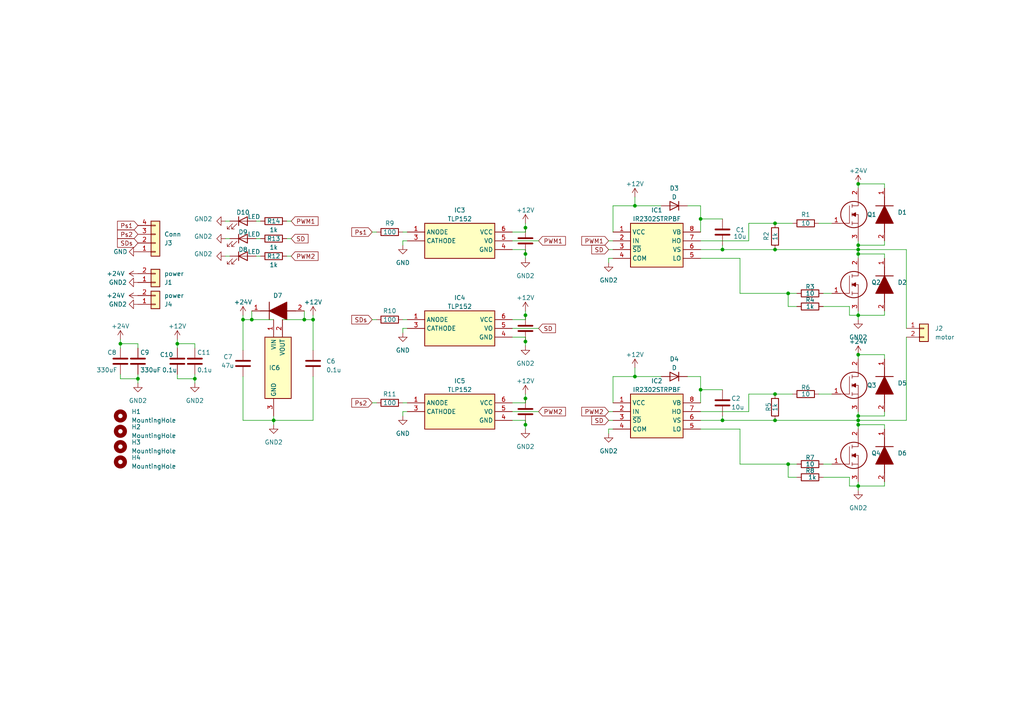
<source format=kicad_sch>
(kicad_sch
	(version 20231120)
	(generator "eeschema")
	(generator_version "8.0")
	(uuid "310bc10f-c807-4519-a987-33fd78e1162b")
	(paper "A4")
	(lib_symbols
		(symbol "Connector_Generic:Conn_01x02"
			(pin_names
				(offset 1.016) hide)
			(exclude_from_sim no)
			(in_bom yes)
			(on_board yes)
			(property "Reference" "J"
				(at 0 2.54 0)
				(effects
					(font
						(size 1.27 1.27)
					)
				)
			)
			(property "Value" "Conn_01x02"
				(at 0 -5.08 0)
				(effects
					(font
						(size 1.27 1.27)
					)
				)
			)
			(property "Footprint" ""
				(at 0 0 0)
				(effects
					(font
						(size 1.27 1.27)
					)
					(hide yes)
				)
			)
			(property "Datasheet" "~"
				(at 0 0 0)
				(effects
					(font
						(size 1.27 1.27)
					)
					(hide yes)
				)
			)
			(property "Description" "Generic connector, single row, 01x02, script generated (kicad-library-utils/schlib/autogen/connector/)"
				(at 0 0 0)
				(effects
					(font
						(size 1.27 1.27)
					)
					(hide yes)
				)
			)
			(property "ki_keywords" "connector"
				(at 0 0 0)
				(effects
					(font
						(size 1.27 1.27)
					)
					(hide yes)
				)
			)
			(property "ki_fp_filters" "Connector*:*_1x??_*"
				(at 0 0 0)
				(effects
					(font
						(size 1.27 1.27)
					)
					(hide yes)
				)
			)
			(symbol "Conn_01x02_1_1"
				(rectangle
					(start -1.27 -2.413)
					(end 0 -2.667)
					(stroke
						(width 0.1524)
						(type default)
					)
					(fill
						(type none)
					)
				)
				(rectangle
					(start -1.27 0.127)
					(end 0 -0.127)
					(stroke
						(width 0.1524)
						(type default)
					)
					(fill
						(type none)
					)
				)
				(rectangle
					(start -1.27 1.27)
					(end 1.27 -3.81)
					(stroke
						(width 0.254)
						(type default)
					)
					(fill
						(type background)
					)
				)
				(pin passive line
					(at -5.08 0 0)
					(length 3.81)
					(name "Pin_1"
						(effects
							(font
								(size 1.27 1.27)
							)
						)
					)
					(number "1"
						(effects
							(font
								(size 1.27 1.27)
							)
						)
					)
				)
				(pin passive line
					(at -5.08 -2.54 0)
					(length 3.81)
					(name "Pin_2"
						(effects
							(font
								(size 1.27 1.27)
							)
						)
					)
					(number "2"
						(effects
							(font
								(size 1.27 1.27)
							)
						)
					)
				)
			)
		)
		(symbol "Connector_Generic:Conn_01x04"
			(pin_names
				(offset 1.016) hide)
			(exclude_from_sim no)
			(in_bom yes)
			(on_board yes)
			(property "Reference" "J"
				(at 0 5.08 0)
				(effects
					(font
						(size 1.27 1.27)
					)
				)
			)
			(property "Value" "Conn_01x04"
				(at 0 -7.62 0)
				(effects
					(font
						(size 1.27 1.27)
					)
				)
			)
			(property "Footprint" ""
				(at 0 0 0)
				(effects
					(font
						(size 1.27 1.27)
					)
					(hide yes)
				)
			)
			(property "Datasheet" "~"
				(at 0 0 0)
				(effects
					(font
						(size 1.27 1.27)
					)
					(hide yes)
				)
			)
			(property "Description" "Generic connector, single row, 01x04, script generated (kicad-library-utils/schlib/autogen/connector/)"
				(at 0 0 0)
				(effects
					(font
						(size 1.27 1.27)
					)
					(hide yes)
				)
			)
			(property "ki_keywords" "connector"
				(at 0 0 0)
				(effects
					(font
						(size 1.27 1.27)
					)
					(hide yes)
				)
			)
			(property "ki_fp_filters" "Connector*:*_1x??_*"
				(at 0 0 0)
				(effects
					(font
						(size 1.27 1.27)
					)
					(hide yes)
				)
			)
			(symbol "Conn_01x04_1_1"
				(rectangle
					(start -1.27 -4.953)
					(end 0 -5.207)
					(stroke
						(width 0.1524)
						(type default)
					)
					(fill
						(type none)
					)
				)
				(rectangle
					(start -1.27 -2.413)
					(end 0 -2.667)
					(stroke
						(width 0.1524)
						(type default)
					)
					(fill
						(type none)
					)
				)
				(rectangle
					(start -1.27 0.127)
					(end 0 -0.127)
					(stroke
						(width 0.1524)
						(type default)
					)
					(fill
						(type none)
					)
				)
				(rectangle
					(start -1.27 2.667)
					(end 0 2.413)
					(stroke
						(width 0.1524)
						(type default)
					)
					(fill
						(type none)
					)
				)
				(rectangle
					(start -1.27 3.81)
					(end 1.27 -6.35)
					(stroke
						(width 0.254)
						(type default)
					)
					(fill
						(type background)
					)
				)
				(pin passive line
					(at -5.08 2.54 0)
					(length 3.81)
					(name "Pin_1"
						(effects
							(font
								(size 1.27 1.27)
							)
						)
					)
					(number "1"
						(effects
							(font
								(size 1.27 1.27)
							)
						)
					)
				)
				(pin passive line
					(at -5.08 0 0)
					(length 3.81)
					(name "Pin_2"
						(effects
							(font
								(size 1.27 1.27)
							)
						)
					)
					(number "2"
						(effects
							(font
								(size 1.27 1.27)
							)
						)
					)
				)
				(pin passive line
					(at -5.08 -2.54 0)
					(length 3.81)
					(name "Pin_3"
						(effects
							(font
								(size 1.27 1.27)
							)
						)
					)
					(number "3"
						(effects
							(font
								(size 1.27 1.27)
							)
						)
					)
				)
				(pin passive line
					(at -5.08 -5.08 0)
					(length 3.81)
					(name "Pin_4"
						(effects
							(font
								(size 1.27 1.27)
							)
						)
					)
					(number "4"
						(effects
							(font
								(size 1.27 1.27)
							)
						)
					)
				)
			)
		)
		(symbol "Device:C"
			(pin_numbers hide)
			(pin_names
				(offset 0.254)
			)
			(exclude_from_sim no)
			(in_bom yes)
			(on_board yes)
			(property "Reference" "C"
				(at 0.635 2.54 0)
				(effects
					(font
						(size 1.27 1.27)
					)
					(justify left)
				)
			)
			(property "Value" "C"
				(at 0.635 -2.54 0)
				(effects
					(font
						(size 1.27 1.27)
					)
					(justify left)
				)
			)
			(property "Footprint" ""
				(at 0.9652 -3.81 0)
				(effects
					(font
						(size 1.27 1.27)
					)
					(hide yes)
				)
			)
			(property "Datasheet" "~"
				(at 0 0 0)
				(effects
					(font
						(size 1.27 1.27)
					)
					(hide yes)
				)
			)
			(property "Description" "Unpolarized capacitor"
				(at 0 0 0)
				(effects
					(font
						(size 1.27 1.27)
					)
					(hide yes)
				)
			)
			(property "ki_keywords" "cap capacitor"
				(at 0 0 0)
				(effects
					(font
						(size 1.27 1.27)
					)
					(hide yes)
				)
			)
			(property "ki_fp_filters" "C_*"
				(at 0 0 0)
				(effects
					(font
						(size 1.27 1.27)
					)
					(hide yes)
				)
			)
			(symbol "C_0_1"
				(polyline
					(pts
						(xy -2.032 -0.762) (xy 2.032 -0.762)
					)
					(stroke
						(width 0.508)
						(type default)
					)
					(fill
						(type none)
					)
				)
				(polyline
					(pts
						(xy -2.032 0.762) (xy 2.032 0.762)
					)
					(stroke
						(width 0.508)
						(type default)
					)
					(fill
						(type none)
					)
				)
			)
			(symbol "C_1_1"
				(pin passive line
					(at 0 3.81 270)
					(length 2.794)
					(name "~"
						(effects
							(font
								(size 1.27 1.27)
							)
						)
					)
					(number "1"
						(effects
							(font
								(size 1.27 1.27)
							)
						)
					)
				)
				(pin passive line
					(at 0 -3.81 90)
					(length 2.794)
					(name "~"
						(effects
							(font
								(size 1.27 1.27)
							)
						)
					)
					(number "2"
						(effects
							(font
								(size 1.27 1.27)
							)
						)
					)
				)
			)
		)
		(symbol "Device:D"
			(pin_numbers hide)
			(pin_names
				(offset 1.016) hide)
			(exclude_from_sim no)
			(in_bom yes)
			(on_board yes)
			(property "Reference" "D"
				(at 0 2.54 0)
				(effects
					(font
						(size 1.27 1.27)
					)
				)
			)
			(property "Value" "D"
				(at 0 -2.54 0)
				(effects
					(font
						(size 1.27 1.27)
					)
				)
			)
			(property "Footprint" ""
				(at 0 0 0)
				(effects
					(font
						(size 1.27 1.27)
					)
					(hide yes)
				)
			)
			(property "Datasheet" "~"
				(at 0 0 0)
				(effects
					(font
						(size 1.27 1.27)
					)
					(hide yes)
				)
			)
			(property "Description" "Diode"
				(at 0 0 0)
				(effects
					(font
						(size 1.27 1.27)
					)
					(hide yes)
				)
			)
			(property "Sim.Device" "D"
				(at 0 0 0)
				(effects
					(font
						(size 1.27 1.27)
					)
					(hide yes)
				)
			)
			(property "Sim.Pins" "1=K 2=A"
				(at 0 0 0)
				(effects
					(font
						(size 1.27 1.27)
					)
					(hide yes)
				)
			)
			(property "ki_keywords" "diode"
				(at 0 0 0)
				(effects
					(font
						(size 1.27 1.27)
					)
					(hide yes)
				)
			)
			(property "ki_fp_filters" "TO-???* *_Diode_* *SingleDiode* D_*"
				(at 0 0 0)
				(effects
					(font
						(size 1.27 1.27)
					)
					(hide yes)
				)
			)
			(symbol "D_0_1"
				(polyline
					(pts
						(xy -1.27 1.27) (xy -1.27 -1.27)
					)
					(stroke
						(width 0.254)
						(type default)
					)
					(fill
						(type none)
					)
				)
				(polyline
					(pts
						(xy 1.27 0) (xy -1.27 0)
					)
					(stroke
						(width 0)
						(type default)
					)
					(fill
						(type none)
					)
				)
				(polyline
					(pts
						(xy 1.27 1.27) (xy 1.27 -1.27) (xy -1.27 0) (xy 1.27 1.27)
					)
					(stroke
						(width 0.254)
						(type default)
					)
					(fill
						(type none)
					)
				)
			)
			(symbol "D_1_1"
				(pin passive line
					(at -3.81 0 0)
					(length 2.54)
					(name "K"
						(effects
							(font
								(size 1.27 1.27)
							)
						)
					)
					(number "1"
						(effects
							(font
								(size 1.27 1.27)
							)
						)
					)
				)
				(pin passive line
					(at 3.81 0 180)
					(length 2.54)
					(name "A"
						(effects
							(font
								(size 1.27 1.27)
							)
						)
					)
					(number "2"
						(effects
							(font
								(size 1.27 1.27)
							)
						)
					)
				)
			)
		)
		(symbol "Device:LED"
			(pin_numbers hide)
			(pin_names
				(offset 1.016) hide)
			(exclude_from_sim no)
			(in_bom yes)
			(on_board yes)
			(property "Reference" "D"
				(at 0 2.54 0)
				(effects
					(font
						(size 1.27 1.27)
					)
				)
			)
			(property "Value" "LED"
				(at 0 -2.54 0)
				(effects
					(font
						(size 1.27 1.27)
					)
				)
			)
			(property "Footprint" ""
				(at 0 0 0)
				(effects
					(font
						(size 1.27 1.27)
					)
					(hide yes)
				)
			)
			(property "Datasheet" "~"
				(at 0 0 0)
				(effects
					(font
						(size 1.27 1.27)
					)
					(hide yes)
				)
			)
			(property "Description" "Light emitting diode"
				(at 0 0 0)
				(effects
					(font
						(size 1.27 1.27)
					)
					(hide yes)
				)
			)
			(property "ki_keywords" "LED diode"
				(at 0 0 0)
				(effects
					(font
						(size 1.27 1.27)
					)
					(hide yes)
				)
			)
			(property "ki_fp_filters" "LED* LED_SMD:* LED_THT:*"
				(at 0 0 0)
				(effects
					(font
						(size 1.27 1.27)
					)
					(hide yes)
				)
			)
			(symbol "LED_0_1"
				(polyline
					(pts
						(xy -1.27 -1.27) (xy -1.27 1.27)
					)
					(stroke
						(width 0.254)
						(type default)
					)
					(fill
						(type none)
					)
				)
				(polyline
					(pts
						(xy -1.27 0) (xy 1.27 0)
					)
					(stroke
						(width 0)
						(type default)
					)
					(fill
						(type none)
					)
				)
				(polyline
					(pts
						(xy 1.27 -1.27) (xy 1.27 1.27) (xy -1.27 0) (xy 1.27 -1.27)
					)
					(stroke
						(width 0.254)
						(type default)
					)
					(fill
						(type none)
					)
				)
				(polyline
					(pts
						(xy -3.048 -0.762) (xy -4.572 -2.286) (xy -3.81 -2.286) (xy -4.572 -2.286) (xy -4.572 -1.524)
					)
					(stroke
						(width 0)
						(type default)
					)
					(fill
						(type none)
					)
				)
				(polyline
					(pts
						(xy -1.778 -0.762) (xy -3.302 -2.286) (xy -2.54 -2.286) (xy -3.302 -2.286) (xy -3.302 -1.524)
					)
					(stroke
						(width 0)
						(type default)
					)
					(fill
						(type none)
					)
				)
			)
			(symbol "LED_1_1"
				(pin passive line
					(at -3.81 0 0)
					(length 2.54)
					(name "K"
						(effects
							(font
								(size 1.27 1.27)
							)
						)
					)
					(number "1"
						(effects
							(font
								(size 1.27 1.27)
							)
						)
					)
				)
				(pin passive line
					(at 3.81 0 180)
					(length 2.54)
					(name "A"
						(effects
							(font
								(size 1.27 1.27)
							)
						)
					)
					(number "2"
						(effects
							(font
								(size 1.27 1.27)
							)
						)
					)
				)
			)
		)
		(symbol "Device:R"
			(pin_numbers hide)
			(pin_names
				(offset 0)
			)
			(exclude_from_sim no)
			(in_bom yes)
			(on_board yes)
			(property "Reference" "R"
				(at 2.032 0 90)
				(effects
					(font
						(size 1.27 1.27)
					)
				)
			)
			(property "Value" "R"
				(at 0 0 90)
				(effects
					(font
						(size 1.27 1.27)
					)
				)
			)
			(property "Footprint" ""
				(at -1.778 0 90)
				(effects
					(font
						(size 1.27 1.27)
					)
					(hide yes)
				)
			)
			(property "Datasheet" "~"
				(at 0 0 0)
				(effects
					(font
						(size 1.27 1.27)
					)
					(hide yes)
				)
			)
			(property "Description" "Resistor"
				(at 0 0 0)
				(effects
					(font
						(size 1.27 1.27)
					)
					(hide yes)
				)
			)
			(property "ki_keywords" "R res resistor"
				(at 0 0 0)
				(effects
					(font
						(size 1.27 1.27)
					)
					(hide yes)
				)
			)
			(property "ki_fp_filters" "R_*"
				(at 0 0 0)
				(effects
					(font
						(size 1.27 1.27)
					)
					(hide yes)
				)
			)
			(symbol "R_0_1"
				(rectangle
					(start -1.016 -2.54)
					(end 1.016 2.54)
					(stroke
						(width 0.254)
						(type default)
					)
					(fill
						(type none)
					)
				)
			)
			(symbol "R_1_1"
				(pin passive line
					(at 0 3.81 270)
					(length 1.27)
					(name "~"
						(effects
							(font
								(size 1.27 1.27)
							)
						)
					)
					(number "1"
						(effects
							(font
								(size 1.27 1.27)
							)
						)
					)
				)
				(pin passive line
					(at 0 -3.81 90)
					(length 1.27)
					(name "~"
						(effects
							(font
								(size 1.27 1.27)
							)
						)
					)
					(number "2"
						(effects
							(font
								(size 1.27 1.27)
							)
						)
					)
				)
			)
		)
		(symbol "IR2302:IR2302STRPBF"
			(exclude_from_sim no)
			(in_bom yes)
			(on_board yes)
			(property "Reference" "IC"
				(at 21.59 7.62 0)
				(effects
					(font
						(size 1.27 1.27)
					)
					(justify left top)
				)
			)
			(property "Value" "IR2302STRPBF"
				(at 21.59 5.08 0)
				(effects
					(font
						(size 1.27 1.27)
					)
					(justify left top)
				)
			)
			(property "Footprint" "IR2302:SOIC127P600X175-8N"
				(at 21.59 -94.92 0)
				(effects
					(font
						(size 1.27 1.27)
					)
					(justify left top)
					(hide yes)
				)
			)
			(property "Datasheet" "http://uk.rs-online.com/web/p/products/2177191P"
				(at 21.59 -194.92 0)
				(effects
					(font
						(size 1.27 1.27)
					)
					(justify left top)
					(hide yes)
				)
			)
			(property "Description" "Gate Drivers Hlf Brdg Drvr Soft T rn On Sngl 500ns"
				(at 0 0 0)
				(effects
					(font
						(size 1.27 1.27)
					)
					(hide yes)
				)
			)
			(property "Height" "1.75"
				(at 21.59 -394.92 0)
				(effects
					(font
						(size 1.27 1.27)
					)
					(justify left top)
					(hide yes)
				)
			)
			(property "RS Part Number" "2177191P"
				(at 21.59 -494.92 0)
				(effects
					(font
						(size 1.27 1.27)
					)
					(justify left top)
					(hide yes)
				)
			)
			(property "RS Price/Stock" "http://uk.rs-online.com/web/p/products/2177191P"
				(at 21.59 -594.92 0)
				(effects
					(font
						(size 1.27 1.27)
					)
					(justify left top)
					(hide yes)
				)
			)
			(property "Manufacturer_Name" "Infineon"
				(at 21.59 -694.92 0)
				(effects
					(font
						(size 1.27 1.27)
					)
					(justify left top)
					(hide yes)
				)
			)
			(property "Manufacturer_Part_Number" "IR2302STRPBF"
				(at 21.59 -794.92 0)
				(effects
					(font
						(size 1.27 1.27)
					)
					(justify left top)
					(hide yes)
				)
			)
			(property "Allied_Number" "70018745"
				(at 21.59 -894.92 0)
				(effects
					(font
						(size 1.27 1.27)
					)
					(justify left top)
					(hide yes)
				)
			)
			(symbol "IR2302STRPBF_1_1"
				(rectangle
					(start 5.08 2.54)
					(end 20.32 -10.16)
					(stroke
						(width 0.254)
						(type default)
					)
					(fill
						(type background)
					)
				)
				(pin passive line
					(at 0 0 0)
					(length 5.08)
					(name "VCC"
						(effects
							(font
								(size 1.27 1.27)
							)
						)
					)
					(number "1"
						(effects
							(font
								(size 1.27 1.27)
							)
						)
					)
				)
				(pin passive line
					(at 0 -2.54 0)
					(length 5.08)
					(name "IN"
						(effects
							(font
								(size 1.27 1.27)
							)
						)
					)
					(number "2"
						(effects
							(font
								(size 1.27 1.27)
							)
						)
					)
				)
				(pin passive line
					(at 0 -5.08 0)
					(length 5.08)
					(name "~{SD}"
						(effects
							(font
								(size 1.27 1.27)
							)
						)
					)
					(number "3"
						(effects
							(font
								(size 1.27 1.27)
							)
						)
					)
				)
				(pin passive line
					(at 0 -7.62 0)
					(length 5.08)
					(name "COM"
						(effects
							(font
								(size 1.27 1.27)
							)
						)
					)
					(number "4"
						(effects
							(font
								(size 1.27 1.27)
							)
						)
					)
				)
				(pin passive line
					(at 25.4 -7.62 180)
					(length 5.08)
					(name "LO"
						(effects
							(font
								(size 1.27 1.27)
							)
						)
					)
					(number "5"
						(effects
							(font
								(size 1.27 1.27)
							)
						)
					)
				)
				(pin passive line
					(at 25.4 -5.08 180)
					(length 5.08)
					(name "VS"
						(effects
							(font
								(size 1.27 1.27)
							)
						)
					)
					(number "6"
						(effects
							(font
								(size 1.27 1.27)
							)
						)
					)
				)
				(pin passive line
					(at 25.4 -2.54 180)
					(length 5.08)
					(name "HO"
						(effects
							(font
								(size 1.27 1.27)
							)
						)
					)
					(number "7"
						(effects
							(font
								(size 1.27 1.27)
							)
						)
					)
				)
				(pin passive line
					(at 25.4 0 180)
					(length 5.08)
					(name "VB"
						(effects
							(font
								(size 1.27 1.27)
							)
						)
					)
					(number "8"
						(effects
							(font
								(size 1.27 1.27)
							)
						)
					)
				)
			)
		)
		(symbol "Mechanical:MountingHole"
			(pin_names
				(offset 1.016)
			)
			(exclude_from_sim no)
			(in_bom yes)
			(on_board yes)
			(property "Reference" "H"
				(at 0 5.08 0)
				(effects
					(font
						(size 1.27 1.27)
					)
				)
			)
			(property "Value" "MountingHole"
				(at 0 3.175 0)
				(effects
					(font
						(size 1.27 1.27)
					)
				)
			)
			(property "Footprint" ""
				(at 0 0 0)
				(effects
					(font
						(size 1.27 1.27)
					)
					(hide yes)
				)
			)
			(property "Datasheet" "~"
				(at 0 0 0)
				(effects
					(font
						(size 1.27 1.27)
					)
					(hide yes)
				)
			)
			(property "Description" "Mounting Hole without connection"
				(at 0 0 0)
				(effects
					(font
						(size 1.27 1.27)
					)
					(hide yes)
				)
			)
			(property "ki_keywords" "mounting hole"
				(at 0 0 0)
				(effects
					(font
						(size 1.27 1.27)
					)
					(hide yes)
				)
			)
			(property "ki_fp_filters" "MountingHole*"
				(at 0 0 0)
				(effects
					(font
						(size 1.27 1.27)
					)
					(hide yes)
				)
			)
			(symbol "MountingHole_0_1"
				(circle
					(center 0 0)
					(radius 1.27)
					(stroke
						(width 1.27)
						(type default)
					)
					(fill
						(type none)
					)
				)
			)
		)
		(symbol "NJM7800S-DL1:NJM7800S-DL1"
			(exclude_from_sim no)
			(in_bom yes)
			(on_board yes)
			(property "Reference" "IC"
				(at 24.13 7.62 0)
				(effects
					(font
						(size 1.27 1.27)
					)
					(justify left top)
				)
			)
			(property "Value" "NJM7800S-DL1"
				(at 24.13 5.08 0)
				(effects
					(font
						(size 1.27 1.27)
					)
					(justify left top)
				)
			)
			(property "Footprint" "NJM7800S-DL1:TO-252-3-L1"
				(at 24.13 -94.92 0)
				(effects
					(font
						(size 1.27 1.27)
					)
					(justify left top)
					(hide yes)
				)
			)
			(property "Datasheet" "https://www.njr.co.jp/products/semicon/PDF/NJM7800S_J.pdf"
				(at 24.13 -194.92 0)
				(effects
					(font
						(size 1.27 1.27)
					)
					(justify left top)
					(hide yes)
				)
			)
			(property "Description" "Linear Voltage Regulators 3-Term Pos Reg 25V 1190mW 1.5A"
				(at 0 0 0)
				(effects
					(font
						(size 1.27 1.27)
					)
					(hide yes)
				)
			)
			(property "Height" ""
				(at 24.13 -394.92 0)
				(effects
					(font
						(size 1.27 1.27)
					)
					(justify left top)
					(hide yes)
				)
			)
			(property "RS Part Number" ""
				(at 24.13 -494.92 0)
				(effects
					(font
						(size 1.27 1.27)
					)
					(justify left top)
					(hide yes)
				)
			)
			(property "RS Price/Stock" ""
				(at 24.13 -594.92 0)
				(effects
					(font
						(size 1.27 1.27)
					)
					(justify left top)
					(hide yes)
				)
			)
			(property "Manufacturer_Name" "New Japan Radio"
				(at 24.13 -694.92 0)
				(effects
					(font
						(size 1.27 1.27)
					)
					(justify left top)
					(hide yes)
				)
			)
			(property "Manufacturer_Part_Number" "NJM7800S-DL1"
				(at 24.13 -794.92 0)
				(effects
					(font
						(size 1.27 1.27)
					)
					(justify left top)
					(hide yes)
				)
			)
			(symbol "NJM7800S-DL1_1_1"
				(rectangle
					(start 5.08 2.54)
					(end 22.86 -5.08)
					(stroke
						(width 0.254)
						(type default)
					)
					(fill
						(type background)
					)
				)
				(pin passive line
					(at 0 0 0)
					(length 5.08)
					(name "VIN"
						(effects
							(font
								(size 1.27 1.27)
							)
						)
					)
					(number "1"
						(effects
							(font
								(size 1.27 1.27)
							)
						)
					)
				)
				(pin passive line
					(at 0 -2.54 0)
					(length 5.08)
					(name "VOUT"
						(effects
							(font
								(size 1.27 1.27)
							)
						)
					)
					(number "2"
						(effects
							(font
								(size 1.27 1.27)
							)
						)
					)
				)
				(pin passive line
					(at 27.94 0 180)
					(length 5.08)
					(name "GND"
						(effects
							(font
								(size 1.27 1.27)
							)
						)
					)
					(number "3"
						(effects
							(font
								(size 1.27 1.27)
							)
						)
					)
				)
			)
		)
		(symbol "RF201LAM2STR:RF201LAM2STR"
			(pin_names hide)
			(exclude_from_sim no)
			(in_bom yes)
			(on_board yes)
			(property "Reference" "D"
				(at 11.43 5.08 0)
				(effects
					(font
						(size 1.27 1.27)
					)
					(justify left top)
				)
			)
			(property "Value" "RF201LAM2STR"
				(at 11.43 2.54 0)
				(effects
					(font
						(size 1.27 1.27)
					)
					(justify left top)
				)
			)
			(property "Footprint" "RF201LAM2STR:RF201LAM2STR"
				(at 11.43 -97.46 0)
				(effects
					(font
						(size 1.27 1.27)
					)
					(justify left top)
					(hide yes)
				)
			)
			(property "Datasheet" "http://uk.rs-online.com/web/p/products/1333280P"
				(at 11.43 -197.46 0)
				(effects
					(font
						(size 1.27 1.27)
					)
					(justify left top)
					(hide yes)
				)
			)
			(property "Description" "Super Fast Recovery Diode"
				(at 0 0 0)
				(effects
					(font
						(size 1.27 1.27)
					)
					(hide yes)
				)
			)
			(property "Height" "1.05"
				(at 11.43 -397.46 0)
				(effects
					(font
						(size 1.27 1.27)
					)
					(justify left top)
					(hide yes)
				)
			)
			(property "RS Part Number" "1333280P"
				(at 11.43 -497.46 0)
				(effects
					(font
						(size 1.27 1.27)
					)
					(justify left top)
					(hide yes)
				)
			)
			(property "RS Price/Stock" "http://uk.rs-online.com/web/p/products/1333280P"
				(at 11.43 -597.46 0)
				(effects
					(font
						(size 1.27 1.27)
					)
					(justify left top)
					(hide yes)
				)
			)
			(property "Manufacturer_Name" "ROHM Semiconductor"
				(at 11.43 -697.46 0)
				(effects
					(font
						(size 1.27 1.27)
					)
					(justify left top)
					(hide yes)
				)
			)
			(property "Manufacturer_Part_Number" "RF201LAM2STR"
				(at 11.43 -797.46 0)
				(effects
					(font
						(size 1.27 1.27)
					)
					(justify left top)
					(hide yes)
				)
			)
			(symbol "RF201LAM2STR_1_1"
				(polyline
					(pts
						(xy 2.54 0) (xy 5.08 0)
					)
					(stroke
						(width 0.254)
						(type default)
					)
					(fill
						(type none)
					)
				)
				(polyline
					(pts
						(xy 5.08 2.54) (xy 5.08 -2.54)
					)
					(stroke
						(width 0.254)
						(type default)
					)
					(fill
						(type none)
					)
				)
				(polyline
					(pts
						(xy 10.16 0) (xy 12.7 0)
					)
					(stroke
						(width 0.254)
						(type default)
					)
					(fill
						(type none)
					)
				)
				(polyline
					(pts
						(xy 5.08 0) (xy 10.16 2.54) (xy 10.16 -2.54) (xy 5.08 0)
					)
					(stroke
						(width 0.254)
						(type default)
					)
					(fill
						(type outline)
					)
				)
				(pin passive line
					(at 0 0 0)
					(length 2.54)
					(name "K"
						(effects
							(font
								(size 1.27 1.27)
							)
						)
					)
					(number "1"
						(effects
							(font
								(size 1.27 1.27)
							)
						)
					)
				)
				(pin passive line
					(at 15.24 0 180)
					(length 2.54)
					(name "A"
						(effects
							(font
								(size 1.27 1.27)
							)
						)
					)
					(number "2"
						(effects
							(font
								(size 1.27 1.27)
							)
						)
					)
				)
			)
		)
		(symbol "RSJ400N06:RSJ400N06FRATL"
			(pin_names
				(offset 0.762)
			)
			(exclude_from_sim no)
			(in_bom yes)
			(on_board yes)
			(property "Reference" "Q"
				(at 11.43 3.81 0)
				(effects
					(font
						(size 1.27 1.27)
					)
					(justify left)
				)
			)
			(property "Value" "RSJ400N06FRATL"
				(at 11.43 1.27 0)
				(effects
					(font
						(size 1.27 1.27)
					)
					(justify left)
				)
			)
			(property "Footprint" "RSJ400N06:R6024KNJTL"
				(at 11.43 -1.27 0)
				(effects
					(font
						(size 1.27 1.27)
					)
					(justify left)
					(hide yes)
				)
			)
			(property "Datasheet" "https://fscdn.rohm.com/en/products/databook/datasheet/discrete/transistor/mosfet/rsj400n06fra.pdf"
				(at 11.43 -3.81 0)
				(effects
					(font
						(size 1.27 1.27)
					)
					(justify left)
					(hide yes)
				)
			)
			(property "Description" "MOSFET Nch 60V Vds 40A 0.011Rds(on) 52Qg"
				(at 11.43 -6.35 0)
				(effects
					(font
						(size 1.27 1.27)
					)
					(justify left)
					(hide yes)
				)
			)
			(property "Height" "4.7"
				(at 11.43 -8.89 0)
				(effects
					(font
						(size 1.27 1.27)
					)
					(justify left)
					(hide yes)
				)
			)
			(property "RS Part Number" ""
				(at 11.43 -11.43 0)
				(effects
					(font
						(size 1.27 1.27)
					)
					(justify left)
					(hide yes)
				)
			)
			(property "RS Price/Stock" ""
				(at 11.43 -13.97 0)
				(effects
					(font
						(size 1.27 1.27)
					)
					(justify left)
					(hide yes)
				)
			)
			(property "Manufacturer_Name" "ROHM Semiconductor"
				(at 11.43 -16.51 0)
				(effects
					(font
						(size 1.27 1.27)
					)
					(justify left)
					(hide yes)
				)
			)
			(property "Manufacturer_Part_Number" "RSJ400N06FRATL"
				(at 11.43 -19.05 0)
				(effects
					(font
						(size 1.27 1.27)
					)
					(justify left)
					(hide yes)
				)
			)
			(symbol "RSJ400N06FRATL_0_0"
				(pin passive line
					(at 0 0 0)
					(length 2.54)
					(name "~"
						(effects
							(font
								(size 1.27 1.27)
							)
						)
					)
					(number "1"
						(effects
							(font
								(size 1.27 1.27)
							)
						)
					)
				)
				(pin passive line
					(at 7.62 10.16 270)
					(length 2.54)
					(name "~"
						(effects
							(font
								(size 1.27 1.27)
							)
						)
					)
					(number "2"
						(effects
							(font
								(size 1.27 1.27)
							)
						)
					)
				)
				(pin passive line
					(at 7.62 -5.08 90)
					(length 2.54)
					(name "~"
						(effects
							(font
								(size 1.27 1.27)
							)
						)
					)
					(number "3"
						(effects
							(font
								(size 1.27 1.27)
							)
						)
					)
				)
			)
			(symbol "RSJ400N06FRATL_0_1"
				(polyline
					(pts
						(xy 5.842 -0.508) (xy 5.842 0.508)
					)
					(stroke
						(width 0.1524)
						(type solid)
					)
					(fill
						(type none)
					)
				)
				(polyline
					(pts
						(xy 5.842 0) (xy 7.62 0)
					)
					(stroke
						(width 0.1524)
						(type solid)
					)
					(fill
						(type none)
					)
				)
				(polyline
					(pts
						(xy 5.842 2.032) (xy 5.842 3.048)
					)
					(stroke
						(width 0.1524)
						(type solid)
					)
					(fill
						(type none)
					)
				)
				(polyline
					(pts
						(xy 5.842 5.588) (xy 5.842 4.572)
					)
					(stroke
						(width 0.1524)
						(type solid)
					)
					(fill
						(type none)
					)
				)
				(polyline
					(pts
						(xy 7.62 2.54) (xy 5.842 2.54)
					)
					(stroke
						(width 0.1524)
						(type solid)
					)
					(fill
						(type none)
					)
				)
				(polyline
					(pts
						(xy 7.62 2.54) (xy 7.62 -2.54)
					)
					(stroke
						(width 0.1524)
						(type solid)
					)
					(fill
						(type none)
					)
				)
				(polyline
					(pts
						(xy 7.62 5.08) (xy 5.842 5.08)
					)
					(stroke
						(width 0.1524)
						(type solid)
					)
					(fill
						(type none)
					)
				)
				(polyline
					(pts
						(xy 7.62 5.08) (xy 7.62 7.62)
					)
					(stroke
						(width 0.1524)
						(type solid)
					)
					(fill
						(type none)
					)
				)
				(polyline
					(pts
						(xy 2.54 0) (xy 5.08 0) (xy 5.08 5.08)
					)
					(stroke
						(width 0.1524)
						(type solid)
					)
					(fill
						(type none)
					)
				)
				(polyline
					(pts
						(xy 5.842 2.54) (xy 6.858 3.048) (xy 6.858 2.032) (xy 5.842 2.54)
					)
					(stroke
						(width 0.254)
						(type solid)
					)
					(fill
						(type outline)
					)
				)
				(circle
					(center 6.35 2.54)
					(radius 3.81)
					(stroke
						(width 0.254)
						(type solid)
					)
					(fill
						(type none)
					)
				)
			)
		)
		(symbol "TLP152:TLP152"
			(exclude_from_sim no)
			(in_bom yes)
			(on_board yes)
			(property "Reference" "IC"
				(at 26.67 7.62 0)
				(effects
					(font
						(size 1.27 1.27)
					)
					(justify left top)
				)
			)
			(property "Value" "TLP152"
				(at 26.67 5.08 0)
				(effects
					(font
						(size 1.27 1.27)
					)
					(justify left top)
				)
			)
			(property "Footprint" "TLP152:11-4L1S_5-PIN-SOIC_"
				(at 26.67 -94.92 0)
				(effects
					(font
						(size 1.27 1.27)
					)
					(justify left top)
					(hide yes)
				)
			)
			(property "Datasheet" "http://uk.rs-online.com/web/p/products/7965204P"
				(at 26.67 -194.92 0)
				(effects
					(font
						(size 1.27 1.27)
					)
					(justify left top)
					(hide yes)
				)
			)
			(property "Description" "Toshiba TLP152 DC Input IC Output Optocoupler, Surface Mount, 5-Pin SOIC"
				(at 0 0 0)
				(effects
					(font
						(size 1.27 1.27)
					)
					(hide yes)
				)
			)
			(property "Height" ""
				(at 26.67 -394.92 0)
				(effects
					(font
						(size 1.27 1.27)
					)
					(justify left top)
					(hide yes)
				)
			)
			(property "RS Part Number" "7965204P"
				(at 26.67 -494.92 0)
				(effects
					(font
						(size 1.27 1.27)
					)
					(justify left top)
					(hide yes)
				)
			)
			(property "RS Price/Stock" "http://uk.rs-online.com/web/p/products/7965204P"
				(at 26.67 -594.92 0)
				(effects
					(font
						(size 1.27 1.27)
					)
					(justify left top)
					(hide yes)
				)
			)
			(property "Manufacturer_Name" "Toshiba"
				(at 26.67 -694.92 0)
				(effects
					(font
						(size 1.27 1.27)
					)
					(justify left top)
					(hide yes)
				)
			)
			(property "Manufacturer_Part_Number" "TLP152"
				(at 26.67 -794.92 0)
				(effects
					(font
						(size 1.27 1.27)
					)
					(justify left top)
					(hide yes)
				)
			)
			(symbol "TLP152_1_1"
				(rectangle
					(start 5.08 2.54)
					(end 25.4 -7.62)
					(stroke
						(width 0.254)
						(type default)
					)
					(fill
						(type background)
					)
				)
				(pin passive line
					(at 0 0 0)
					(length 5.08)
					(name "ANODE"
						(effects
							(font
								(size 1.27 1.27)
							)
						)
					)
					(number "1"
						(effects
							(font
								(size 1.27 1.27)
							)
						)
					)
				)
				(pin passive line
					(at 0 -2.54 0)
					(length 5.08)
					(name "CATHODE"
						(effects
							(font
								(size 1.27 1.27)
							)
						)
					)
					(number "3"
						(effects
							(font
								(size 1.27 1.27)
							)
						)
					)
				)
				(pin passive line
					(at 30.48 -5.08 180)
					(length 5.08)
					(name "GND"
						(effects
							(font
								(size 1.27 1.27)
							)
						)
					)
					(number "4"
						(effects
							(font
								(size 1.27 1.27)
							)
						)
					)
				)
				(pin passive line
					(at 30.48 -2.54 180)
					(length 5.08)
					(name "VO"
						(effects
							(font
								(size 1.27 1.27)
							)
						)
					)
					(number "5"
						(effects
							(font
								(size 1.27 1.27)
							)
						)
					)
				)
				(pin passive line
					(at 30.48 0 180)
					(length 5.08)
					(name "VCC"
						(effects
							(font
								(size 1.27 1.27)
							)
						)
					)
					(number "6"
						(effects
							(font
								(size 1.27 1.27)
							)
						)
					)
				)
			)
		)
		(symbol "power:+12V"
			(power)
			(pin_names
				(offset 0)
			)
			(exclude_from_sim no)
			(in_bom yes)
			(on_board yes)
			(property "Reference" "#PWR"
				(at 0 -3.81 0)
				(effects
					(font
						(size 1.27 1.27)
					)
					(hide yes)
				)
			)
			(property "Value" "+12V"
				(at 0 3.556 0)
				(effects
					(font
						(size 1.27 1.27)
					)
				)
			)
			(property "Footprint" ""
				(at 0 0 0)
				(effects
					(font
						(size 1.27 1.27)
					)
					(hide yes)
				)
			)
			(property "Datasheet" ""
				(at 0 0 0)
				(effects
					(font
						(size 1.27 1.27)
					)
					(hide yes)
				)
			)
			(property "Description" "Power symbol creates a global label with name \"+12V\""
				(at 0 0 0)
				(effects
					(font
						(size 1.27 1.27)
					)
					(hide yes)
				)
			)
			(property "ki_keywords" "global power"
				(at 0 0 0)
				(effects
					(font
						(size 1.27 1.27)
					)
					(hide yes)
				)
			)
			(symbol "+12V_0_1"
				(polyline
					(pts
						(xy -0.762 1.27) (xy 0 2.54)
					)
					(stroke
						(width 0)
						(type default)
					)
					(fill
						(type none)
					)
				)
				(polyline
					(pts
						(xy 0 0) (xy 0 2.54)
					)
					(stroke
						(width 0)
						(type default)
					)
					(fill
						(type none)
					)
				)
				(polyline
					(pts
						(xy 0 2.54) (xy 0.762 1.27)
					)
					(stroke
						(width 0)
						(type default)
					)
					(fill
						(type none)
					)
				)
			)
			(symbol "+12V_1_1"
				(pin power_in line
					(at 0 0 90)
					(length 0) hide
					(name "+12V"
						(effects
							(font
								(size 1.27 1.27)
							)
						)
					)
					(number "1"
						(effects
							(font
								(size 1.27 1.27)
							)
						)
					)
				)
			)
		)
		(symbol "power:+24V"
			(power)
			(pin_names
				(offset 0)
			)
			(exclude_from_sim no)
			(in_bom yes)
			(on_board yes)
			(property "Reference" "#PWR"
				(at 0 -3.81 0)
				(effects
					(font
						(size 1.27 1.27)
					)
					(hide yes)
				)
			)
			(property "Value" "+24V"
				(at 0 3.556 0)
				(effects
					(font
						(size 1.27 1.27)
					)
				)
			)
			(property "Footprint" ""
				(at 0 0 0)
				(effects
					(font
						(size 1.27 1.27)
					)
					(hide yes)
				)
			)
			(property "Datasheet" ""
				(at 0 0 0)
				(effects
					(font
						(size 1.27 1.27)
					)
					(hide yes)
				)
			)
			(property "Description" "Power symbol creates a global label with name \"+24V\""
				(at 0 0 0)
				(effects
					(font
						(size 1.27 1.27)
					)
					(hide yes)
				)
			)
			(property "ki_keywords" "global power"
				(at 0 0 0)
				(effects
					(font
						(size 1.27 1.27)
					)
					(hide yes)
				)
			)
			(symbol "+24V_0_1"
				(polyline
					(pts
						(xy -0.762 1.27) (xy 0 2.54)
					)
					(stroke
						(width 0)
						(type default)
					)
					(fill
						(type none)
					)
				)
				(polyline
					(pts
						(xy 0 0) (xy 0 2.54)
					)
					(stroke
						(width 0)
						(type default)
					)
					(fill
						(type none)
					)
				)
				(polyline
					(pts
						(xy 0 2.54) (xy 0.762 1.27)
					)
					(stroke
						(width 0)
						(type default)
					)
					(fill
						(type none)
					)
				)
			)
			(symbol "+24V_1_1"
				(pin power_in line
					(at 0 0 90)
					(length 0) hide
					(name "+24V"
						(effects
							(font
								(size 1.27 1.27)
							)
						)
					)
					(number "1"
						(effects
							(font
								(size 1.27 1.27)
							)
						)
					)
				)
			)
		)
		(symbol "power:GND"
			(power)
			(pin_names
				(offset 0)
			)
			(exclude_from_sim no)
			(in_bom yes)
			(on_board yes)
			(property "Reference" "#PWR"
				(at 0 -6.35 0)
				(effects
					(font
						(size 1.27 1.27)
					)
					(hide yes)
				)
			)
			(property "Value" "GND"
				(at 0 -3.81 0)
				(effects
					(font
						(size 1.27 1.27)
					)
				)
			)
			(property "Footprint" ""
				(at 0 0 0)
				(effects
					(font
						(size 1.27 1.27)
					)
					(hide yes)
				)
			)
			(property "Datasheet" ""
				(at 0 0 0)
				(effects
					(font
						(size 1.27 1.27)
					)
					(hide yes)
				)
			)
			(property "Description" "Power symbol creates a global label with name \"GND\" , ground"
				(at 0 0 0)
				(effects
					(font
						(size 1.27 1.27)
					)
					(hide yes)
				)
			)
			(property "ki_keywords" "global power"
				(at 0 0 0)
				(effects
					(font
						(size 1.27 1.27)
					)
					(hide yes)
				)
			)
			(symbol "GND_0_1"
				(polyline
					(pts
						(xy 0 0) (xy 0 -1.27) (xy 1.27 -1.27) (xy 0 -2.54) (xy -1.27 -1.27) (xy 0 -1.27)
					)
					(stroke
						(width 0)
						(type default)
					)
					(fill
						(type none)
					)
				)
			)
			(symbol "GND_1_1"
				(pin power_in line
					(at 0 0 270)
					(length 0) hide
					(name "GND"
						(effects
							(font
								(size 1.27 1.27)
							)
						)
					)
					(number "1"
						(effects
							(font
								(size 1.27 1.27)
							)
						)
					)
				)
			)
		)
		(symbol "power:GND2"
			(power)
			(pin_names
				(offset 0)
			)
			(exclude_from_sim no)
			(in_bom yes)
			(on_board yes)
			(property "Reference" "#PWR"
				(at 0 -6.35 0)
				(effects
					(font
						(size 1.27 1.27)
					)
					(hide yes)
				)
			)
			(property "Value" "GND2"
				(at 0 -3.81 0)
				(effects
					(font
						(size 1.27 1.27)
					)
				)
			)
			(property "Footprint" ""
				(at 0 0 0)
				(effects
					(font
						(size 1.27 1.27)
					)
					(hide yes)
				)
			)
			(property "Datasheet" ""
				(at 0 0 0)
				(effects
					(font
						(size 1.27 1.27)
					)
					(hide yes)
				)
			)
			(property "Description" "Power symbol creates a global label with name \"GND2\" , ground"
				(at 0 0 0)
				(effects
					(font
						(size 1.27 1.27)
					)
					(hide yes)
				)
			)
			(property "ki_keywords" "global power"
				(at 0 0 0)
				(effects
					(font
						(size 1.27 1.27)
					)
					(hide yes)
				)
			)
			(symbol "GND2_0_1"
				(polyline
					(pts
						(xy 0 0) (xy 0 -1.27) (xy 1.27 -1.27) (xy 0 -2.54) (xy -1.27 -1.27) (xy 0 -1.27)
					)
					(stroke
						(width 0)
						(type default)
					)
					(fill
						(type none)
					)
				)
			)
			(symbol "GND2_1_1"
				(pin power_in line
					(at 0 0 270)
					(length 0) hide
					(name "GND2"
						(effects
							(font
								(size 1.27 1.27)
							)
						)
					)
					(number "1"
						(effects
							(font
								(size 1.27 1.27)
							)
						)
					)
				)
			)
		)
	)
	(junction
		(at 73.025 92.71)
		(diameter 0)
		(color 0 0 0 0)
		(uuid "076e5674-67b0-4084-b30b-2bb9a2d56e1a")
	)
	(junction
		(at 224.79 72.39)
		(diameter 0)
		(color 0 0 0 0)
		(uuid "13cd19d9-8700-4b1b-a069-5cdd8ede69cb")
	)
	(junction
		(at 224.79 121.92)
		(diameter 0)
		(color 0 0 0 0)
		(uuid "18c5d47c-39b3-46a1-8dda-e7540edb183e")
	)
	(junction
		(at 152.4 123.19)
		(diameter 0)
		(color 0 0 0 0)
		(uuid "1adefb86-9c91-4ec2-ba5a-54d01feaae10")
	)
	(junction
		(at 203.2 113.03)
		(diameter 0)
		(color 0 0 0 0)
		(uuid "31e7da4f-9ed9-4c33-ae6e-9a6c6321bdfc")
	)
	(junction
		(at 56.515 109.855)
		(diameter 0)
		(color 0 0 0 0)
		(uuid "4c44bd53-35ee-42b8-8576-091e00a6226f")
	)
	(junction
		(at 248.92 72.39)
		(diameter 0)
		(color 0 0 0 0)
		(uuid "4dac3cb3-28db-43aa-ab99-44edd8f52a44")
	)
	(junction
		(at 224.79 114.3)
		(diameter 0)
		(color 0 0 0 0)
		(uuid "4e809304-3827-4758-ab50-97c73352fa53")
	)
	(junction
		(at 152.4 115.57)
		(diameter 0)
		(color 0 0 0 0)
		(uuid "556f03f9-123d-433f-97e8-312b7d4100c9")
	)
	(junction
		(at 248.92 140.97)
		(diameter 0)
		(color 0 0 0 0)
		(uuid "648b8360-4e89-46f8-be9f-aa81617c9aad")
	)
	(junction
		(at 228.6 134.62)
		(diameter 0)
		(color 0 0 0 0)
		(uuid "6b9d4ac0-9582-4e2a-b22c-c9782f7f1dba")
	)
	(junction
		(at 184.15 59.69)
		(diameter 0)
		(color 0 0 0 0)
		(uuid "6e133df9-f647-41e2-aacc-39c2df07d6c0")
	)
	(junction
		(at 209.55 72.39)
		(diameter 0)
		(color 0 0 0 0)
		(uuid "700f385c-8ff1-4649-9957-8baa7bed7a5e")
	)
	(junction
		(at 248.92 91.44)
		(diameter 0)
		(color 0 0 0 0)
		(uuid "7092a0a1-efe9-4c57-aeaa-3f463c83ef2e")
	)
	(junction
		(at 152.4 73.66)
		(diameter 0)
		(color 0 0 0 0)
		(uuid "74df9ce7-5a96-4eb7-9f6c-f14f48420da9")
	)
	(junction
		(at 152.4 66.04)
		(diameter 0)
		(color 0 0 0 0)
		(uuid "75c7d440-0239-421d-b890-3e7317b6f775")
	)
	(junction
		(at 248.92 121.92)
		(diameter 0)
		(color 0 0 0 0)
		(uuid "76a76020-94bc-4662-ac37-508c3ac6cd64")
	)
	(junction
		(at 152.4 99.06)
		(diameter 0)
		(color 0 0 0 0)
		(uuid "78b98408-fa99-4614-a32d-a0b057039943")
	)
	(junction
		(at 90.805 92.71)
		(diameter 0)
		(color 0 0 0 0)
		(uuid "7f24ffb1-f14d-4179-a68f-78a14c84131d")
	)
	(junction
		(at 70.485 92.71)
		(diameter 0)
		(color 0 0 0 0)
		(uuid "85de147c-ac35-4a14-8ef4-b034f4eb013f")
	)
	(junction
		(at 184.15 109.22)
		(diameter 0)
		(color 0 0 0 0)
		(uuid "8a7bbc56-aea9-4545-a1ed-d0dd28a0d707")
	)
	(junction
		(at 79.375 121.92)
		(diameter 0)
		(color 0 0 0 0)
		(uuid "8fb5d731-5a2e-41b3-841d-ec09274ddc3f")
	)
	(junction
		(at 248.92 73.66)
		(diameter 0)
		(color 0 0 0 0)
		(uuid "93a16708-594b-4d3f-8b28-94baf1bad881")
	)
	(junction
		(at 248.92 102.87)
		(diameter 0)
		(color 0 0 0 0)
		(uuid "a397f776-fcf7-4b52-a868-11c074ab1052")
	)
	(junction
		(at 203.2 63.5)
		(diameter 0)
		(color 0 0 0 0)
		(uuid "a4602434-02f1-48f4-abb0-d26aff245dfd")
	)
	(junction
		(at 248.92 120.65)
		(diameter 0)
		(color 0 0 0 0)
		(uuid "afaddf99-26ff-4a5c-94c5-adec67bea38b")
	)
	(junction
		(at 34.925 99.695)
		(diameter 0)
		(color 0 0 0 0)
		(uuid "b1014d5e-25b7-4803-ad3b-1246a0095fd5")
	)
	(junction
		(at 248.92 53.34)
		(diameter 0)
		(color 0 0 0 0)
		(uuid "bac2fd09-bcce-43db-a9ca-8cdae1824aa4")
	)
	(junction
		(at 224.79 64.77)
		(diameter 0)
		(color 0 0 0 0)
		(uuid "bdb65959-4300-493b-aecc-dd235aaa9f33")
	)
	(junction
		(at 209.55 121.92)
		(diameter 0)
		(color 0 0 0 0)
		(uuid "c8740f97-8b7d-40cd-9545-b1e209249b2a")
	)
	(junction
		(at 248.92 71.12)
		(diameter 0)
		(color 0 0 0 0)
		(uuid "ce0c7b32-0f8b-46d7-890d-8a83eca83421")
	)
	(junction
		(at 248.92 123.19)
		(diameter 0)
		(color 0 0 0 0)
		(uuid "d0327e92-c98d-42b2-8324-6f303319c35f")
	)
	(junction
		(at 228.6 85.09)
		(diameter 0)
		(color 0 0 0 0)
		(uuid "eb53d642-02fb-455e-8e53-aff8f82c7fe1")
	)
	(junction
		(at 51.435 99.695)
		(diameter 0)
		(color 0 0 0 0)
		(uuid "ecdb4083-6f71-42ee-bf62-888525e025ce")
	)
	(junction
		(at 152.4 91.44)
		(diameter 0)
		(color 0 0 0 0)
		(uuid "f0ff1933-c865-438b-8e6a-9f180b5520ef")
	)
	(junction
		(at 88.265 92.71)
		(diameter 0)
		(color 0 0 0 0)
		(uuid "f2b2d349-b717-428a-8973-04e9b8876dec")
	)
	(junction
		(at 40.005 109.855)
		(diameter 0)
		(color 0 0 0 0)
		(uuid "fede0579-e19b-422d-8c37-a1d46c4ca893")
	)
	(wire
		(pts
			(xy 238.76 88.9) (xy 246.38 88.9)
		)
		(stroke
			(width 0)
			(type default)
		)
		(uuid "00651152-1108-4967-b0f6-5b508184a99a")
	)
	(wire
		(pts
			(xy 152.4 72.39) (xy 152.4 73.66)
		)
		(stroke
			(width 0)
			(type default)
		)
		(uuid "025eceb4-b03c-41bb-951e-89e9553492a9")
	)
	(wire
		(pts
			(xy 118.11 95.25) (xy 116.84 95.25)
		)
		(stroke
			(width 0)
			(type default)
		)
		(uuid "026450d5-28d4-499d-867b-440f1c775b80")
	)
	(wire
		(pts
			(xy 237.49 64.77) (xy 241.3 64.77)
		)
		(stroke
			(width 0)
			(type default)
		)
		(uuid "05bfdad5-ec36-44e5-825f-a0bdcf40447e")
	)
	(wire
		(pts
			(xy 152.4 123.19) (xy 152.4 124.46)
		)
		(stroke
			(width 0)
			(type default)
		)
		(uuid "05c739e4-15f8-46e8-9aa8-53299ad3dbfa")
	)
	(wire
		(pts
			(xy 231.14 88.9) (xy 228.6 88.9)
		)
		(stroke
			(width 0)
			(type default)
		)
		(uuid "0ae39201-c4da-45e1-9b7e-cbf2c1d44cf1")
	)
	(wire
		(pts
			(xy 246.38 140.97) (xy 248.92 140.97)
		)
		(stroke
			(width 0)
			(type default)
		)
		(uuid "0b013047-7893-46dc-bbeb-0b27b759ae9c")
	)
	(wire
		(pts
			(xy 248.92 123.19) (xy 248.92 124.46)
		)
		(stroke
			(width 0)
			(type default)
		)
		(uuid "0f93ffa9-2f67-4df0-b60b-b1873329d8e8")
	)
	(wire
		(pts
			(xy 209.55 121.92) (xy 224.79 121.92)
		)
		(stroke
			(width 0)
			(type default)
		)
		(uuid "105ec5af-d558-4bf1-9c6c-23d7b7790c41")
	)
	(wire
		(pts
			(xy 256.54 90.17) (xy 256.54 91.44)
		)
		(stroke
			(width 0)
			(type default)
		)
		(uuid "1168871a-cde3-4f12-b436-b23be53b74a6")
	)
	(wire
		(pts
			(xy 228.6 134.62) (xy 231.14 134.62)
		)
		(stroke
			(width 0)
			(type default)
		)
		(uuid "11d12e95-4750-4b9a-a68d-d4c2329afb71")
	)
	(wire
		(pts
			(xy 90.805 92.71) (xy 90.805 101.6)
		)
		(stroke
			(width 0)
			(type default)
		)
		(uuid "12fe4e97-b209-4902-a6b1-6b0034264d90")
	)
	(wire
		(pts
			(xy 73.025 92.71) (xy 79.375 92.71)
		)
		(stroke
			(width 0)
			(type default)
		)
		(uuid "15267c8f-dc35-4c69-a24e-ad6eb3fa9fc3")
	)
	(wire
		(pts
			(xy 40.005 99.695) (xy 40.005 100.965)
		)
		(stroke
			(width 0)
			(type default)
		)
		(uuid "154efa54-99d3-490b-b1b1-3860ff00d943")
	)
	(wire
		(pts
			(xy 107.95 92.71) (xy 109.22 92.71)
		)
		(stroke
			(width 0)
			(type default)
		)
		(uuid "18a80fff-bd13-4225-b013-b2dc43e3c592")
	)
	(wire
		(pts
			(xy 237.49 114.3) (xy 241.3 114.3)
		)
		(stroke
			(width 0)
			(type default)
		)
		(uuid "193f41b0-3d09-421f-ae74-24a856d8c59c")
	)
	(wire
		(pts
			(xy 148.59 119.38) (xy 156.21 119.38)
		)
		(stroke
			(width 0)
			(type default)
		)
		(uuid "197a8a2a-0905-443d-9ded-3e98d8872fce")
	)
	(wire
		(pts
			(xy 256.54 102.87) (xy 248.92 102.87)
		)
		(stroke
			(width 0)
			(type default)
		)
		(uuid "1adc815c-ce9f-4b02-af9f-ba3de1172c4a")
	)
	(wire
		(pts
			(xy 75.565 74.295) (xy 74.295 74.295)
		)
		(stroke
			(width 0)
			(type default)
		)
		(uuid "1bb2f175-5122-49d9-8a16-f0adf4970bf0")
	)
	(wire
		(pts
			(xy 184.15 59.69) (xy 191.77 59.69)
		)
		(stroke
			(width 0)
			(type default)
		)
		(uuid "1f3e097d-fe6e-419e-9ed9-5607b14672dd")
	)
	(wire
		(pts
			(xy 88.265 92.71) (xy 90.805 92.71)
		)
		(stroke
			(width 0)
			(type default)
		)
		(uuid "2473584e-7f12-4107-8b6d-7c4736d0ff4a")
	)
	(wire
		(pts
			(xy 214.63 134.62) (xy 228.6 134.62)
		)
		(stroke
			(width 0)
			(type default)
		)
		(uuid "285a4b70-59c7-484a-96bb-1915ed8fdeb3")
	)
	(wire
		(pts
			(xy 203.2 69.85) (xy 217.17 69.85)
		)
		(stroke
			(width 0)
			(type default)
		)
		(uuid "29d3558c-9164-48bf-90d7-a4d28cca8855")
	)
	(wire
		(pts
			(xy 152.4 99.06) (xy 152.4 100.33)
		)
		(stroke
			(width 0)
			(type default)
		)
		(uuid "2cf5d1d1-0024-4a69-bc4f-b6dfb6b3571d")
	)
	(wire
		(pts
			(xy 203.2 59.69) (xy 203.2 63.5)
		)
		(stroke
			(width 0)
			(type default)
		)
		(uuid "2dd08a25-be4c-4da5-bda0-ef0ca7cb3596")
	)
	(wire
		(pts
			(xy 248.92 90.17) (xy 248.92 91.44)
		)
		(stroke
			(width 0)
			(type default)
		)
		(uuid "2ed9040a-b747-4a7c-9228-98726b110715")
	)
	(wire
		(pts
			(xy 148.59 116.84) (xy 152.4 116.84)
		)
		(stroke
			(width 0)
			(type default)
		)
		(uuid "2f4d909d-3f13-4afa-983b-913f837ec9dd")
	)
	(wire
		(pts
			(xy 84.455 64.135) (xy 83.185 64.135)
		)
		(stroke
			(width 0)
			(type default)
		)
		(uuid "2fdc9f3f-76da-4797-aaf9-fe32a59aba09")
	)
	(wire
		(pts
			(xy 256.54 119.38) (xy 256.54 120.65)
		)
		(stroke
			(width 0)
			(type default)
		)
		(uuid "2ff0edfa-8e50-4380-bbf8-1e71b2aed920")
	)
	(wire
		(pts
			(xy 199.39 109.22) (xy 203.2 109.22)
		)
		(stroke
			(width 0)
			(type default)
		)
		(uuid "31b6a2e8-dfcd-430f-babb-b5543852f30d")
	)
	(wire
		(pts
			(xy 70.485 92.71) (xy 70.485 101.6)
		)
		(stroke
			(width 0)
			(type default)
		)
		(uuid "341f7c41-8a4c-42a8-a47f-7c026c75fbb3")
	)
	(wire
		(pts
			(xy 214.63 124.46) (xy 214.63 134.62)
		)
		(stroke
			(width 0)
			(type default)
		)
		(uuid "347ac3ab-01d3-4881-b3d0-1c772ac621ad")
	)
	(wire
		(pts
			(xy 148.59 121.92) (xy 152.4 121.92)
		)
		(stroke
			(width 0)
			(type default)
		)
		(uuid "36f51231-3e2a-4c19-982c-2238799d47ad")
	)
	(wire
		(pts
			(xy 51.435 109.855) (xy 56.515 109.855)
		)
		(stroke
			(width 0)
			(type default)
		)
		(uuid "37f69b6e-773a-4a62-ad1e-a03fd1280d46")
	)
	(wire
		(pts
			(xy 238.76 134.62) (xy 241.3 134.62)
		)
		(stroke
			(width 0)
			(type default)
		)
		(uuid "38a84e28-d69a-4002-826a-8157a24638e5")
	)
	(wire
		(pts
			(xy 90.805 121.92) (xy 79.375 121.92)
		)
		(stroke
			(width 0)
			(type default)
		)
		(uuid "38b89b5e-86f3-4f3a-b0d5-2f6199c3d037")
	)
	(wire
		(pts
			(xy 256.54 73.66) (xy 248.92 73.66)
		)
		(stroke
			(width 0)
			(type default)
		)
		(uuid "394e55d3-e206-4114-8ce4-e3c5eaf1481a")
	)
	(wire
		(pts
			(xy 116.84 116.84) (xy 118.11 116.84)
		)
		(stroke
			(width 0)
			(type default)
		)
		(uuid "3c773801-aea6-4422-b88f-341efc792b75")
	)
	(wire
		(pts
			(xy 152.4 92.71) (xy 152.4 91.44)
		)
		(stroke
			(width 0)
			(type default)
		)
		(uuid "3eb2fc56-9076-44fc-83c7-7750f067bb39")
	)
	(wire
		(pts
			(xy 84.455 69.215) (xy 83.185 69.215)
		)
		(stroke
			(width 0)
			(type default)
		)
		(uuid "3f6bc673-c840-40ea-a001-cf6a2713bdc4")
	)
	(wire
		(pts
			(xy 184.15 109.22) (xy 177.8 109.22)
		)
		(stroke
			(width 0)
			(type default)
		)
		(uuid "42fb9c73-5c1a-41f0-9dcd-11e0f2415653")
	)
	(wire
		(pts
			(xy 148.59 69.85) (xy 156.21 69.85)
		)
		(stroke
			(width 0)
			(type default)
		)
		(uuid "48e6489d-ff04-4c47-b27a-95a80d487c9b")
	)
	(wire
		(pts
			(xy 203.2 63.5) (xy 203.2 67.31)
		)
		(stroke
			(width 0)
			(type default)
		)
		(uuid "49c2a973-cc29-4e33-98e6-fe19fac33e61")
	)
	(wire
		(pts
			(xy 56.515 109.855) (xy 56.515 111.125)
		)
		(stroke
			(width 0)
			(type default)
		)
		(uuid "53c48b63-232c-47df-b102-ae9b4c37dc4e")
	)
	(wire
		(pts
			(xy 40.005 109.855) (xy 40.005 108.585)
		)
		(stroke
			(width 0)
			(type default)
		)
		(uuid "56070221-0840-412e-a03b-a8aced8aee13")
	)
	(wire
		(pts
			(xy 184.15 57.15) (xy 184.15 59.69)
		)
		(stroke
			(width 0)
			(type default)
		)
		(uuid "5b334f9e-f737-4235-9aa9-d3ae11b0f7ff")
	)
	(wire
		(pts
			(xy 203.2 113.03) (xy 203.2 116.84)
		)
		(stroke
			(width 0)
			(type default)
		)
		(uuid "5be28d14-094b-47ed-abc6-b6faa9b57d6e")
	)
	(wire
		(pts
			(xy 152.4 67.31) (xy 152.4 66.04)
		)
		(stroke
			(width 0)
			(type default)
		)
		(uuid "5d7f1671-b98d-40d5-b39d-7c3a449c370d")
	)
	(wire
		(pts
			(xy 248.92 53.34) (xy 248.92 54.61)
		)
		(stroke
			(width 0)
			(type default)
		)
		(uuid "5ea7826b-d3bc-49ba-9fd7-6b73b38a8ad2")
	)
	(wire
		(pts
			(xy 217.17 119.38) (xy 217.17 114.3)
		)
		(stroke
			(width 0)
			(type default)
		)
		(uuid "5ec5f9ea-71b3-4915-b07a-1a5534334ff4")
	)
	(wire
		(pts
			(xy 248.92 140.97) (xy 248.92 142.24)
		)
		(stroke
			(width 0)
			(type default)
		)
		(uuid "5f4d14dd-141c-46e9-8f9a-10539687ec6d")
	)
	(wire
		(pts
			(xy 176.53 124.46) (xy 177.8 124.46)
		)
		(stroke
			(width 0)
			(type default)
		)
		(uuid "5fd848b0-f58f-40ce-bb24-5c343f6b73ec")
	)
	(wire
		(pts
			(xy 199.39 59.69) (xy 203.2 59.69)
		)
		(stroke
			(width 0)
			(type default)
		)
		(uuid "60d85a27-eb68-4aa6-8e00-1da5259b6105")
	)
	(wire
		(pts
			(xy 203.2 74.93) (xy 214.63 74.93)
		)
		(stroke
			(width 0)
			(type default)
		)
		(uuid "6362ad1a-f9bd-48e4-93c1-07b5af9de351")
	)
	(wire
		(pts
			(xy 75.565 64.135) (xy 74.295 64.135)
		)
		(stroke
			(width 0)
			(type default)
		)
		(uuid "63e12fc3-eca6-4f30-97de-d4083c5ce69f")
	)
	(wire
		(pts
			(xy 148.59 92.71) (xy 152.4 92.71)
		)
		(stroke
			(width 0)
			(type default)
		)
		(uuid "64c10451-aed8-44df-b0e0-290523166096")
	)
	(wire
		(pts
			(xy 203.2 72.39) (xy 209.55 72.39)
		)
		(stroke
			(width 0)
			(type default)
		)
		(uuid "6539268e-280d-4932-a7ac-3523f1eac453")
	)
	(wire
		(pts
			(xy 176.53 74.93) (xy 177.8 74.93)
		)
		(stroke
			(width 0)
			(type default)
		)
		(uuid "66c26348-d399-4bdf-bae2-d855f9972782")
	)
	(wire
		(pts
			(xy 84.455 74.295) (xy 83.185 74.295)
		)
		(stroke
			(width 0)
			(type default)
		)
		(uuid "69b5df52-10e9-497a-b169-6aa2828afd7e")
	)
	(wire
		(pts
			(xy 73.025 90.17) (xy 73.025 92.71)
		)
		(stroke
			(width 0)
			(type default)
		)
		(uuid "6a2cef6c-cd28-4cb3-84b1-0d88857a8a7c")
	)
	(wire
		(pts
			(xy 184.15 59.69) (xy 177.8 59.69)
		)
		(stroke
			(width 0)
			(type default)
		)
		(uuid "6b3913fe-8081-4d0f-99da-b763ee241e1c")
	)
	(wire
		(pts
			(xy 66.675 69.215) (xy 65.405 69.215)
		)
		(stroke
			(width 0)
			(type default)
		)
		(uuid "70808073-4808-4f72-a873-56bf8871006d")
	)
	(wire
		(pts
			(xy 56.515 108.585) (xy 56.515 109.855)
		)
		(stroke
			(width 0)
			(type default)
		)
		(uuid "730ddae7-9859-419a-97a5-1c7535bb7c16")
	)
	(wire
		(pts
			(xy 248.92 69.85) (xy 248.92 71.12)
		)
		(stroke
			(width 0)
			(type default)
		)
		(uuid "747419b8-59bf-41db-8506-2830c7af14eb")
	)
	(wire
		(pts
			(xy 256.54 91.44) (xy 248.92 91.44)
		)
		(stroke
			(width 0)
			(type default)
		)
		(uuid "76640e96-393e-4108-b72e-77bf4c5cc8e4")
	)
	(wire
		(pts
			(xy 51.435 108.585) (xy 51.435 109.855)
		)
		(stroke
			(width 0)
			(type default)
		)
		(uuid "78a6da11-b7f5-4c46-9f67-715e04dbb904")
	)
	(wire
		(pts
			(xy 256.54 124.46) (xy 256.54 123.19)
		)
		(stroke
			(width 0)
			(type default)
		)
		(uuid "79528842-e145-4ef8-95e7-6af1ec60e731")
	)
	(wire
		(pts
			(xy 66.675 64.135) (xy 65.405 64.135)
		)
		(stroke
			(width 0)
			(type default)
		)
		(uuid "795944b2-5bd2-46e8-9560-cd5b7644acb4")
	)
	(wire
		(pts
			(xy 248.92 121.92) (xy 248.92 123.19)
		)
		(stroke
			(width 0)
			(type default)
		)
		(uuid "7bd927b8-101b-4b70-b6ce-57fc6687e822")
	)
	(wire
		(pts
			(xy 231.14 138.43) (xy 228.6 138.43)
		)
		(stroke
			(width 0)
			(type default)
		)
		(uuid "7e76887c-cc91-4f0c-b3e6-c4b70fe7f8d2")
	)
	(wire
		(pts
			(xy 246.38 88.9) (xy 246.38 91.44)
		)
		(stroke
			(width 0)
			(type default)
		)
		(uuid "7e914b1c-c79a-4497-a8c8-c4087d142ab9")
	)
	(wire
		(pts
			(xy 184.15 109.22) (xy 191.77 109.22)
		)
		(stroke
			(width 0)
			(type default)
		)
		(uuid "7f478c42-0505-4c46-98ca-c47796337ae0")
	)
	(wire
		(pts
			(xy 107.95 116.84) (xy 109.22 116.84)
		)
		(stroke
			(width 0)
			(type default)
		)
		(uuid "7f8ef4f6-cf46-46c2-9270-bb162a2c5557")
	)
	(wire
		(pts
			(xy 248.92 71.12) (xy 248.92 72.39)
		)
		(stroke
			(width 0)
			(type default)
		)
		(uuid "802bd89b-e7fc-4b13-8d5e-ae3f4c377325")
	)
	(wire
		(pts
			(xy 177.8 109.22) (xy 177.8 116.84)
		)
		(stroke
			(width 0)
			(type default)
		)
		(uuid "809e419a-8f73-4011-a961-22ce71f65825")
	)
	(wire
		(pts
			(xy 148.59 72.39) (xy 152.4 72.39)
		)
		(stroke
			(width 0)
			(type default)
		)
		(uuid "829305b3-216f-4fcf-88b7-322f3eb64026")
	)
	(wire
		(pts
			(xy 176.53 69.85) (xy 177.8 69.85)
		)
		(stroke
			(width 0)
			(type default)
		)
		(uuid "83e775e1-f7b7-4e6c-b31f-6c958c9e815f")
	)
	(wire
		(pts
			(xy 116.84 67.31) (xy 118.11 67.31)
		)
		(stroke
			(width 0)
			(type default)
		)
		(uuid "840b812c-36b0-428b-8ad5-269486d6aa03")
	)
	(wire
		(pts
			(xy 70.485 121.92) (xy 79.375 121.92)
		)
		(stroke
			(width 0)
			(type default)
		)
		(uuid "84d8dd25-c35f-4c02-887c-60f1b88d6323")
	)
	(wire
		(pts
			(xy 256.54 54.61) (xy 256.54 53.34)
		)
		(stroke
			(width 0)
			(type default)
		)
		(uuid "8700120f-f26d-40fa-8415-ab6e27bdce1b")
	)
	(wire
		(pts
			(xy 118.11 119.38) (xy 116.84 119.38)
		)
		(stroke
			(width 0)
			(type default)
		)
		(uuid "8722adf0-0193-487c-92f3-e85a6224d83e")
	)
	(wire
		(pts
			(xy 34.925 99.695) (xy 34.925 100.965)
		)
		(stroke
			(width 0)
			(type default)
		)
		(uuid "8801f7be-8306-4228-bf11-f68f98ddd4db")
	)
	(wire
		(pts
			(xy 90.805 109.22) (xy 90.805 121.92)
		)
		(stroke
			(width 0)
			(type default)
		)
		(uuid "88a1b8e7-093c-4384-8a26-918c8b8ebb5e")
	)
	(wire
		(pts
			(xy 228.6 138.43) (xy 228.6 134.62)
		)
		(stroke
			(width 0)
			(type default)
		)
		(uuid "8a7ca523-111c-4575-a930-458a89bde783")
	)
	(wire
		(pts
			(xy 224.79 121.92) (xy 248.92 121.92)
		)
		(stroke
			(width 0)
			(type default)
		)
		(uuid "8c5a0a02-f975-4a30-9411-376fc65654d2")
	)
	(wire
		(pts
			(xy 148.59 67.31) (xy 152.4 67.31)
		)
		(stroke
			(width 0)
			(type default)
		)
		(uuid "8ca65167-07ad-4bc6-b341-407b9650603d")
	)
	(wire
		(pts
			(xy 152.4 116.84) (xy 152.4 115.57)
		)
		(stroke
			(width 0)
			(type default)
		)
		(uuid "903f12c6-b046-4567-a448-3f91882da66b")
	)
	(wire
		(pts
			(xy 248.92 73.66) (xy 248.92 74.93)
		)
		(stroke
			(width 0)
			(type default)
		)
		(uuid "916db2f7-2c05-464b-ac01-011e096211a1")
	)
	(wire
		(pts
			(xy 246.38 91.44) (xy 248.92 91.44)
		)
		(stroke
			(width 0)
			(type default)
		)
		(uuid "91ff1ebb-0ed5-4ea3-b623-f1705851709e")
	)
	(wire
		(pts
			(xy 214.63 74.93) (xy 214.63 85.09)
		)
		(stroke
			(width 0)
			(type default)
		)
		(uuid "9419e030-2cbd-44f5-9a1c-10e37708c0b1")
	)
	(wire
		(pts
			(xy 34.925 99.695) (xy 40.005 99.695)
		)
		(stroke
			(width 0)
			(type default)
		)
		(uuid "95c6b7bf-3a03-4591-b678-603a46544190")
	)
	(wire
		(pts
			(xy 176.53 121.92) (xy 177.8 121.92)
		)
		(stroke
			(width 0)
			(type default)
		)
		(uuid "95d198d7-b3e4-49a8-b6fe-9dadfe552356")
	)
	(wire
		(pts
			(xy 256.54 69.85) (xy 256.54 71.12)
		)
		(stroke
			(width 0)
			(type default)
		)
		(uuid "96b704cc-7874-4185-8eb7-0844688732c7")
	)
	(wire
		(pts
			(xy 176.53 72.39) (xy 177.8 72.39)
		)
		(stroke
			(width 0)
			(type default)
		)
		(uuid "977786b5-2aaf-48cf-b4ec-9adfd2c29931")
	)
	(wire
		(pts
			(xy 79.375 120.65) (xy 79.375 121.92)
		)
		(stroke
			(width 0)
			(type default)
		)
		(uuid "98318ee3-6a6b-4a1b-8b26-4c4321452eb3")
	)
	(wire
		(pts
			(xy 203.2 124.46) (xy 214.63 124.46)
		)
		(stroke
			(width 0)
			(type default)
		)
		(uuid "9a709df4-9046-4996-90d6-c43de22c3d4e")
	)
	(wire
		(pts
			(xy 217.17 64.77) (xy 224.79 64.77)
		)
		(stroke
			(width 0)
			(type default)
		)
		(uuid "9a8c5ae9-4262-4c82-a600-9dd174dd0695")
	)
	(wire
		(pts
			(xy 224.79 64.77) (xy 229.87 64.77)
		)
		(stroke
			(width 0)
			(type default)
		)
		(uuid "9f2a25f3-dfcb-46de-9400-6ca52d08dbb3")
	)
	(wire
		(pts
			(xy 262.89 97.79) (xy 262.89 121.92)
		)
		(stroke
			(width 0)
			(type default)
		)
		(uuid "a1054ef8-ef47-4524-a30c-00b2bcb17fef")
	)
	(wire
		(pts
			(xy 248.92 72.39) (xy 262.89 72.39)
		)
		(stroke
			(width 0)
			(type default)
		)
		(uuid "a11071f3-cb0f-40af-adbd-16792d53203e")
	)
	(wire
		(pts
			(xy 203.2 119.38) (xy 217.17 119.38)
		)
		(stroke
			(width 0)
			(type default)
		)
		(uuid "a1b2cfa1-3667-4ab3-8b01-10371dbb7a4d")
	)
	(wire
		(pts
			(xy 256.54 120.65) (xy 248.92 120.65)
		)
		(stroke
			(width 0)
			(type default)
		)
		(uuid "a2a0075b-3b98-490f-b7c6-0eda3ca3ccf6")
	)
	(wire
		(pts
			(xy 70.485 91.44) (xy 70.485 92.71)
		)
		(stroke
			(width 0)
			(type default)
		)
		(uuid "a4a9bdd0-4365-4dbe-be0e-58f9da56c34b")
	)
	(wire
		(pts
			(xy 224.79 72.39) (xy 248.92 72.39)
		)
		(stroke
			(width 0)
			(type default)
		)
		(uuid "a7b52214-69f6-4845-95c7-6a43df1c4133")
	)
	(wire
		(pts
			(xy 256.54 71.12) (xy 248.92 71.12)
		)
		(stroke
			(width 0)
			(type default)
		)
		(uuid "a8d9620c-aa60-4259-8ddb-b0c7922879fe")
	)
	(wire
		(pts
			(xy 256.54 140.97) (xy 248.92 140.97)
		)
		(stroke
			(width 0)
			(type default)
		)
		(uuid "a93c3170-78a2-4b2a-acee-5f8f2b0fab4a")
	)
	(wire
		(pts
			(xy 81.915 92.71) (xy 88.265 92.71)
		)
		(stroke
			(width 0)
			(type default)
		)
		(uuid "ad1b5dc2-a066-4192-a625-10480edbd8a1")
	)
	(wire
		(pts
			(xy 70.485 92.71) (xy 73.025 92.71)
		)
		(stroke
			(width 0)
			(type default)
		)
		(uuid "ad41fb1e-0c6d-4f2c-8478-7fcece32fabb")
	)
	(wire
		(pts
			(xy 256.54 74.93) (xy 256.54 73.66)
		)
		(stroke
			(width 0)
			(type default)
		)
		(uuid "ade4355f-6709-4cad-a7a2-2f69d7e1ef00")
	)
	(wire
		(pts
			(xy 176.53 119.38) (xy 177.8 119.38)
		)
		(stroke
			(width 0)
			(type default)
		)
		(uuid "b3a4f107-65e5-4f4c-a81e-051f493625cb")
	)
	(wire
		(pts
			(xy 224.79 114.3) (xy 229.87 114.3)
		)
		(stroke
			(width 0)
			(type default)
		)
		(uuid "b4c4356e-459a-4fe2-b05d-a9ddfb717ee8")
	)
	(wire
		(pts
			(xy 228.6 88.9) (xy 228.6 85.09)
		)
		(stroke
			(width 0)
			(type default)
		)
		(uuid "b58fa773-3321-4f1c-a673-f22b4d9b2913")
	)
	(wire
		(pts
			(xy 51.435 98.425) (xy 51.435 99.695)
		)
		(stroke
			(width 0)
			(type default)
		)
		(uuid "b989dac2-a6d9-40be-8118-1d0440543d23")
	)
	(wire
		(pts
			(xy 152.4 73.66) (xy 152.4 74.93)
		)
		(stroke
			(width 0)
			(type default)
		)
		(uuid "ba6f8b92-8486-4e3e-9b9a-5d57d57380bc")
	)
	(wire
		(pts
			(xy 152.4 64.77) (xy 152.4 66.04)
		)
		(stroke
			(width 0)
			(type default)
		)
		(uuid "bac5024c-5cc7-495f-852a-9aa863b23ec3")
	)
	(wire
		(pts
			(xy 56.515 100.965) (xy 56.515 99.695)
		)
		(stroke
			(width 0)
			(type default)
		)
		(uuid "bba38f37-339a-4773-8b92-1c1b8acdd106")
	)
	(wire
		(pts
			(xy 184.15 106.68) (xy 184.15 109.22)
		)
		(stroke
			(width 0)
			(type default)
		)
		(uuid "bca1226a-b9a6-42d6-b387-10f9b929fb47")
	)
	(wire
		(pts
			(xy 70.485 109.22) (xy 70.485 121.92)
		)
		(stroke
			(width 0)
			(type default)
		)
		(uuid "be1a400a-0d96-447a-abc5-0dc42a85b9e2")
	)
	(wire
		(pts
			(xy 177.8 59.69) (xy 177.8 67.31)
		)
		(stroke
			(width 0)
			(type default)
		)
		(uuid "bfa8b051-69fc-49a1-9060-08dc11841164")
	)
	(wire
		(pts
			(xy 148.59 97.79) (xy 152.4 97.79)
		)
		(stroke
			(width 0)
			(type default)
		)
		(uuid "c05ed5e9-5675-4e05-a6dc-056d6d372c9a")
	)
	(wire
		(pts
			(xy 256.54 104.14) (xy 256.54 102.87)
		)
		(stroke
			(width 0)
			(type default)
		)
		(uuid "c1f4a498-9249-4de8-a390-b6982395114a")
	)
	(wire
		(pts
			(xy 116.84 119.38) (xy 116.84 120.65)
		)
		(stroke
			(width 0)
			(type default)
		)
		(uuid "c37c13b9-3b30-4204-a704-8d9921a16d99")
	)
	(wire
		(pts
			(xy 176.53 76.2) (xy 176.53 74.93)
		)
		(stroke
			(width 0)
			(type default)
		)
		(uuid "c3a67ba9-a131-43e0-bc83-f5a99d02c730")
	)
	(wire
		(pts
			(xy 203.2 109.22) (xy 203.2 113.03)
		)
		(stroke
			(width 0)
			(type default)
		)
		(uuid "c420af03-d2be-4bb1-a755-7bfb2c736e2d")
	)
	(wire
		(pts
			(xy 90.805 91.44) (xy 90.805 92.71)
		)
		(stroke
			(width 0)
			(type default)
		)
		(uuid "c4f4eef9-8f40-452d-b73b-55af7784a3d0")
	)
	(wire
		(pts
			(xy 148.59 95.25) (xy 156.21 95.25)
		)
		(stroke
			(width 0)
			(type default)
		)
		(uuid "c5cc5c84-a43b-4cc6-b291-10b25b16d207")
	)
	(wire
		(pts
			(xy 152.4 121.92) (xy 152.4 123.19)
		)
		(stroke
			(width 0)
			(type default)
		)
		(uuid "c8323626-b60d-43d8-84a7-1993f4f7d9e3")
	)
	(wire
		(pts
			(xy 34.925 109.855) (xy 34.925 108.585)
		)
		(stroke
			(width 0)
			(type default)
		)
		(uuid "c86de90f-d8c3-415d-8896-821290439a14")
	)
	(wire
		(pts
			(xy 248.92 139.7) (xy 248.92 140.97)
		)
		(stroke
			(width 0)
			(type default)
		)
		(uuid "c91216a7-2af2-41e8-91a0-3df45e401b76")
	)
	(wire
		(pts
			(xy 209.55 120.65) (xy 209.55 121.92)
		)
		(stroke
			(width 0)
			(type default)
		)
		(uuid "c95fd9bd-86f0-430c-8fa3-775c1ac33dea")
	)
	(wire
		(pts
			(xy 238.76 138.43) (xy 246.38 138.43)
		)
		(stroke
			(width 0)
			(type default)
		)
		(uuid "c9905366-547f-49f6-bb30-7a82d132c9a4")
	)
	(wire
		(pts
			(xy 75.565 69.215) (xy 74.295 69.215)
		)
		(stroke
			(width 0)
			(type default)
		)
		(uuid "ca992309-b1ac-4e70-a497-610902890f08")
	)
	(wire
		(pts
			(xy 116.84 92.71) (xy 118.11 92.71)
		)
		(stroke
			(width 0)
			(type default)
		)
		(uuid "cab50971-c40a-451f-b2f4-6044dbaf6665")
	)
	(wire
		(pts
			(xy 248.92 91.44) (xy 248.92 92.71)
		)
		(stroke
			(width 0)
			(type default)
		)
		(uuid "cbd55652-0261-47b7-ac9f-5c010da13b94")
	)
	(wire
		(pts
			(xy 34.925 109.855) (xy 40.005 109.855)
		)
		(stroke
			(width 0)
			(type default)
		)
		(uuid "cd68a71f-30cd-4ff9-a5c1-dd8e231d7f6c")
	)
	(wire
		(pts
			(xy 248.92 119.38) (xy 248.92 120.65)
		)
		(stroke
			(width 0)
			(type default)
		)
		(uuid "cdfdf561-1e08-467e-bc5b-de98bbcae9eb")
	)
	(wire
		(pts
			(xy 51.435 99.695) (xy 51.435 100.965)
		)
		(stroke
			(width 0)
			(type default)
		)
		(uuid "d107b6e0-e55a-46d3-9a90-8066c8402117")
	)
	(wire
		(pts
			(xy 203.2 63.5) (xy 209.55 63.5)
		)
		(stroke
			(width 0)
			(type default)
		)
		(uuid "d1bc1585-b251-4d6f-85f2-60b710c2d60b")
	)
	(wire
		(pts
			(xy 238.76 85.09) (xy 241.3 85.09)
		)
		(stroke
			(width 0)
			(type default)
		)
		(uuid "d1cc657c-e82a-4dfd-a553-91e364f6e002")
	)
	(wire
		(pts
			(xy 116.84 95.25) (xy 116.84 96.52)
		)
		(stroke
			(width 0)
			(type default)
		)
		(uuid "d21e4f0f-753a-481e-8b27-06fa27c940ff")
	)
	(wire
		(pts
			(xy 217.17 114.3) (xy 224.79 114.3)
		)
		(stroke
			(width 0)
			(type default)
		)
		(uuid "d340ec33-1ce6-4e10-831e-3cfa7111ef24")
	)
	(wire
		(pts
			(xy 209.55 72.39) (xy 224.79 72.39)
		)
		(stroke
			(width 0)
			(type default)
		)
		(uuid "d3f98234-a724-4ce9-93a7-598a30d4eb5e")
	)
	(wire
		(pts
			(xy 228.6 85.09) (xy 231.14 85.09)
		)
		(stroke
			(width 0)
			(type default)
		)
		(uuid "d4a923ce-2cee-4aa7-84cc-822a561192ac")
	)
	(wire
		(pts
			(xy 152.4 114.3) (xy 152.4 115.57)
		)
		(stroke
			(width 0)
			(type default)
		)
		(uuid "d51696f0-7316-49d4-a775-b7b8fa7d8b1f")
	)
	(wire
		(pts
			(xy 256.54 53.34) (xy 248.92 53.34)
		)
		(stroke
			(width 0)
			(type default)
		)
		(uuid "d76a7350-a7ac-4b69-8e5a-0267f4ca0c8a")
	)
	(wire
		(pts
			(xy 203.2 113.03) (xy 209.55 113.03)
		)
		(stroke
			(width 0)
			(type default)
		)
		(uuid "d7e7f8b5-0e4d-4c63-b889-3c816c8e7d6d")
	)
	(wire
		(pts
			(xy 88.265 90.17) (xy 88.265 92.71)
		)
		(stroke
			(width 0)
			(type default)
		)
		(uuid "d7f79a37-231e-4731-9b83-8a6ed7a4a081")
	)
	(wire
		(pts
			(xy 248.92 102.87) (xy 248.92 104.14)
		)
		(stroke
			(width 0)
			(type default)
		)
		(uuid "df74172a-b836-49a1-84ef-dd684832726f")
	)
	(wire
		(pts
			(xy 118.11 69.85) (xy 116.84 69.85)
		)
		(stroke
			(width 0)
			(type default)
		)
		(uuid "e22c41d0-23ff-413b-9ca5-81c7b9ce3365")
	)
	(wire
		(pts
			(xy 56.515 99.695) (xy 51.435 99.695)
		)
		(stroke
			(width 0)
			(type default)
		)
		(uuid "e2315a3c-8c6b-40e0-b36a-6306e03bf40c")
	)
	(wire
		(pts
			(xy 79.375 121.92) (xy 79.375 123.19)
		)
		(stroke
			(width 0)
			(type default)
		)
		(uuid "e313f1bc-d09d-44fb-acce-5e804410e002")
	)
	(wire
		(pts
			(xy 248.92 120.65) (xy 248.92 121.92)
		)
		(stroke
			(width 0)
			(type default)
		)
		(uuid "e386f53d-d48e-44ee-a58e-ccfcf9e6e745")
	)
	(wire
		(pts
			(xy 246.38 138.43) (xy 246.38 140.97)
		)
		(stroke
			(width 0)
			(type default)
		)
		(uuid "e74c9c21-24ef-4379-b95c-1bcb19e79517")
	)
	(wire
		(pts
			(xy 116.84 69.85) (xy 116.84 71.12)
		)
		(stroke
			(width 0)
			(type default)
		)
		(uuid "e81d75aa-b1fc-4dc1-89cf-2fe5ce9a3de1")
	)
	(wire
		(pts
			(xy 176.53 125.73) (xy 176.53 124.46)
		)
		(stroke
			(width 0)
			(type default)
		)
		(uuid "e953c733-b5df-403e-8677-4b4aaa66a480")
	)
	(wire
		(pts
			(xy 248.92 72.39) (xy 248.92 73.66)
		)
		(stroke
			(width 0)
			(type default)
		)
		(uuid "ea246e36-0eda-4f89-afe7-4af3ac8ff2f6")
	)
	(wire
		(pts
			(xy 34.925 98.425) (xy 34.925 99.695)
		)
		(stroke
			(width 0)
			(type default)
		)
		(uuid "ed0ed354-ddad-4ee0-85c3-097e6d1c8b98")
	)
	(wire
		(pts
			(xy 217.17 69.85) (xy 217.17 64.77)
		)
		(stroke
			(width 0)
			(type default)
		)
		(uuid "ed4b7e07-5f72-4d38-ba54-113955ae4f99")
	)
	(wire
		(pts
			(xy 209.55 71.12) (xy 209.55 72.39)
		)
		(stroke
			(width 0)
			(type default)
		)
		(uuid "f00880d9-f522-414b-a718-03677047905c")
	)
	(wire
		(pts
			(xy 256.54 123.19) (xy 248.92 123.19)
		)
		(stroke
			(width 0)
			(type default)
		)
		(uuid "f0359095-93e2-4465-ae89-50eeac858565")
	)
	(wire
		(pts
			(xy 66.675 74.295) (xy 65.405 74.295)
		)
		(stroke
			(width 0)
			(type default)
		)
		(uuid "f11cc8c8-de40-46ef-a33c-52abde0ffb13")
	)
	(wire
		(pts
			(xy 256.54 139.7) (xy 256.54 140.97)
		)
		(stroke
			(width 0)
			(type default)
		)
		(uuid "f280480a-ae30-4081-9af3-e9759fd99aac")
	)
	(wire
		(pts
			(xy 152.4 90.17) (xy 152.4 91.44)
		)
		(stroke
			(width 0)
			(type default)
		)
		(uuid "f499335c-5c78-489d-80a0-798ad1bb0f63")
	)
	(wire
		(pts
			(xy 214.63 85.09) (xy 228.6 85.09)
		)
		(stroke
			(width 0)
			(type default)
		)
		(uuid "f6872dd3-5a0e-49df-b979-ec92d8445de1")
	)
	(wire
		(pts
			(xy 203.2 121.92) (xy 209.55 121.92)
		)
		(stroke
			(width 0)
			(type default)
		)
		(uuid "f7daa846-b8f9-4403-bbdd-386e265d384a")
	)
	(wire
		(pts
			(xy 262.89 95.25) (xy 262.89 72.39)
		)
		(stroke
			(width 0)
			(type default)
		)
		(uuid "f856f39a-ac46-49ae-91df-f60af2e0d369")
	)
	(wire
		(pts
			(xy 262.89 121.92) (xy 248.92 121.92)
		)
		(stroke
			(width 0)
			(type default)
		)
		(uuid "f8f6cd50-473a-4f2d-b9b8-8810787cd662")
	)
	(wire
		(pts
			(xy 40.005 109.855) (xy 40.005 111.125)
		)
		(stroke
			(width 0)
			(type default)
		)
		(uuid "fe7c89c2-47f7-46bc-9e61-1c30254b71f2")
	)
	(wire
		(pts
			(xy 107.95 67.31) (xy 109.22 67.31)
		)
		(stroke
			(width 0)
			(type default)
		)
		(uuid "fed6b95c-2168-40e7-b7f4-aca816412bb5")
	)
	(wire
		(pts
			(xy 152.4 97.79) (xy 152.4 99.06)
		)
		(stroke
			(width 0)
			(type default)
		)
		(uuid "ff31ada4-4617-48dc-a852-d7a833372eac")
	)
	(global_label "Ps2"
		(shape input)
		(at 40.005 67.945 180)
		(fields_autoplaced yes)
		(effects
			(font
				(size 1.27 1.27)
			)
			(justify right)
		)
		(uuid "258e2a43-b015-4082-b3ff-1a9a4f263a51")
		(property "Intersheetrefs" "${INTERSHEET_REFS}"
			(at 33.5916 67.945 0)
			(effects
				(font
					(size 1.27 1.27)
				)
				(justify right)
				(hide yes)
			)
		)
	)
	(global_label "SD"
		(shape input)
		(at 176.53 72.39 180)
		(fields_autoplaced yes)
		(effects
			(font
				(size 1.27 1.27)
			)
			(justify right)
		)
		(uuid "3a52cdbf-002b-4581-b9fa-5887b3782a5b")
		(property "Intersheetrefs" "${INTERSHEET_REFS}"
			(at 171.1447 72.39 0)
			(effects
				(font
					(size 1.27 1.27)
				)
				(justify right)
				(hide yes)
			)
		)
	)
	(global_label "SDs"
		(shape input)
		(at 107.95 92.71 180)
		(fields_autoplaced yes)
		(effects
			(font
				(size 1.27 1.27)
			)
			(justify right)
		)
		(uuid "3e323736-458f-41af-b8db-314a9caba37d")
		(property "Intersheetrefs" "${INTERSHEET_REFS}"
			(at 101.5366 92.71 0)
			(effects
				(font
					(size 1.27 1.27)
				)
				(justify right)
				(hide yes)
			)
		)
	)
	(global_label "Ps2"
		(shape input)
		(at 107.95 116.84 180)
		(fields_autoplaced yes)
		(effects
			(font
				(size 1.27 1.27)
			)
			(justify right)
		)
		(uuid "5495b94b-2d3d-4f6b-beac-cf6ea3dc8940")
		(property "Intersheetrefs" "${INTERSHEET_REFS}"
			(at 101.5366 116.84 0)
			(effects
				(font
					(size 1.27 1.27)
				)
				(justify right)
				(hide yes)
			)
		)
	)
	(global_label "SD"
		(shape input)
		(at 176.53 121.92 180)
		(fields_autoplaced yes)
		(effects
			(font
				(size 1.27 1.27)
			)
			(justify right)
		)
		(uuid "60769645-7bfa-40c5-867e-181af2881592")
		(property "Intersheetrefs" "${INTERSHEET_REFS}"
			(at 171.1447 121.92 0)
			(effects
				(font
					(size 1.27 1.27)
				)
				(justify right)
				(hide yes)
			)
		)
	)
	(global_label "PWM2"
		(shape input)
		(at 176.53 119.38 180)
		(fields_autoplaced yes)
		(effects
			(font
				(size 1.27 1.27)
			)
			(justify right)
		)
		(uuid "659dbf87-38f3-4433-8007-99198955cd8b")
		(property "Intersheetrefs" "${INTERSHEET_REFS}"
			(at 168.2419 119.38 0)
			(effects
				(font
					(size 1.27 1.27)
				)
				(justify right)
				(hide yes)
			)
		)
	)
	(global_label "Ps1"
		(shape input)
		(at 40.005 65.405 180)
		(fields_autoplaced yes)
		(effects
			(font
				(size 1.27 1.27)
			)
			(justify right)
		)
		(uuid "7371ab2b-f57c-4941-aec3-fa630d9af04a")
		(property "Intersheetrefs" "${INTERSHEET_REFS}"
			(at 33.5916 65.405 0)
			(effects
				(font
					(size 1.27 1.27)
				)
				(justify right)
				(hide yes)
			)
		)
	)
	(global_label "PWM1"
		(shape input)
		(at 176.53 69.85 180)
		(fields_autoplaced yes)
		(effects
			(font
				(size 1.27 1.27)
			)
			(justify right)
		)
		(uuid "894ff6ef-8285-4220-a470-dc46533e8849")
		(property "Intersheetrefs" "${INTERSHEET_REFS}"
			(at 168.2419 69.85 0)
			(effects
				(font
					(size 1.27 1.27)
				)
				(justify right)
				(hide yes)
			)
		)
	)
	(global_label "PWM2"
		(shape input)
		(at 84.455 74.295 0)
		(fields_autoplaced yes)
		(effects
			(font
				(size 1.27 1.27)
			)
			(justify left)
		)
		(uuid "9a60e436-a7a5-474c-b794-91725b509b9e")
		(property "Intersheetrefs" "${INTERSHEET_REFS}"
			(at 92.8225 74.295 0)
			(effects
				(font
					(size 1.27 1.27)
				)
				(justify left)
				(hide yes)
			)
		)
	)
	(global_label "Ps1"
		(shape input)
		(at 107.95 67.31 180)
		(fields_autoplaced yes)
		(effects
			(font
				(size 1.27 1.27)
			)
			(justify right)
		)
		(uuid "a0d1eb93-5b06-4708-838c-8f729464dea8")
		(property "Intersheetrefs" "${INTERSHEET_REFS}"
			(at 101.5366 67.31 0)
			(effects
				(font
					(size 1.27 1.27)
				)
				(justify right)
				(hide yes)
			)
		)
	)
	(global_label "SDs"
		(shape input)
		(at 40.005 70.485 180)
		(fields_autoplaced yes)
		(effects
			(font
				(size 1.27 1.27)
			)
			(justify right)
		)
		(uuid "a441e4e5-e0bc-4c2e-a09a-9a917e423566")
		(property "Intersheetrefs" "${INTERSHEET_REFS}"
			(at 33.5916 70.485 0)
			(effects
				(font
					(size 1.27 1.27)
				)
				(justify right)
				(hide yes)
			)
		)
	)
	(global_label "PWM1"
		(shape input)
		(at 156.21 69.85 0)
		(fields_autoplaced yes)
		(effects
			(font
				(size 1.27 1.27)
			)
			(justify left)
		)
		(uuid "c3f1c129-a96c-4379-81b0-65fce0e40623")
		(property "Intersheetrefs" "${INTERSHEET_REFS}"
			(at 164.4981 69.85 0)
			(effects
				(font
					(size 1.27 1.27)
				)
				(justify left)
				(hide yes)
			)
		)
	)
	(global_label "PWM1"
		(shape input)
		(at 84.455 64.135 0)
		(fields_autoplaced yes)
		(effects
			(font
				(size 1.27 1.27)
			)
			(justify left)
		)
		(uuid "db74ce79-eb08-42fc-b56f-76ee56b70490")
		(property "Intersheetrefs" "${INTERSHEET_REFS}"
			(at 92.8225 64.135 0)
			(effects
				(font
					(size 1.27 1.27)
				)
				(justify left)
				(hide yes)
			)
		)
	)
	(global_label "PWM2"
		(shape input)
		(at 156.21 119.38 0)
		(fields_autoplaced yes)
		(effects
			(font
				(size 1.27 1.27)
			)
			(justify left)
		)
		(uuid "e0c66d96-960a-450a-a1b1-96d82f585386")
		(property "Intersheetrefs" "${INTERSHEET_REFS}"
			(at 164.4981 119.38 0)
			(effects
				(font
					(size 1.27 1.27)
				)
				(justify left)
				(hide yes)
			)
		)
	)
	(global_label "SD"
		(shape input)
		(at 84.455 69.215 0)
		(fields_autoplaced yes)
		(effects
			(font
				(size 1.27 1.27)
			)
			(justify left)
		)
		(uuid "e18a0ff5-a03d-464f-a62e-cca124080187")
		(property "Intersheetrefs" "${INTERSHEET_REFS}"
			(at 89.9197 69.215 0)
			(effects
				(font
					(size 1.27 1.27)
				)
				(justify left)
				(hide yes)
			)
		)
	)
	(global_label "SD"
		(shape input)
		(at 156.21 95.25 0)
		(fields_autoplaced yes)
		(effects
			(font
				(size 1.27 1.27)
			)
			(justify left)
		)
		(uuid "fb887d84-88cf-410a-90bb-0057d73e09e4")
		(property "Intersheetrefs" "${INTERSHEET_REFS}"
			(at 161.5953 95.25 0)
			(effects
				(font
					(size 1.27 1.27)
				)
				(justify left)
				(hide yes)
			)
		)
	)
	(symbol
		(lib_id "power:+24V")
		(at 40.005 79.375 90)
		(unit 1)
		(exclude_from_sim no)
		(in_bom yes)
		(on_board yes)
		(dnp no)
		(fields_autoplaced yes)
		(uuid "0074107a-8f2b-40f9-a954-0ca16ed95289")
		(property "Reference" "#PWR021"
			(at 43.815 79.375 0)
			(effects
				(font
					(size 1.27 1.27)
				)
				(hide yes)
			)
		)
		(property "Value" "+24V"
			(at 36.195 79.375 90)
			(effects
				(font
					(size 1.27 1.27)
				)
				(justify left)
			)
		)
		(property "Footprint" ""
			(at 40.005 79.375 0)
			(effects
				(font
					(size 1.27 1.27)
				)
				(hide yes)
			)
		)
		(property "Datasheet" ""
			(at 40.005 79.375 0)
			(effects
				(font
					(size 1.27 1.27)
				)
				(hide yes)
			)
		)
		(property "Description" ""
			(at 40.005 79.375 0)
			(effects
				(font
					(size 1.27 1.27)
				)
				(hide yes)
			)
		)
		(pin "1"
			(uuid "79d7c4d3-b625-4b07-bdbc-3328db7a0da8")
		)
		(instances
			(project "AltairMD_V7"
				(path "/310bc10f-c807-4519-a987-33fd78e1162b"
					(reference "#PWR021")
					(unit 1)
				)
			)
		)
	)
	(symbol
		(lib_id "Device:LED")
		(at 70.485 74.295 0)
		(unit 1)
		(exclude_from_sim no)
		(in_bom yes)
		(on_board yes)
		(dnp no)
		(uuid "0387bc4f-a609-443b-a0b9-f59447196a7e")
		(property "Reference" "D8"
			(at 70.485 72.39 0)
			(effects
				(font
					(size 1.27 1.27)
				)
			)
		)
		(property "Value" "LED"
			(at 73.66 73.025 0)
			(effects
				(font
					(size 1.27 1.27)
				)
			)
		)
		(property "Footprint" "LED_SMD:LED_0603_1608Metric"
			(at 70.485 74.295 0)
			(effects
				(font
					(size 1.27 1.27)
				)
				(hide yes)
			)
		)
		(property "Datasheet" "~"
			(at 70.485 74.295 0)
			(effects
				(font
					(size 1.27 1.27)
				)
				(hide yes)
			)
		)
		(property "Description" ""
			(at 70.485 74.295 0)
			(effects
				(font
					(size 1.27 1.27)
				)
				(hide yes)
			)
		)
		(pin "1"
			(uuid "726894f3-dbd8-4588-bdd9-f142ced947c4")
		)
		(pin "2"
			(uuid "c3e43865-1028-4f80-8562-a6b039744ec7")
		)
		(instances
			(project "AltairMD_V7"
				(path "/310bc10f-c807-4519-a987-33fd78e1162b"
					(reference "D8")
					(unit 1)
				)
			)
		)
	)
	(symbol
		(lib_id "Device:R")
		(at 234.95 134.62 90)
		(unit 1)
		(exclude_from_sim no)
		(in_bom yes)
		(on_board yes)
		(dnp no)
		(uuid "03d525bd-7a11-4f8d-9b41-b7ca2e744412")
		(property "Reference" "R7"
			(at 234.95 132.715 90)
			(effects
				(font
					(size 1.27 1.27)
				)
			)
		)
		(property "Value" "10"
			(at 234.95 134.62 90)
			(effects
				(font
					(size 1.27 1.27)
				)
			)
		)
		(property "Footprint" "Resistor_SMD:R_0603_1608Metric"
			(at 234.95 136.398 90)
			(effects
				(font
					(size 1.27 1.27)
				)
				(hide yes)
			)
		)
		(property "Datasheet" "~"
			(at 234.95 134.62 0)
			(effects
				(font
					(size 1.27 1.27)
				)
				(hide yes)
			)
		)
		(property "Description" ""
			(at 234.95 134.62 0)
			(effects
				(font
					(size 1.27 1.27)
				)
				(hide yes)
			)
		)
		(pin "1"
			(uuid "3989cbdd-b184-4a1b-ba20-b891a1e94820")
		)
		(pin "2"
			(uuid "412f3df9-c578-4f1f-8ecc-fd8b8ec9d3cc")
		)
		(instances
			(project "AltairMD_V7"
				(path "/310bc10f-c807-4519-a987-33fd78e1162b"
					(reference "R7")
					(unit 1)
				)
			)
		)
	)
	(symbol
		(lib_id "power:GND2")
		(at 65.405 69.215 270)
		(unit 1)
		(exclude_from_sim no)
		(in_bom yes)
		(on_board yes)
		(dnp no)
		(fields_autoplaced yes)
		(uuid "097ca19c-eab3-4412-a372-1da175101e75")
		(property "Reference" "#PWR025"
			(at 59.055 69.215 0)
			(effects
				(font
					(size 1.27 1.27)
				)
				(hide yes)
			)
		)
		(property "Value" "GND2"
			(at 61.595 68.58 90)
			(effects
				(font
					(size 1.27 1.27)
				)
				(justify right)
			)
		)
		(property "Footprint" ""
			(at 65.405 69.215 0)
			(effects
				(font
					(size 1.27 1.27)
				)
				(hide yes)
			)
		)
		(property "Datasheet" ""
			(at 65.405 69.215 0)
			(effects
				(font
					(size 1.27 1.27)
				)
				(hide yes)
			)
		)
		(property "Description" ""
			(at 65.405 69.215 0)
			(effects
				(font
					(size 1.27 1.27)
				)
				(hide yes)
			)
		)
		(pin "1"
			(uuid "76a623a6-52df-470d-ae6d-ed031386fca2")
		)
		(instances
			(project "AltairMD_V7"
				(path "/310bc10f-c807-4519-a987-33fd78e1162b"
					(reference "#PWR025")
					(unit 1)
				)
			)
		)
	)
	(symbol
		(lib_id "Mechanical:MountingHole")
		(at 34.925 129.54 0)
		(unit 1)
		(exclude_from_sim no)
		(in_bom yes)
		(on_board yes)
		(dnp no)
		(fields_autoplaced yes)
		(uuid "0a768dc1-84d8-4e4b-9da8-cd823e806c47")
		(property "Reference" "H3"
			(at 38.1 128.27 0)
			(effects
				(font
					(size 1.27 1.27)
				)
				(justify left)
			)
		)
		(property "Value" "MountingHole"
			(at 38.1 130.81 0)
			(effects
				(font
					(size 1.27 1.27)
				)
				(justify left)
			)
		)
		(property "Footprint" "MountingHole:MountingHole_3.2mm_M3"
			(at 34.925 129.54 0)
			(effects
				(font
					(size 1.27 1.27)
				)
				(hide yes)
			)
		)
		(property "Datasheet" "~"
			(at 34.925 129.54 0)
			(effects
				(font
					(size 1.27 1.27)
				)
				(hide yes)
			)
		)
		(property "Description" ""
			(at 34.925 129.54 0)
			(effects
				(font
					(size 1.27 1.27)
				)
				(hide yes)
			)
		)
		(instances
			(project "AltairMD_V7"
				(path "/310bc10f-c807-4519-a987-33fd78e1162b"
					(reference "H3")
					(unit 1)
				)
			)
		)
	)
	(symbol
		(lib_id "power:GND")
		(at 116.84 71.12 0)
		(unit 1)
		(exclude_from_sim no)
		(in_bom yes)
		(on_board yes)
		(dnp no)
		(fields_autoplaced yes)
		(uuid "0ed611b8-add9-43d3-96bc-e1296b2f308d")
		(property "Reference" "#PWR017"
			(at 116.84 77.47 0)
			(effects
				(font
					(size 1.27 1.27)
				)
				(hide yes)
			)
		)
		(property "Value" "GND"
			(at 116.84 76.2 0)
			(effects
				(font
					(size 1.27 1.27)
				)
			)
		)
		(property "Footprint" ""
			(at 116.84 71.12 0)
			(effects
				(font
					(size 1.27 1.27)
				)
				(hide yes)
			)
		)
		(property "Datasheet" ""
			(at 116.84 71.12 0)
			(effects
				(font
					(size 1.27 1.27)
				)
				(hide yes)
			)
		)
		(property "Description" ""
			(at 116.84 71.12 0)
			(effects
				(font
					(size 1.27 1.27)
				)
				(hide yes)
			)
		)
		(pin "1"
			(uuid "d4ac51b0-248b-4896-bb06-5d472d303546")
		)
		(instances
			(project "AltairMD_V7"
				(path "/310bc10f-c807-4519-a987-33fd78e1162b"
					(reference "#PWR017")
					(unit 1)
				)
			)
		)
	)
	(symbol
		(lib_id "RF201LAM2STR:RF201LAM2STR")
		(at 256.54 74.93 270)
		(unit 1)
		(exclude_from_sim no)
		(in_bom yes)
		(on_board yes)
		(dnp no)
		(fields_autoplaced yes)
		(uuid "14b9f620-9870-4ade-b214-8432119f7458")
		(property "Reference" "D2"
			(at 260.35 81.915 90)
			(effects
				(font
					(size 1.27 1.27)
				)
				(justify left)
			)
		)
		(property "Value" "RF201LAM2STR"
			(at 260.35 84.455 90)
			(effects
				(font
					(size 1.27 1.27)
				)
				(justify left)
				(hide yes)
			)
		)
		(property "Footprint" "SamacSys_Parts:RF201LAM2STR"
			(at 159.08 86.36 0)
			(effects
				(font
					(size 1.27 1.27)
				)
				(justify left top)
				(hide yes)
			)
		)
		(property "Datasheet" "http://uk.rs-online.com/web/p/products/1333280P"
			(at 59.08 86.36 0)
			(effects
				(font
					(size 1.27 1.27)
				)
				(justify left top)
				(hide yes)
			)
		)
		(property "Description" ""
			(at 256.54 74.93 0)
			(effects
				(font
					(size 1.27 1.27)
				)
				(hide yes)
			)
		)
		(property "Height" "1.05"
			(at -140.92 86.36 0)
			(effects
				(font
					(size 1.27 1.27)
				)
				(justify left top)
				(hide yes)
			)
		)
		(property "RS Part Number" "1333280P"
			(at -240.92 86.36 0)
			(effects
				(font
					(size 1.27 1.27)
				)
				(justify left top)
				(hide yes)
			)
		)
		(property "RS Price/Stock" "http://uk.rs-online.com/web/p/products/1333280P"
			(at -340.92 86.36 0)
			(effects
				(font
					(size 1.27 1.27)
				)
				(justify left top)
				(hide yes)
			)
		)
		(property "Manufacturer_Name" "ROHM Semiconductor"
			(at -440.92 86.36 0)
			(effects
				(font
					(size 1.27 1.27)
				)
				(justify left top)
				(hide yes)
			)
		)
		(property "Manufacturer_Part_Number" "RF201LAM2STR"
			(at -540.92 86.36 0)
			(effects
				(font
					(size 1.27 1.27)
				)
				(justify left top)
				(hide yes)
			)
		)
		(pin "1"
			(uuid "94e7785a-33fd-4e3f-8436-13de2a164f5f")
		)
		(pin "2"
			(uuid "b4d63fe0-20c6-4223-ba12-fb4601dd6d9d")
		)
		(instances
			(project "AltairMD_V7"
				(path "/310bc10f-c807-4519-a987-33fd78e1162b"
					(reference "D2")
					(unit 1)
				)
			)
		)
	)
	(symbol
		(lib_id "IR2302:IR2302STRPBF")
		(at 177.8 116.84 0)
		(unit 1)
		(exclude_from_sim no)
		(in_bom yes)
		(on_board yes)
		(dnp no)
		(fields_autoplaced yes)
		(uuid "167fe949-502a-4044-97e8-4e78a49c7e40")
		(property "Reference" "IC2"
			(at 190.5 110.49 0)
			(effects
				(font
					(size 1.27 1.27)
				)
			)
		)
		(property "Value" "IR2302STRPBF"
			(at 190.5 113.03 0)
			(effects
				(font
					(size 1.27 1.27)
				)
			)
		)
		(property "Footprint" "SamacSys_Parts:SOIC127P600X175-8N"
			(at 199.39 211.76 0)
			(effects
				(font
					(size 1.27 1.27)
				)
				(justify left top)
				(hide yes)
			)
		)
		(property "Datasheet" "http://uk.rs-online.com/web/p/products/2177191P"
			(at 199.39 311.76 0)
			(effects
				(font
					(size 1.27 1.27)
				)
				(justify left top)
				(hide yes)
			)
		)
		(property "Description" ""
			(at 177.8 116.84 0)
			(effects
				(font
					(size 1.27 1.27)
				)
				(hide yes)
			)
		)
		(property "Height" "1.75"
			(at 199.39 511.76 0)
			(effects
				(font
					(size 1.27 1.27)
				)
				(justify left top)
				(hide yes)
			)
		)
		(property "RS Part Number" "2177191P"
			(at 199.39 611.76 0)
			(effects
				(font
					(size 1.27 1.27)
				)
				(justify left top)
				(hide yes)
			)
		)
		(property "RS Price/Stock" "http://uk.rs-online.com/web/p/products/2177191P"
			(at 199.39 711.76 0)
			(effects
				(font
					(size 1.27 1.27)
				)
				(justify left top)
				(hide yes)
			)
		)
		(property "Manufacturer_Name" "Infineon"
			(at 199.39 811.76 0)
			(effects
				(font
					(size 1.27 1.27)
				)
				(justify left top)
				(hide yes)
			)
		)
		(property "Manufacturer_Part_Number" "IR2302STRPBF"
			(at 199.39 911.76 0)
			(effects
				(font
					(size 1.27 1.27)
				)
				(justify left top)
				(hide yes)
			)
		)
		(property "Allied_Number" "70018745"
			(at 199.39 1011.76 0)
			(effects
				(font
					(size 1.27 1.27)
				)
				(justify left top)
				(hide yes)
			)
		)
		(pin "1"
			(uuid "7e259fa9-0d9f-4b23-8eff-a3dcb99c2819")
		)
		(pin "2"
			(uuid "145a989f-df80-4c37-90bc-1b557096a2c3")
		)
		(pin "3"
			(uuid "a18e33b9-3631-4b94-a8a4-ef40dba64395")
		)
		(pin "4"
			(uuid "48a61197-e7f7-45dc-931e-312919e4fb32")
		)
		(pin "5"
			(uuid "12f6a5eb-8c02-4866-a6e8-2c8e92be5866")
		)
		(pin "6"
			(uuid "ace8e79b-fcaf-4429-a232-e0fe25587a5c")
		)
		(pin "7"
			(uuid "5486af16-d5f9-43a8-8782-6a3f58d50a5d")
		)
		(pin "8"
			(uuid "09fa867b-3e92-431e-9e36-14d564848806")
		)
		(instances
			(project "AltairMD_V7"
				(path "/310bc10f-c807-4519-a987-33fd78e1162b"
					(reference "IC2")
					(unit 1)
				)
			)
		)
	)
	(symbol
		(lib_id "power:GND2")
		(at 176.53 125.73 0)
		(unit 1)
		(exclude_from_sim no)
		(in_bom yes)
		(on_board yes)
		(dnp no)
		(fields_autoplaced yes)
		(uuid "170db11e-5e03-466d-8f03-219e1eb0df59")
		(property "Reference" "#PWR05"
			(at 176.53 132.08 0)
			(effects
				(font
					(size 1.27 1.27)
				)
				(hide yes)
			)
		)
		(property "Value" "GND2"
			(at 176.53 130.81 0)
			(effects
				(font
					(size 1.27 1.27)
				)
			)
		)
		(property "Footprint" ""
			(at 176.53 125.73 0)
			(effects
				(font
					(size 1.27 1.27)
				)
				(hide yes)
			)
		)
		(property "Datasheet" ""
			(at 176.53 125.73 0)
			(effects
				(font
					(size 1.27 1.27)
				)
				(hide yes)
			)
		)
		(property "Description" ""
			(at 176.53 125.73 0)
			(effects
				(font
					(size 1.27 1.27)
				)
				(hide yes)
			)
		)
		(pin "1"
			(uuid "e2d745ef-3c48-4b94-a35b-2d9fa36779b5")
		)
		(instances
			(project "AltairMD_V7"
				(path "/310bc10f-c807-4519-a987-33fd78e1162b"
					(reference "#PWR05")
					(unit 1)
				)
			)
		)
	)
	(symbol
		(lib_id "Device:LED")
		(at 70.485 64.135 0)
		(unit 1)
		(exclude_from_sim no)
		(in_bom yes)
		(on_board yes)
		(dnp no)
		(uuid "1818adc3-1ff2-40f8-a96c-50c0702b42bf")
		(property "Reference" "D10"
			(at 70.485 61.595 0)
			(effects
				(font
					(size 1.27 1.27)
				)
			)
		)
		(property "Value" "LED"
			(at 73.66 62.865 0)
			(effects
				(font
					(size 1.27 1.27)
				)
			)
		)
		(property "Footprint" "LED_SMD:LED_0603_1608Metric"
			(at 70.485 64.135 0)
			(effects
				(font
					(size 1.27 1.27)
				)
				(hide yes)
			)
		)
		(property "Datasheet" "~"
			(at 70.485 64.135 0)
			(effects
				(font
					(size 1.27 1.27)
				)
				(hide yes)
			)
		)
		(property "Description" ""
			(at 70.485 64.135 0)
			(effects
				(font
					(size 1.27 1.27)
				)
				(hide yes)
			)
		)
		(pin "1"
			(uuid "e33bef53-2b58-4898-b792-3cf84c7efcf7")
		)
		(pin "2"
			(uuid "e7344e90-0871-49e4-af47-9fd890d018b8")
		)
		(instances
			(project "AltairMD_V7"
				(path "/310bc10f-c807-4519-a987-33fd78e1162b"
					(reference "D10")
					(unit 1)
				)
			)
		)
	)
	(symbol
		(lib_id "Device:R")
		(at 224.79 68.58 180)
		(unit 1)
		(exclude_from_sim no)
		(in_bom yes)
		(on_board yes)
		(dnp no)
		(uuid "1a459258-335e-428e-a5f9-1d4df7da7f42")
		(property "Reference" "R2"
			(at 222.25 69.85 90)
			(effects
				(font
					(size 1.27 1.27)
				)
				(justify right)
			)
		)
		(property "Value" "1k"
			(at 224.79 69.85 90)
			(effects
				(font
					(size 1.27 1.27)
				)
				(justify right)
			)
		)
		(property "Footprint" "Resistor_SMD:R_0603_1608Metric"
			(at 226.568 68.58 90)
			(effects
				(font
					(size 1.27 1.27)
				)
				(hide yes)
			)
		)
		(property "Datasheet" "~"
			(at 224.79 68.58 0)
			(effects
				(font
					(size 1.27 1.27)
				)
				(hide yes)
			)
		)
		(property "Description" ""
			(at 224.79 68.58 0)
			(effects
				(font
					(size 1.27 1.27)
				)
				(hide yes)
			)
		)
		(pin "1"
			(uuid "30338952-c7ad-49af-8886-99ab98bb0580")
		)
		(pin "2"
			(uuid "019b8037-be1e-4a4c-b401-6e29ad836f04")
		)
		(instances
			(project "AltairMD_V7"
				(path "/310bc10f-c807-4519-a987-33fd78e1162b"
					(reference "R2")
					(unit 1)
				)
			)
		)
	)
	(symbol
		(lib_id "power:+12V")
		(at 152.4 114.3 0)
		(unit 1)
		(exclude_from_sim no)
		(in_bom yes)
		(on_board yes)
		(dnp no)
		(fields_autoplaced yes)
		(uuid "1fa2efb8-588a-449d-a3bb-08f56ee44fe7")
		(property "Reference" "#PWR013"
			(at 152.4 118.11 0)
			(effects
				(font
					(size 1.27 1.27)
				)
				(hide yes)
			)
		)
		(property "Value" "+12V"
			(at 152.4 110.49 0)
			(effects
				(font
					(size 1.27 1.27)
				)
			)
		)
		(property "Footprint" ""
			(at 152.4 114.3 0)
			(effects
				(font
					(size 1.27 1.27)
				)
				(hide yes)
			)
		)
		(property "Datasheet" ""
			(at 152.4 114.3 0)
			(effects
				(font
					(size 1.27 1.27)
				)
				(hide yes)
			)
		)
		(property "Description" ""
			(at 152.4 114.3 0)
			(effects
				(font
					(size 1.27 1.27)
				)
				(hide yes)
			)
		)
		(pin "1"
			(uuid "8b5db740-3a85-4ed8-92bc-d14949143d8c")
		)
		(instances
			(project "AltairMD_V7"
				(path "/310bc10f-c807-4519-a987-33fd78e1162b"
					(reference "#PWR013")
					(unit 1)
				)
			)
		)
	)
	(symbol
		(lib_id "power:GND2")
		(at 56.515 111.125 0)
		(unit 1)
		(exclude_from_sim no)
		(in_bom yes)
		(on_board yes)
		(dnp no)
		(fields_autoplaced yes)
		(uuid "20ed4138-7558-4ec5-bbc3-8814e81ec30e")
		(property "Reference" "#PWR030"
			(at 56.515 117.475 0)
			(effects
				(font
					(size 1.27 1.27)
				)
				(hide yes)
			)
		)
		(property "Value" "GND2"
			(at 56.515 116.205 0)
			(effects
				(font
					(size 1.27 1.27)
				)
			)
		)
		(property "Footprint" ""
			(at 56.515 111.125 0)
			(effects
				(font
					(size 1.27 1.27)
				)
				(hide yes)
			)
		)
		(property "Datasheet" ""
			(at 56.515 111.125 0)
			(effects
				(font
					(size 1.27 1.27)
				)
				(hide yes)
			)
		)
		(property "Description" ""
			(at 56.515 111.125 0)
			(effects
				(font
					(size 1.27 1.27)
				)
				(hide yes)
			)
		)
		(pin "1"
			(uuid "e8217446-7979-4130-8ff3-94c161771838")
		)
		(instances
			(project "AltairMD_V7"
				(path "/310bc10f-c807-4519-a987-33fd78e1162b"
					(reference "#PWR030")
					(unit 1)
				)
			)
		)
	)
	(symbol
		(lib_id "Device:C")
		(at 34.925 104.775 0)
		(unit 1)
		(exclude_from_sim no)
		(in_bom yes)
		(on_board yes)
		(dnp no)
		(uuid "22ad87d2-be97-4511-ba06-82ae6ecbfed9")
		(property "Reference" "C8"
			(at 31.115 102.235 0)
			(effects
				(font
					(size 1.27 1.27)
				)
				(justify left)
			)
		)
		(property "Value" "330uF"
			(at 27.94 107.315 0)
			(effects
				(font
					(size 1.27 1.27)
				)
				(justify left)
			)
		)
		(property "Footprint" "Capacitor_SMD:CP_Elec_10x10"
			(at 35.8902 108.585 0)
			(effects
				(font
					(size 1.27 1.27)
				)
				(hide yes)
			)
		)
		(property "Datasheet" "~"
			(at 34.925 104.775 0)
			(effects
				(font
					(size 1.27 1.27)
				)
				(hide yes)
			)
		)
		(property "Description" ""
			(at 34.925 104.775 0)
			(effects
				(font
					(size 1.27 1.27)
				)
				(hide yes)
			)
		)
		(pin "1"
			(uuid "6d99caf6-cf53-4638-86af-9cbe602d4124")
		)
		(pin "2"
			(uuid "a3f38f0b-2361-4ed2-9366-3b21a1c5dcb8")
		)
		(instances
			(project "AltairMD_V7"
				(path "/310bc10f-c807-4519-a987-33fd78e1162b"
					(reference "C8")
					(unit 1)
				)
			)
		)
	)
	(symbol
		(lib_id "power:+24V")
		(at 40.005 85.725 90)
		(unit 1)
		(exclude_from_sim no)
		(in_bom yes)
		(on_board yes)
		(dnp no)
		(fields_autoplaced yes)
		(uuid "22af177d-4063-4194-bf44-07090b667098")
		(property "Reference" "#PWR031"
			(at 43.815 85.725 0)
			(effects
				(font
					(size 1.27 1.27)
				)
				(hide yes)
			)
		)
		(property "Value" "+24V"
			(at 36.195 85.725 90)
			(effects
				(font
					(size 1.27 1.27)
				)
				(justify left)
			)
		)
		(property "Footprint" ""
			(at 40.005 85.725 0)
			(effects
				(font
					(size 1.27 1.27)
				)
				(hide yes)
			)
		)
		(property "Datasheet" ""
			(at 40.005 85.725 0)
			(effects
				(font
					(size 1.27 1.27)
				)
				(hide yes)
			)
		)
		(property "Description" ""
			(at 40.005 85.725 0)
			(effects
				(font
					(size 1.27 1.27)
				)
				(hide yes)
			)
		)
		(pin "1"
			(uuid "ac5da1ce-cdf9-4094-b64c-166e24964a49")
		)
		(instances
			(project "AltairMD_V7"
				(path "/310bc10f-c807-4519-a987-33fd78e1162b"
					(reference "#PWR031")
					(unit 1)
				)
			)
		)
	)
	(symbol
		(lib_id "Device:R")
		(at 234.95 85.09 90)
		(unit 1)
		(exclude_from_sim no)
		(in_bom yes)
		(on_board yes)
		(dnp no)
		(uuid "254b3d70-2c1c-45db-8303-e06388c642be")
		(property "Reference" "R3"
			(at 234.95 83.185 90)
			(effects
				(font
					(size 1.27 1.27)
				)
			)
		)
		(property "Value" "10"
			(at 234.95 85.09 90)
			(effects
				(font
					(size 1.27 1.27)
				)
			)
		)
		(property "Footprint" "Resistor_SMD:R_0603_1608Metric"
			(at 234.95 86.868 90)
			(effects
				(font
					(size 1.27 1.27)
				)
				(hide yes)
			)
		)
		(property "Datasheet" "~"
			(at 234.95 85.09 0)
			(effects
				(font
					(size 1.27 1.27)
				)
				(hide yes)
			)
		)
		(property "Description" ""
			(at 234.95 85.09 0)
			(effects
				(font
					(size 1.27 1.27)
				)
				(hide yes)
			)
		)
		(pin "1"
			(uuid "e834fedd-ae0e-4804-a7cb-c3123d70f422")
		)
		(pin "2"
			(uuid "32aeacbe-70ff-47e5-91b1-eb9e200af954")
		)
		(instances
			(project "AltairMD_V7"
				(path "/310bc10f-c807-4519-a987-33fd78e1162b"
					(reference "R3")
					(unit 1)
				)
			)
		)
	)
	(symbol
		(lib_id "RSJ400N06:RSJ400N06FRATL")
		(at 241.3 114.3 0)
		(unit 1)
		(exclude_from_sim no)
		(in_bom yes)
		(on_board yes)
		(dnp no)
		(uuid "2f4bf6fe-6765-422e-83f1-d41823f348b7")
		(property "Reference" "Q3"
			(at 251.46 111.76 0)
			(effects
				(font
					(size 1.27 1.27)
				)
				(justify left)
			)
		)
		(property "Value" "RSJ400N06FRATL"
			(at 252.73 113.665 0)
			(effects
				(font
					(size 1.27 1.27)
				)
				(justify left)
				(hide yes)
			)
		)
		(property "Footprint" "SamacSys_Parts:R6024KNJTL"
			(at 252.73 115.57 0)
			(effects
				(font
					(size 1.27 1.27)
				)
				(justify left)
				(hide yes)
			)
		)
		(property "Datasheet" "https://fscdn.rohm.com/en/products/databook/datasheet/discrete/transistor/mosfet/rsj400n06fra.pdf"
			(at 252.73 118.11 0)
			(effects
				(font
					(size 1.27 1.27)
				)
				(justify left)
				(hide yes)
			)
		)
		(property "Description" "MOSFET Nch 60V Vds 40A 0.011Rds(on) 52Qg"
			(at 252.73 120.65 0)
			(effects
				(font
					(size 1.27 1.27)
				)
				(justify left)
				(hide yes)
			)
		)
		(property "Height" "4.7"
			(at 252.73 123.19 0)
			(effects
				(font
					(size 1.27 1.27)
				)
				(justify left)
				(hide yes)
			)
		)
		(property "RS Part Number" ""
			(at 252.73 125.73 0)
			(effects
				(font
					(size 1.27 1.27)
				)
				(justify left)
				(hide yes)
			)
		)
		(property "RS Price/Stock" ""
			(at 252.73 128.27 0)
			(effects
				(font
					(size 1.27 1.27)
				)
				(justify left)
				(hide yes)
			)
		)
		(property "Manufacturer_Name" "ROHM Semiconductor"
			(at 252.73 130.81 0)
			(effects
				(font
					(size 1.27 1.27)
				)
				(justify left)
				(hide yes)
			)
		)
		(property "Manufacturer_Part_Number" "RSJ400N06FRATL"
			(at 252.73 133.35 0)
			(effects
				(font
					(size 1.27 1.27)
				)
				(justify left)
				(hide yes)
			)
		)
		(pin "1"
			(uuid "973de44e-4229-4e6e-ae8a-9964b7b04e9c")
		)
		(pin "2"
			(uuid "fd82375e-9a7c-405c-ab33-e1de5714366a")
		)
		(pin "3"
			(uuid "950cded3-cb6e-4e3d-86c0-5793635e2d4c")
		)
		(instances
			(project "AltairMD_V7"
				(path "/310bc10f-c807-4519-a987-33fd78e1162b"
					(reference "Q3")
					(unit 1)
				)
			)
		)
	)
	(symbol
		(lib_id "power:GND2")
		(at 152.4 74.93 0)
		(unit 1)
		(exclude_from_sim no)
		(in_bom yes)
		(on_board yes)
		(dnp no)
		(fields_autoplaced yes)
		(uuid "305ae6e5-8fed-467b-be4c-f34de3029199")
		(property "Reference" "#PWR010"
			(at 152.4 81.28 0)
			(effects
				(font
					(size 1.27 1.27)
				)
				(hide yes)
			)
		)
		(property "Value" "GND2"
			(at 152.4 80.01 0)
			(effects
				(font
					(size 1.27 1.27)
				)
			)
		)
		(property "Footprint" ""
			(at 152.4 74.93 0)
			(effects
				(font
					(size 1.27 1.27)
				)
				(hide yes)
			)
		)
		(property "Datasheet" ""
			(at 152.4 74.93 0)
			(effects
				(font
					(size 1.27 1.27)
				)
				(hide yes)
			)
		)
		(property "Description" ""
			(at 152.4 74.93 0)
			(effects
				(font
					(size 1.27 1.27)
				)
				(hide yes)
			)
		)
		(pin "1"
			(uuid "c31c644b-b49e-4156-b08d-56ad1bb7b712")
		)
		(instances
			(project "AltairMD_V7"
				(path "/310bc10f-c807-4519-a987-33fd78e1162b"
					(reference "#PWR010")
					(unit 1)
				)
			)
		)
	)
	(symbol
		(lib_id "power:GND2")
		(at 65.405 64.135 270)
		(unit 1)
		(exclude_from_sim no)
		(in_bom yes)
		(on_board yes)
		(dnp no)
		(fields_autoplaced yes)
		(uuid "35a9382e-c1a4-4370-bc65-83ac7aca94cb")
		(property "Reference" "#PWR026"
			(at 59.055 64.135 0)
			(effects
				(font
					(size 1.27 1.27)
				)
				(hide yes)
			)
		)
		(property "Value" "GND2"
			(at 61.595 63.5 90)
			(effects
				(font
					(size 1.27 1.27)
				)
				(justify right)
			)
		)
		(property "Footprint" ""
			(at 65.405 64.135 0)
			(effects
				(font
					(size 1.27 1.27)
				)
				(hide yes)
			)
		)
		(property "Datasheet" ""
			(at 65.405 64.135 0)
			(effects
				(font
					(size 1.27 1.27)
				)
				(hide yes)
			)
		)
		(property "Description" ""
			(at 65.405 64.135 0)
			(effects
				(font
					(size 1.27 1.27)
				)
				(hide yes)
			)
		)
		(pin "1"
			(uuid "8c730dc4-5c58-41b5-a35e-10f57f0f543d")
		)
		(instances
			(project "AltairMD_V7"
				(path "/310bc10f-c807-4519-a987-33fd78e1162b"
					(reference "#PWR026")
					(unit 1)
				)
			)
		)
	)
	(symbol
		(lib_id "TLP152:TLP152")
		(at 118.11 92.71 0)
		(unit 1)
		(exclude_from_sim no)
		(in_bom yes)
		(on_board yes)
		(dnp no)
		(fields_autoplaced yes)
		(uuid "36df07be-1282-408a-8f31-9eba85d75a6b")
		(property "Reference" "IC4"
			(at 133.35 86.36 0)
			(effects
				(font
					(size 1.27 1.27)
				)
			)
		)
		(property "Value" "TLP152"
			(at 133.35 88.9 0)
			(effects
				(font
					(size 1.27 1.27)
				)
			)
		)
		(property "Footprint" "SamacSys_Parts:11-4L1S_5-PIN-SOIC_"
			(at 144.78 187.63 0)
			(effects
				(font
					(size 1.27 1.27)
				)
				(justify left top)
				(hide yes)
			)
		)
		(property "Datasheet" "http://uk.rs-online.com/web/p/products/7965204P"
			(at 144.78 287.63 0)
			(effects
				(font
					(size 1.27 1.27)
				)
				(justify left top)
				(hide yes)
			)
		)
		(property "Description" ""
			(at 118.11 92.71 0)
			(effects
				(font
					(size 1.27 1.27)
				)
				(hide yes)
			)
		)
		(property "Height" ""
			(at 144.78 487.63 0)
			(effects
				(font
					(size 1.27 1.27)
				)
				(justify left top)
				(hide yes)
			)
		)
		(property "RS Part Number" "7965204P"
			(at 144.78 587.63 0)
			(effects
				(font
					(size 1.27 1.27)
				)
				(justify left top)
				(hide yes)
			)
		)
		(property "RS Price/Stock" "http://uk.rs-online.com/web/p/products/7965204P"
			(at 144.78 687.63 0)
			(effects
				(font
					(size 1.27 1.27)
				)
				(justify left top)
				(hide yes)
			)
		)
		(property "Manufacturer_Name" "Toshiba"
			(at 144.78 787.63 0)
			(effects
				(font
					(size 1.27 1.27)
				)
				(justify left top)
				(hide yes)
			)
		)
		(property "Manufacturer_Part_Number" "TLP152"
			(at 144.78 887.63 0)
			(effects
				(font
					(size 1.27 1.27)
				)
				(justify left top)
				(hide yes)
			)
		)
		(pin "1"
			(uuid "4acc0915-16a9-49ac-a993-616ac099fe8b")
		)
		(pin "3"
			(uuid "30d15993-4a02-47ed-abfc-d2025dbb97eb")
		)
		(pin "4"
			(uuid "bf85e8aa-3a18-48df-bf52-5ccf31ee6699")
		)
		(pin "5"
			(uuid "3bc2ff8f-cbe2-45dc-b0f4-1a81287629e3")
		)
		(pin "6"
			(uuid "c7ff3efc-6ee4-4555-b886-17ff2f892992")
		)
		(instances
			(project "AltairMD_V7"
				(path "/310bc10f-c807-4519-a987-33fd78e1162b"
					(reference "IC4")
					(unit 1)
				)
			)
		)
	)
	(symbol
		(lib_id "power:GND")
		(at 40.005 73.025 270)
		(unit 1)
		(exclude_from_sim no)
		(in_bom yes)
		(on_board yes)
		(dnp no)
		(uuid "37c8d6d0-77f2-4c46-b3cb-d259628d3af7")
		(property "Reference" "#PWR023"
			(at 33.655 73.025 0)
			(effects
				(font
					(size 1.27 1.27)
				)
				(hide yes)
			)
		)
		(property "Value" "GND"
			(at 34.925 73.025 90)
			(effects
				(font
					(size 1.27 1.27)
				)
			)
		)
		(property "Footprint" ""
			(at 40.005 73.025 0)
			(effects
				(font
					(size 1.27 1.27)
				)
				(hide yes)
			)
		)
		(property "Datasheet" ""
			(at 40.005 73.025 0)
			(effects
				(font
					(size 1.27 1.27)
				)
				(hide yes)
			)
		)
		(property "Description" ""
			(at 40.005 73.025 0)
			(effects
				(font
					(size 1.27 1.27)
				)
				(hide yes)
			)
		)
		(pin "1"
			(uuid "66535447-0d4b-4fde-bdb3-b28ecd33b6cb")
		)
		(instances
			(project "AltairMD_V7"
				(path "/310bc10f-c807-4519-a987-33fd78e1162b"
					(reference "#PWR023")
					(unit 1)
				)
			)
		)
	)
	(symbol
		(lib_id "RF201LAM2STR:RF201LAM2STR")
		(at 73.025 90.17 0)
		(unit 1)
		(exclude_from_sim no)
		(in_bom yes)
		(on_board yes)
		(dnp no)
		(uuid "3a1455c5-e1f5-4feb-8b33-64e9c92e2820")
		(property "Reference" "D7"
			(at 81.915 85.725 0)
			(effects
				(font
					(size 1.27 1.27)
				)
				(justify right)
			)
		)
		(property "Value" "RF201LAM2STR"
			(at 82.55 86.36 90)
			(effects
				(font
					(size 1.27 1.27)
				)
				(justify left)
				(hide yes)
			)
		)
		(property "Footprint" "SamacSys_Parts:RF201LAM2STR"
			(at 84.455 187.63 0)
			(effects
				(font
					(size 1.27 1.27)
				)
				(justify left top)
				(hide yes)
			)
		)
		(property "Datasheet" "http://uk.rs-online.com/web/p/products/1333280P"
			(at 84.455 287.63 0)
			(effects
				(font
					(size 1.27 1.27)
				)
				(justify left top)
				(hide yes)
			)
		)
		(property "Description" ""
			(at 73.025 90.17 0)
			(effects
				(font
					(size 1.27 1.27)
				)
				(hide yes)
			)
		)
		(property "Height" "1.05"
			(at 84.455 487.63 0)
			(effects
				(font
					(size 1.27 1.27)
				)
				(justify left top)
				(hide yes)
			)
		)
		(property "RS Part Number" "1333280P"
			(at 84.455 587.63 0)
			(effects
				(font
					(size 1.27 1.27)
				)
				(justify left top)
				(hide yes)
			)
		)
		(property "RS Price/Stock" "http://uk.rs-online.com/web/p/products/1333280P"
			(at 84.455 687.63 0)
			(effects
				(font
					(size 1.27 1.27)
				)
				(justify left top)
				(hide yes)
			)
		)
		(property "Manufacturer_Name" "ROHM Semiconductor"
			(at 84.455 787.63 0)
			(effects
				(font
					(size 1.27 1.27)
				)
				(justify left top)
				(hide yes)
			)
		)
		(property "Manufacturer_Part_Number" "RF201LAM2STR"
			(at 84.455 887.63 0)
			(effects
				(font
					(size 1.27 1.27)
				)
				(justify left top)
				(hide yes)
			)
		)
		(pin "1"
			(uuid "740cc8ce-eccc-456d-b39b-5607f7f898fa")
		)
		(pin "2"
			(uuid "81451f8f-c650-4b68-ade5-328fe3f0c1d8")
		)
		(instances
			(project "AltairMD_V7"
				(path "/310bc10f-c807-4519-a987-33fd78e1162b"
					(reference "D7")
					(unit 1)
				)
			)
		)
	)
	(symbol
		(lib_id "Device:R")
		(at 233.68 64.77 90)
		(unit 1)
		(exclude_from_sim no)
		(in_bom yes)
		(on_board yes)
		(dnp no)
		(uuid "3f876187-467d-427d-9a69-70c7f0ec1fac")
		(property "Reference" "R1"
			(at 233.68 62.23 90)
			(effects
				(font
					(size 1.27 1.27)
				)
			)
		)
		(property "Value" "10"
			(at 233.68 64.77 90)
			(effects
				(font
					(size 1.27 1.27)
				)
			)
		)
		(property "Footprint" "Resistor_SMD:R_0603_1608Metric"
			(at 233.68 66.548 90)
			(effects
				(font
					(size 1.27 1.27)
				)
				(hide yes)
			)
		)
		(property "Datasheet" "~"
			(at 233.68 64.77 0)
			(effects
				(font
					(size 1.27 1.27)
				)
				(hide yes)
			)
		)
		(property "Description" ""
			(at 233.68 64.77 0)
			(effects
				(font
					(size 1.27 1.27)
				)
				(hide yes)
			)
		)
		(pin "1"
			(uuid "bd656126-8d21-4596-9851-2e0b8984d06a")
		)
		(pin "2"
			(uuid "2a800745-09b8-416f-809a-16f535b33d99")
		)
		(instances
			(project "AltairMD_V7"
				(path "/310bc10f-c807-4519-a987-33fd78e1162b"
					(reference "R1")
					(unit 1)
				)
			)
		)
	)
	(symbol
		(lib_id "TLP152:TLP152")
		(at 118.11 67.31 0)
		(unit 1)
		(exclude_from_sim no)
		(in_bom yes)
		(on_board yes)
		(dnp no)
		(fields_autoplaced yes)
		(uuid "41986357-c985-465a-a509-429414960d28")
		(property "Reference" "IC3"
			(at 133.35 60.96 0)
			(effects
				(font
					(size 1.27 1.27)
				)
			)
		)
		(property "Value" "TLP152"
			(at 133.35 63.5 0)
			(effects
				(font
					(size 1.27 1.27)
				)
			)
		)
		(property "Footprint" "SamacSys_Parts:11-4L1S_5-PIN-SOIC_"
			(at 144.78 162.23 0)
			(effects
				(font
					(size 1.27 1.27)
				)
				(justify left top)
				(hide yes)
			)
		)
		(property "Datasheet" "http://uk.rs-online.com/web/p/products/7965204P"
			(at 144.78 262.23 0)
			(effects
				(font
					(size 1.27 1.27)
				)
				(justify left top)
				(hide yes)
			)
		)
		(property "Description" ""
			(at 118.11 67.31 0)
			(effects
				(font
					(size 1.27 1.27)
				)
				(hide yes)
			)
		)
		(property "Height" ""
			(at 144.78 462.23 0)
			(effects
				(font
					(size 1.27 1.27)
				)
				(justify left top)
				(hide yes)
			)
		)
		(property "RS Part Number" "7965204P"
			(at 144.78 562.23 0)
			(effects
				(font
					(size 1.27 1.27)
				)
				(justify left top)
				(hide yes)
			)
		)
		(property "RS Price/Stock" "http://uk.rs-online.com/web/p/products/7965204P"
			(at 144.78 662.23 0)
			(effects
				(font
					(size 1.27 1.27)
				)
				(justify left top)
				(hide yes)
			)
		)
		(property "Manufacturer_Name" "Toshiba"
			(at 144.78 762.23 0)
			(effects
				(font
					(size 1.27 1.27)
				)
				(justify left top)
				(hide yes)
			)
		)
		(property "Manufacturer_Part_Number" "TLP152"
			(at 144.78 862.23 0)
			(effects
				(font
					(size 1.27 1.27)
				)
				(justify left top)
				(hide yes)
			)
		)
		(pin "1"
			(uuid "6ef5ab5b-c52f-4967-aab2-29f40cdf801f")
		)
		(pin "3"
			(uuid "0b7027f3-af59-4e36-8ba6-297488b703e2")
		)
		(pin "4"
			(uuid "d007f447-519d-467d-b2c4-9c696efcafba")
		)
		(pin "5"
			(uuid "fbd8feba-e078-4c38-9797-970c42483bf1")
		)
		(pin "6"
			(uuid "72262b6b-136c-4f60-9819-e536854cab22")
		)
		(instances
			(project "AltairMD_V7"
				(path "/310bc10f-c807-4519-a987-33fd78e1162b"
					(reference "IC3")
					(unit 1)
				)
			)
		)
	)
	(symbol
		(lib_id "Device:D")
		(at 195.58 109.22 180)
		(unit 1)
		(exclude_from_sim no)
		(in_bom yes)
		(on_board yes)
		(dnp no)
		(fields_autoplaced yes)
		(uuid "45bb8819-5089-4389-91b6-37fbacc27ef3")
		(property "Reference" "D4"
			(at 195.58 104.14 0)
			(effects
				(font
					(size 1.27 1.27)
				)
			)
		)
		(property "Value" "D"
			(at 195.58 106.68 0)
			(effects
				(font
					(size 1.27 1.27)
				)
			)
		)
		(property "Footprint" "Diode_SMD:D_0603_1608Metric"
			(at 195.58 109.22 0)
			(effects
				(font
					(size 1.27 1.27)
				)
				(hide yes)
			)
		)
		(property "Datasheet" "~"
			(at 195.58 109.22 0)
			(effects
				(font
					(size 1.27 1.27)
				)
				(hide yes)
			)
		)
		(property "Description" ""
			(at 195.58 109.22 0)
			(effects
				(font
					(size 1.27 1.27)
				)
				(hide yes)
			)
		)
		(property "Sim.Device" "D"
			(at 195.58 109.22 0)
			(effects
				(font
					(size 1.27 1.27)
				)
				(hide yes)
			)
		)
		(property "Sim.Pins" "1=K 2=A"
			(at 195.58 109.22 0)
			(effects
				(font
					(size 1.27 1.27)
				)
				(hide yes)
			)
		)
		(pin "1"
			(uuid "54acfcae-bec3-4828-bf4d-cad83b2ae253")
		)
		(pin "2"
			(uuid "2362273d-1241-49cf-9ef3-cd68406e2b85")
		)
		(instances
			(project "AltairMD_V7"
				(path "/310bc10f-c807-4519-a987-33fd78e1162b"
					(reference "D4")
					(unit 1)
				)
			)
		)
	)
	(symbol
		(lib_id "Device:LED")
		(at 70.485 69.215 0)
		(unit 1)
		(exclude_from_sim no)
		(in_bom yes)
		(on_board yes)
		(dnp no)
		(uuid "498ab530-23c9-4b98-a126-4635ab49a8db")
		(property "Reference" "D9"
			(at 70.485 67.31 0)
			(effects
				(font
					(size 1.27 1.27)
				)
			)
		)
		(property "Value" "LED"
			(at 73.66 67.945 0)
			(effects
				(font
					(size 1.27 1.27)
				)
			)
		)
		(property "Footprint" "LED_SMD:LED_0603_1608Metric"
			(at 70.485 69.215 0)
			(effects
				(font
					(size 1.27 1.27)
				)
				(hide yes)
			)
		)
		(property "Datasheet" "~"
			(at 70.485 69.215 0)
			(effects
				(font
					(size 1.27 1.27)
				)
				(hide yes)
			)
		)
		(property "Description" ""
			(at 70.485 69.215 0)
			(effects
				(font
					(size 1.27 1.27)
				)
				(hide yes)
			)
		)
		(pin "1"
			(uuid "935bb06d-5acf-4162-b0fa-ff3a0a420b57")
		)
		(pin "2"
			(uuid "c338615f-2e80-46a6-86fd-c0e7fb4d94cd")
		)
		(instances
			(project "AltairMD_V7"
				(path "/310bc10f-c807-4519-a987-33fd78e1162b"
					(reference "D9")
					(unit 1)
				)
			)
		)
	)
	(symbol
		(lib_id "Device:R")
		(at 79.375 69.215 270)
		(unit 1)
		(exclude_from_sim no)
		(in_bom yes)
		(on_board yes)
		(dnp no)
		(uuid "4ecc83ae-bb6f-45f5-8d84-a61a59e971e6")
		(property "Reference" "R13"
			(at 79.375 69.215 90)
			(effects
				(font
					(size 1.27 1.27)
				)
			)
		)
		(property "Value" "1k"
			(at 79.375 71.755 90)
			(effects
				(font
					(size 1.27 1.27)
				)
			)
		)
		(property "Footprint" "Resistor_SMD:R_0603_1608Metric"
			(at 79.375 67.437 90)
			(effects
				(font
					(size 1.27 1.27)
				)
				(hide yes)
			)
		)
		(property "Datasheet" "~"
			(at 79.375 69.215 0)
			(effects
				(font
					(size 1.27 1.27)
				)
				(hide yes)
			)
		)
		(property "Description" ""
			(at 79.375 69.215 0)
			(effects
				(font
					(size 1.27 1.27)
				)
				(hide yes)
			)
		)
		(pin "1"
			(uuid "c69f5120-0efe-41e2-8b72-09b5d3c6214b")
		)
		(pin "2"
			(uuid "dd61747c-3b1e-4242-b7ad-109c589fafa8")
		)
		(instances
			(project "AltairMD_V7"
				(path "/310bc10f-c807-4519-a987-33fd78e1162b"
					(reference "R13")
					(unit 1)
				)
			)
		)
	)
	(symbol
		(lib_id "Device:R")
		(at 234.95 88.9 270)
		(unit 1)
		(exclude_from_sim no)
		(in_bom yes)
		(on_board yes)
		(dnp no)
		(uuid "4ef2a8b5-13b2-4c88-be97-af848a65343e")
		(property "Reference" "R4"
			(at 234.95 86.995 90)
			(effects
				(font
					(size 1.27 1.27)
				)
			)
		)
		(property "Value" "1k"
			(at 234.95 88.9 90)
			(effects
				(font
					(size 1.27 1.27)
				)
			)
		)
		(property "Footprint" "Resistor_SMD:R_0603_1608Metric"
			(at 234.95 87.122 90)
			(effects
				(font
					(size 1.27 1.27)
				)
				(hide yes)
			)
		)
		(property "Datasheet" "~"
			(at 234.95 88.9 0)
			(effects
				(font
					(size 1.27 1.27)
				)
				(hide yes)
			)
		)
		(property "Description" ""
			(at 234.95 88.9 0)
			(effects
				(font
					(size 1.27 1.27)
				)
				(hide yes)
			)
		)
		(pin "1"
			(uuid "5bbbf838-85d3-40b0-b9c7-bbfd1a734cf6")
		)
		(pin "2"
			(uuid "15b2953d-c2a5-4c25-9d48-9544d9de1765")
		)
		(instances
			(project "AltairMD_V7"
				(path "/310bc10f-c807-4519-a987-33fd78e1162b"
					(reference "R4")
					(unit 1)
				)
			)
		)
	)
	(symbol
		(lib_id "RSJ400N06:RSJ400N06FRATL")
		(at 241.3 64.77 0)
		(unit 1)
		(exclude_from_sim no)
		(in_bom yes)
		(on_board yes)
		(dnp no)
		(uuid "5108e5e7-f45c-4061-bc52-1953c2ae70b2")
		(property "Reference" "Q1"
			(at 251.46 62.23 0)
			(effects
				(font
					(size 1.27 1.27)
				)
				(justify left)
			)
		)
		(property "Value" "RSJ400N06FRATL"
			(at 252.73 64.135 0)
			(effects
				(font
					(size 1.27 1.27)
				)
				(justify left)
				(hide yes)
			)
		)
		(property "Footprint" "SamacSys_Parts:R6024KNJTL"
			(at 252.73 66.04 0)
			(effects
				(font
					(size 1.27 1.27)
				)
				(justify left)
				(hide yes)
			)
		)
		(property "Datasheet" "https://fscdn.rohm.com/en/products/databook/datasheet/discrete/transistor/mosfet/rsj400n06fra.pdf"
			(at 252.73 68.58 0)
			(effects
				(font
					(size 1.27 1.27)
				)
				(justify left)
				(hide yes)
			)
		)
		(property "Description" "MOSFET Nch 60V Vds 40A 0.011Rds(on) 52Qg"
			(at 252.73 71.12 0)
			(effects
				(font
					(size 1.27 1.27)
				)
				(justify left)
				(hide yes)
			)
		)
		(property "Height" "4.7"
			(at 252.73 73.66 0)
			(effects
				(font
					(size 1.27 1.27)
				)
				(justify left)
				(hide yes)
			)
		)
		(property "RS Part Number" ""
			(at 252.73 76.2 0)
			(effects
				(font
					(size 1.27 1.27)
				)
				(justify left)
				(hide yes)
			)
		)
		(property "RS Price/Stock" ""
			(at 252.73 78.74 0)
			(effects
				(font
					(size 1.27 1.27)
				)
				(justify left)
				(hide yes)
			)
		)
		(property "Manufacturer_Name" "ROHM Semiconductor"
			(at 252.73 81.28 0)
			(effects
				(font
					(size 1.27 1.27)
				)
				(justify left)
				(hide yes)
			)
		)
		(property "Manufacturer_Part_Number" "RSJ400N06FRATL"
			(at 252.73 83.82 0)
			(effects
				(font
					(size 1.27 1.27)
				)
				(justify left)
				(hide yes)
			)
		)
		(pin "1"
			(uuid "7675f65c-fe4f-47ac-939f-6248074578ff")
		)
		(pin "2"
			(uuid "b1264721-7e2c-4e7d-a675-23acce04ac03")
		)
		(pin "3"
			(uuid "8811c9cc-b8d6-4372-b457-6ae1c12b480d")
		)
		(instances
			(project "AltairMD_V7"
				(path "/310bc10f-c807-4519-a987-33fd78e1162b"
					(reference "Q1")
					(unit 1)
				)
			)
		)
	)
	(symbol
		(lib_id "power:GND2")
		(at 40.005 81.915 270)
		(unit 1)
		(exclude_from_sim no)
		(in_bom yes)
		(on_board yes)
		(dnp no)
		(fields_autoplaced yes)
		(uuid "521ed3e0-5a6a-4e0d-a02c-ea299e809c9d")
		(property "Reference" "#PWR022"
			(at 33.655 81.915 0)
			(effects
				(font
					(size 1.27 1.27)
				)
				(hide yes)
			)
		)
		(property "Value" "GND2"
			(at 36.83 81.915 90)
			(effects
				(font
					(size 1.27 1.27)
				)
				(justify right)
			)
		)
		(property "Footprint" ""
			(at 40.005 81.915 0)
			(effects
				(font
					(size 1.27 1.27)
				)
				(hide yes)
			)
		)
		(property "Datasheet" ""
			(at 40.005 81.915 0)
			(effects
				(font
					(size 1.27 1.27)
				)
				(hide yes)
			)
		)
		(property "Description" ""
			(at 40.005 81.915 0)
			(effects
				(font
					(size 1.27 1.27)
				)
				(hide yes)
			)
		)
		(pin "1"
			(uuid "706f7aa0-092a-451b-9924-8d176a34ba02")
		)
		(instances
			(project "AltairMD_V7"
				(path "/310bc10f-c807-4519-a987-33fd78e1162b"
					(reference "#PWR022")
					(unit 1)
				)
			)
		)
	)
	(symbol
		(lib_id "RF201LAM2STR:RF201LAM2STR")
		(at 256.54 104.14 270)
		(unit 1)
		(exclude_from_sim no)
		(in_bom yes)
		(on_board yes)
		(dnp no)
		(fields_autoplaced yes)
		(uuid "5320cb58-5d33-4e52-9634-4354ebd60998")
		(property "Reference" "D5"
			(at 260.35 111.125 90)
			(effects
				(font
					(size 1.27 1.27)
				)
				(justify left)
			)
		)
		(property "Value" "RF201LAM2STR"
			(at 260.35 113.665 90)
			(effects
				(font
					(size 1.27 1.27)
				)
				(justify left)
				(hide yes)
			)
		)
		(property "Footprint" "SamacSys_Parts:RF201LAM2STR"
			(at 159.08 115.57 0)
			(effects
				(font
					(size 1.27 1.27)
				)
				(justify left top)
				(hide yes)
			)
		)
		(property "Datasheet" "http://uk.rs-online.com/web/p/products/1333280P"
			(at 59.08 115.57 0)
			(effects
				(font
					(size 1.27 1.27)
				)
				(justify left top)
				(hide yes)
			)
		)
		(property "Description" ""
			(at 256.54 104.14 0)
			(effects
				(font
					(size 1.27 1.27)
				)
				(hide yes)
			)
		)
		(property "Height" "1.05"
			(at -140.92 115.57 0)
			(effects
				(font
					(size 1.27 1.27)
				)
				(justify left top)
				(hide yes)
			)
		)
		(property "RS Part Number" "1333280P"
			(at -240.92 115.57 0)
			(effects
				(font
					(size 1.27 1.27)
				)
				(justify left top)
				(hide yes)
			)
		)
		(property "RS Price/Stock" "http://uk.rs-online.com/web/p/products/1333280P"
			(at -340.92 115.57 0)
			(effects
				(font
					(size 1.27 1.27)
				)
				(justify left top)
				(hide yes)
			)
		)
		(property "Manufacturer_Name" "ROHM Semiconductor"
			(at -440.92 115.57 0)
			(effects
				(font
					(size 1.27 1.27)
				)
				(justify left top)
				(hide yes)
			)
		)
		(property "Manufacturer_Part_Number" "RF201LAM2STR"
			(at -540.92 115.57 0)
			(effects
				(font
					(size 1.27 1.27)
				)
				(justify left top)
				(hide yes)
			)
		)
		(pin "1"
			(uuid "b13977b2-f58f-4600-b0bc-b3bfea98f09f")
		)
		(pin "2"
			(uuid "bd072601-434f-43de-b9ae-3fe9059375bb")
		)
		(instances
			(project "AltairMD_V7"
				(path "/310bc10f-c807-4519-a987-33fd78e1162b"
					(reference "D5")
					(unit 1)
				)
			)
		)
	)
	(symbol
		(lib_id "Connector_Generic:Conn_01x04")
		(at 45.085 70.485 0)
		(mirror x)
		(unit 1)
		(exclude_from_sim no)
		(in_bom yes)
		(on_board yes)
		(dnp no)
		(uuid "5b6202de-f20a-4edc-b5b0-b49843f4fad3")
		(property "Reference" "J3"
			(at 47.625 70.485 0)
			(effects
				(font
					(size 1.27 1.27)
				)
				(justify left)
			)
		)
		(property "Value" "Conn"
			(at 47.625 67.945 0)
			(effects
				(font
					(size 1.27 1.27)
				)
				(justify left)
			)
		)
		(property "Footprint" "Connector_JST:JST_XA_S04B-XASK-1_1x04_P2.50mm_Horizontal"
			(at 45.085 70.485 0)
			(effects
				(font
					(size 1.27 1.27)
				)
				(hide yes)
			)
		)
		(property "Datasheet" "~"
			(at 45.085 70.485 0)
			(effects
				(font
					(size 1.27 1.27)
				)
				(hide yes)
			)
		)
		(property "Description" ""
			(at 45.085 70.485 0)
			(effects
				(font
					(size 1.27 1.27)
				)
				(hide yes)
			)
		)
		(pin "1"
			(uuid "a98c5a76-5bd4-41f6-b817-90fc6bfd7061")
		)
		(pin "2"
			(uuid "088f6500-48f4-4d11-8393-c77b36da0a9b")
		)
		(pin "3"
			(uuid "9bb9b8b4-57f1-4c57-8725-75dc2f4c91f7")
		)
		(pin "4"
			(uuid "0df1d4b7-b2c2-487e-80af-9587cc1950f2")
		)
		(instances
			(project "AltairMD_V7"
				(path "/310bc10f-c807-4519-a987-33fd78e1162b"
					(reference "J3")
					(unit 1)
				)
			)
		)
	)
	(symbol
		(lib_id "RF201LAM2STR:RF201LAM2STR")
		(at 256.54 54.61 270)
		(unit 1)
		(exclude_from_sim no)
		(in_bom yes)
		(on_board yes)
		(dnp no)
		(fields_autoplaced yes)
		(uuid "5bb69aa8-2501-48e7-9d9c-053b18f8d815")
		(property "Reference" "D1"
			(at 260.35 61.595 90)
			(effects
				(font
					(size 1.27 1.27)
				)
				(justify left)
			)
		)
		(property "Value" "RF201LAM2STR"
			(at 260.35 64.135 90)
			(effects
				(font
					(size 1.27 1.27)
				)
				(justify left)
				(hide yes)
			)
		)
		(property "Footprint" "SamacSys_Parts:RF201LAM2STR"
			(at 159.08 66.04 0)
			(effects
				(font
					(size 1.27 1.27)
				)
				(justify left top)
				(hide yes)
			)
		)
		(property "Datasheet" "http://uk.rs-online.com/web/p/products/1333280P"
			(at 59.08 66.04 0)
			(effects
				(font
					(size 1.27 1.27)
				)
				(justify left top)
				(hide yes)
			)
		)
		(property "Description" ""
			(at 256.54 54.61 0)
			(effects
				(font
					(size 1.27 1.27)
				)
				(hide yes)
			)
		)
		(property "Height" "1.05"
			(at -140.92 66.04 0)
			(effects
				(font
					(size 1.27 1.27)
				)
				(justify left top)
				(hide yes)
			)
		)
		(property "RS Part Number" "1333280P"
			(at -240.92 66.04 0)
			(effects
				(font
					(size 1.27 1.27)
				)
				(justify left top)
				(hide yes)
			)
		)
		(property "RS Price/Stock" "http://uk.rs-online.com/web/p/products/1333280P"
			(at -340.92 66.04 0)
			(effects
				(font
					(size 1.27 1.27)
				)
				(justify left top)
				(hide yes)
			)
		)
		(property "Manufacturer_Name" "ROHM Semiconductor"
			(at -440.92 66.04 0)
			(effects
				(font
					(size 1.27 1.27)
				)
				(justify left top)
				(hide yes)
			)
		)
		(property "Manufacturer_Part_Number" "RF201LAM2STR"
			(at -540.92 66.04 0)
			(effects
				(font
					(size 1.27 1.27)
				)
				(justify left top)
				(hide yes)
			)
		)
		(pin "1"
			(uuid "352a50ba-cba9-442c-8f96-cb1148c1b2aa")
		)
		(pin "2"
			(uuid "a97e0497-0936-471f-8970-acd5537a2d46")
		)
		(instances
			(project "AltairMD_V7"
				(path "/310bc10f-c807-4519-a987-33fd78e1162b"
					(reference "D1")
					(unit 1)
				)
			)
		)
	)
	(symbol
		(lib_id "Device:C")
		(at 90.805 105.41 0)
		(unit 1)
		(exclude_from_sim no)
		(in_bom yes)
		(on_board yes)
		(dnp no)
		(fields_autoplaced yes)
		(uuid "60089ba2-d77d-442a-80cb-fdfdf87cfbc1")
		(property "Reference" "C6"
			(at 94.615 104.775 0)
			(effects
				(font
					(size 1.27 1.27)
				)
				(justify left)
			)
		)
		(property "Value" "0.1u"
			(at 94.615 107.315 0)
			(effects
				(font
					(size 1.27 1.27)
				)
				(justify left)
			)
		)
		(property "Footprint" "Capacitor_SMD:C_0603_1608Metric"
			(at 91.7702 109.22 0)
			(effects
				(font
					(size 1.27 1.27)
				)
				(hide yes)
			)
		)
		(property "Datasheet" "~"
			(at 90.805 105.41 0)
			(effects
				(font
					(size 1.27 1.27)
				)
				(hide yes)
			)
		)
		(property "Description" ""
			(at 90.805 105.41 0)
			(effects
				(font
					(size 1.27 1.27)
				)
				(hide yes)
			)
		)
		(pin "1"
			(uuid "2ae38168-7091-41c7-8bab-c18bf0a0271d")
		)
		(pin "2"
			(uuid "b5b6d1c0-3f80-41db-bb20-fa06eeab285f")
		)
		(instances
			(project "AltairMD_V7"
				(path "/310bc10f-c807-4519-a987-33fd78e1162b"
					(reference "C6")
					(unit 1)
				)
			)
		)
	)
	(symbol
		(lib_id "Device:R")
		(at 79.375 64.135 270)
		(unit 1)
		(exclude_from_sim no)
		(in_bom yes)
		(on_board yes)
		(dnp no)
		(uuid "61a70fff-e5c9-4bb0-ad0f-f3862d430615")
		(property "Reference" "R14"
			(at 79.375 64.135 90)
			(effects
				(font
					(size 1.27 1.27)
				)
			)
		)
		(property "Value" "1k"
			(at 79.375 66.675 90)
			(effects
				(font
					(size 1.27 1.27)
				)
			)
		)
		(property "Footprint" "Resistor_SMD:R_0603_1608Metric"
			(at 79.375 62.357 90)
			(effects
				(font
					(size 1.27 1.27)
				)
				(hide yes)
			)
		)
		(property "Datasheet" "~"
			(at 79.375 64.135 0)
			(effects
				(font
					(size 1.27 1.27)
				)
				(hide yes)
			)
		)
		(property "Description" ""
			(at 79.375 64.135 0)
			(effects
				(font
					(size 1.27 1.27)
				)
				(hide yes)
			)
		)
		(pin "1"
			(uuid "36bcce86-b609-46ae-ad5e-f72534988b32")
		)
		(pin "2"
			(uuid "d1f98fd1-0397-436c-a44f-ad69b9a5b441")
		)
		(instances
			(project "AltairMD_V7"
				(path "/310bc10f-c807-4519-a987-33fd78e1162b"
					(reference "R14")
					(unit 1)
				)
			)
		)
	)
	(symbol
		(lib_id "RF201LAM2STR:RF201LAM2STR")
		(at 256.54 124.46 270)
		(unit 1)
		(exclude_from_sim no)
		(in_bom yes)
		(on_board yes)
		(dnp no)
		(fields_autoplaced yes)
		(uuid "636e83c0-3b4e-4019-9804-47c9bd7a38f3")
		(property "Reference" "D6"
			(at 260.35 131.445 90)
			(effects
				(font
					(size 1.27 1.27)
				)
				(justify left)
			)
		)
		(property "Value" "RF201LAM2STR"
			(at 260.35 133.985 90)
			(effects
				(font
					(size 1.27 1.27)
				)
				(justify left)
				(hide yes)
			)
		)
		(property "Footprint" "SamacSys_Parts:RF201LAM2STR"
			(at 159.08 135.89 0)
			(effects
				(font
					(size 1.27 1.27)
				)
				(justify left top)
				(hide yes)
			)
		)
		(property "Datasheet" "http://uk.rs-online.com/web/p/products/1333280P"
			(at 59.08 135.89 0)
			(effects
				(font
					(size 1.27 1.27)
				)
				(justify left top)
				(hide yes)
			)
		)
		(property "Description" ""
			(at 256.54 124.46 0)
			(effects
				(font
					(size 1.27 1.27)
				)
				(hide yes)
			)
		)
		(property "Height" "1.05"
			(at -140.92 135.89 0)
			(effects
				(font
					(size 1.27 1.27)
				)
				(justify left top)
				(hide yes)
			)
		)
		(property "RS Part Number" "1333280P"
			(at -240.92 135.89 0)
			(effects
				(font
					(size 1.27 1.27)
				)
				(justify left top)
				(hide yes)
			)
		)
		(property "RS Price/Stock" "http://uk.rs-online.com/web/p/products/1333280P"
			(at -340.92 135.89 0)
			(effects
				(font
					(size 1.27 1.27)
				)
				(justify left top)
				(hide yes)
			)
		)
		(property "Manufacturer_Name" "ROHM Semiconductor"
			(at -440.92 135.89 0)
			(effects
				(font
					(size 1.27 1.27)
				)
				(justify left top)
				(hide yes)
			)
		)
		(property "Manufacturer_Part_Number" "RF201LAM2STR"
			(at -540.92 135.89 0)
			(effects
				(font
					(size 1.27 1.27)
				)
				(justify left top)
				(hide yes)
			)
		)
		(pin "1"
			(uuid "d69cdae7-9d97-423b-a0f4-14c2d93acbfa")
		)
		(pin "2"
			(uuid "31c663a5-8565-4d25-a97e-eadb9c049f3d")
		)
		(instances
			(project "AltairMD_V7"
				(path "/310bc10f-c807-4519-a987-33fd78e1162b"
					(reference "D6")
					(unit 1)
				)
			)
		)
	)
	(symbol
		(lib_id "power:+24V")
		(at 34.925 98.425 0)
		(unit 1)
		(exclude_from_sim no)
		(in_bom yes)
		(on_board yes)
		(dnp no)
		(fields_autoplaced yes)
		(uuid "64eb4086-d402-4b52-ac68-5a6b280151c6")
		(property "Reference" "#PWR027"
			(at 34.925 102.235 0)
			(effects
				(font
					(size 1.27 1.27)
				)
				(hide yes)
			)
		)
		(property "Value" "+24V"
			(at 34.925 94.615 0)
			(effects
				(font
					(size 1.27 1.27)
				)
			)
		)
		(property "Footprint" ""
			(at 34.925 98.425 0)
			(effects
				(font
					(size 1.27 1.27)
				)
				(hide yes)
			)
		)
		(property "Datasheet" ""
			(at 34.925 98.425 0)
			(effects
				(font
					(size 1.27 1.27)
				)
				(hide yes)
			)
		)
		(property "Description" ""
			(at 34.925 98.425 0)
			(effects
				(font
					(size 1.27 1.27)
				)
				(hide yes)
			)
		)
		(pin "1"
			(uuid "000e6f36-583d-422d-9ebf-47c242a5b508")
		)
		(instances
			(project "AltairMD_V7"
				(path "/310bc10f-c807-4519-a987-33fd78e1162b"
					(reference "#PWR027")
					(unit 1)
				)
			)
		)
	)
	(symbol
		(lib_id "Mechanical:MountingHole")
		(at 34.925 120.65 0)
		(unit 1)
		(exclude_from_sim no)
		(in_bom yes)
		(on_board yes)
		(dnp no)
		(fields_autoplaced yes)
		(uuid "66aa1810-ae3c-4552-9879-e29439d4f726")
		(property "Reference" "H1"
			(at 38.1 119.38 0)
			(effects
				(font
					(size 1.27 1.27)
				)
				(justify left)
			)
		)
		(property "Value" "MountingHole"
			(at 38.1 121.92 0)
			(effects
				(font
					(size 1.27 1.27)
				)
				(justify left)
			)
		)
		(property "Footprint" "MountingHole:MountingHole_3.2mm_M3"
			(at 34.925 120.65 0)
			(effects
				(font
					(size 1.27 1.27)
				)
				(hide yes)
			)
		)
		(property "Datasheet" "~"
			(at 34.925 120.65 0)
			(effects
				(font
					(size 1.27 1.27)
				)
				(hide yes)
			)
		)
		(property "Description" ""
			(at 34.925 120.65 0)
			(effects
				(font
					(size 1.27 1.27)
				)
				(hide yes)
			)
		)
		(instances
			(project "AltairMD_V7"
				(path "/310bc10f-c807-4519-a987-33fd78e1162b"
					(reference "H1")
					(unit 1)
				)
			)
		)
	)
	(symbol
		(lib_id "Connector_Generic:Conn_01x02")
		(at 45.085 81.915 0)
		(mirror x)
		(unit 1)
		(exclude_from_sim no)
		(in_bom yes)
		(on_board yes)
		(dnp no)
		(uuid "6e34b777-3c8c-42fe-8db3-940951890333")
		(property "Reference" "J1"
			(at 47.625 81.915 0)
			(effects
				(font
					(size 1.27 1.27)
				)
				(justify left)
			)
		)
		(property "Value" "power"
			(at 47.625 79.375 0)
			(effects
				(font
					(size 1.27 1.27)
				)
				(justify left)
			)
		)
		(property "Footprint" "Connector_AMASS:AMASS_XT60PW-M_1x02_P7.20mm_Horizontal"
			(at 45.085 81.915 0)
			(effects
				(font
					(size 1.27 1.27)
				)
				(hide yes)
			)
		)
		(property "Datasheet" "~"
			(at 45.085 81.915 0)
			(effects
				(font
					(size 1.27 1.27)
				)
				(hide yes)
			)
		)
		(property "Description" ""
			(at 45.085 81.915 0)
			(effects
				(font
					(size 1.27 1.27)
				)
				(hide yes)
			)
		)
		(pin "1"
			(uuid "3eaef540-2a2f-4e7e-8a7f-f84dbf071b10")
		)
		(pin "2"
			(uuid "17e2c879-4ba3-418b-854a-d33eab10b761")
		)
		(instances
			(project "AltairMD_V7"
				(path "/310bc10f-c807-4519-a987-33fd78e1162b"
					(reference "J1")
					(unit 1)
				)
			)
		)
	)
	(symbol
		(lib_id "Device:R")
		(at 79.375 74.295 270)
		(unit 1)
		(exclude_from_sim no)
		(in_bom yes)
		(on_board yes)
		(dnp no)
		(uuid "709f06fd-0aee-4ffe-a3f7-3277595a6bf5")
		(property "Reference" "R12"
			(at 79.375 74.295 90)
			(effects
				(font
					(size 1.27 1.27)
				)
			)
		)
		(property "Value" "1k"
			(at 79.375 76.835 90)
			(effects
				(font
					(size 1.27 1.27)
				)
			)
		)
		(property "Footprint" "Resistor_SMD:R_0603_1608Metric"
			(at 79.375 72.517 90)
			(effects
				(font
					(size 1.27 1.27)
				)
				(hide yes)
			)
		)
		(property "Datasheet" "~"
			(at 79.375 74.295 0)
			(effects
				(font
					(size 1.27 1.27)
				)
				(hide yes)
			)
		)
		(property "Description" ""
			(at 79.375 74.295 0)
			(effects
				(font
					(size 1.27 1.27)
				)
				(hide yes)
			)
		)
		(pin "1"
			(uuid "0b67143e-c126-400d-97d6-530ad188fdbe")
		)
		(pin "2"
			(uuid "1d6ffdce-49b6-405b-87cf-63e705e32162")
		)
		(instances
			(project "AltairMD_V7"
				(path "/310bc10f-c807-4519-a987-33fd78e1162b"
					(reference "R12")
					(unit 1)
				)
			)
		)
	)
	(symbol
		(lib_id "power:GND2")
		(at 40.005 111.125 0)
		(unit 1)
		(exclude_from_sim no)
		(in_bom yes)
		(on_board yes)
		(dnp no)
		(fields_autoplaced yes)
		(uuid "72357359-7ebb-49a1-9278-baa203e6cc4b")
		(property "Reference" "#PWR028"
			(at 40.005 117.475 0)
			(effects
				(font
					(size 1.27 1.27)
				)
				(hide yes)
			)
		)
		(property "Value" "GND2"
			(at 40.005 116.205 0)
			(effects
				(font
					(size 1.27 1.27)
				)
			)
		)
		(property "Footprint" ""
			(at 40.005 111.125 0)
			(effects
				(font
					(size 1.27 1.27)
				)
				(hide yes)
			)
		)
		(property "Datasheet" ""
			(at 40.005 111.125 0)
			(effects
				(font
					(size 1.27 1.27)
				)
				(hide yes)
			)
		)
		(property "Description" ""
			(at 40.005 111.125 0)
			(effects
				(font
					(size 1.27 1.27)
				)
				(hide yes)
			)
		)
		(pin "1"
			(uuid "845da901-ae7e-4872-880d-beb0f722bc73")
		)
		(instances
			(project "AltairMD_V7"
				(path "/310bc10f-c807-4519-a987-33fd78e1162b"
					(reference "#PWR028")
					(unit 1)
				)
			)
		)
	)
	(symbol
		(lib_id "Device:C")
		(at 209.55 67.31 0)
		(unit 1)
		(exclude_from_sim no)
		(in_bom yes)
		(on_board yes)
		(dnp no)
		(uuid "7280aabf-90e7-46f6-ba3b-bd66dc141b6e")
		(property "Reference" "C1"
			(at 213.36 66.675 0)
			(effects
				(font
					(size 1.27 1.27)
				)
				(justify left)
			)
		)
		(property "Value" "10u"
			(at 212.725 68.58 0)
			(effects
				(font
					(size 1.27 1.27)
				)
				(justify left)
			)
		)
		(property "Footprint" "Capacitor_SMD:C_0603_1608Metric"
			(at 210.5152 71.12 0)
			(effects
				(font
					(size 1.27 1.27)
				)
				(hide yes)
			)
		)
		(property "Datasheet" "~"
			(at 209.55 67.31 0)
			(effects
				(font
					(size 1.27 1.27)
				)
				(hide yes)
			)
		)
		(property "Description" ""
			(at 209.55 67.31 0)
			(effects
				(font
					(size 1.27 1.27)
				)
				(hide yes)
			)
		)
		(pin "1"
			(uuid "4d8a693d-0b0a-4d76-a419-21a0debfb8f6")
		)
		(pin "2"
			(uuid "40cee893-c814-4b40-8979-c5f7e182f930")
		)
		(instances
			(project "AltairMD_V7"
				(path "/310bc10f-c807-4519-a987-33fd78e1162b"
					(reference "C1")
					(unit 1)
				)
			)
		)
	)
	(symbol
		(lib_id "Mechanical:MountingHole")
		(at 34.925 133.985 0)
		(unit 1)
		(exclude_from_sim no)
		(in_bom yes)
		(on_board yes)
		(dnp no)
		(fields_autoplaced yes)
		(uuid "77ec17f7-fdd0-4171-9d7e-74b344aa8279")
		(property "Reference" "H4"
			(at 38.1 132.715 0)
			(effects
				(font
					(size 1.27 1.27)
				)
				(justify left)
			)
		)
		(property "Value" "MountingHole"
			(at 38.1 135.255 0)
			(effects
				(font
					(size 1.27 1.27)
				)
				(justify left)
			)
		)
		(property "Footprint" "MountingHole:MountingHole_3.2mm_M3"
			(at 34.925 133.985 0)
			(effects
				(font
					(size 1.27 1.27)
				)
				(hide yes)
			)
		)
		(property "Datasheet" "~"
			(at 34.925 133.985 0)
			(effects
				(font
					(size 1.27 1.27)
				)
				(hide yes)
			)
		)
		(property "Description" ""
			(at 34.925 133.985 0)
			(effects
				(font
					(size 1.27 1.27)
				)
				(hide yes)
			)
		)
		(instances
			(project "AltairMD_V7"
				(path "/310bc10f-c807-4519-a987-33fd78e1162b"
					(reference "H4")
					(unit 1)
				)
			)
		)
	)
	(symbol
		(lib_id "Connector_Generic:Conn_01x02")
		(at 45.085 88.265 0)
		(mirror x)
		(unit 1)
		(exclude_from_sim no)
		(in_bom yes)
		(on_board yes)
		(dnp no)
		(uuid "7803a978-c39d-4445-a8f4-26f4eb26c8d1")
		(property "Reference" "J4"
			(at 47.625 88.265 0)
			(effects
				(font
					(size 1.27 1.27)
				)
				(justify left)
			)
		)
		(property "Value" "power"
			(at 47.625 85.725 0)
			(effects
				(font
					(size 1.27 1.27)
				)
				(justify left)
			)
		)
		(property "Footprint" "Connector_AMASS:AMASS_XT60PW-M_1x02_P7.20mm_Horizontal"
			(at 45.085 88.265 0)
			(effects
				(font
					(size 1.27 1.27)
				)
				(hide yes)
			)
		)
		(property "Datasheet" "~"
			(at 45.085 88.265 0)
			(effects
				(font
					(size 1.27 1.27)
				)
				(hide yes)
			)
		)
		(property "Description" ""
			(at 45.085 88.265 0)
			(effects
				(font
					(size 1.27 1.27)
				)
				(hide yes)
			)
		)
		(pin "1"
			(uuid "604a7503-ca01-4b96-a44f-99d1f6aa5aca")
		)
		(pin "2"
			(uuid "361ed7c5-a33a-4b67-ab36-c8511cd5e286")
		)
		(instances
			(project "AltairMD_V7"
				(path "/310bc10f-c807-4519-a987-33fd78e1162b"
					(reference "J4")
					(unit 1)
				)
			)
		)
	)
	(symbol
		(lib_id "RSJ400N06:RSJ400N06FRATL")
		(at 241.3 134.62 0)
		(unit 1)
		(exclude_from_sim no)
		(in_bom yes)
		(on_board yes)
		(dnp no)
		(fields_autoplaced yes)
		(uuid "7f7261eb-18d0-40a4-8582-b564e3dbcd4b")
		(property "Reference" "Q4"
			(at 252.73 131.445 0)
			(effects
				(font
					(size 1.27 1.27)
				)
				(justify left)
			)
		)
		(property "Value" "RSJ400N06FRATL"
			(at 252.73 133.985 0)
			(effects
				(font
					(size 1.27 1.27)
				)
				(justify left)
				(hide yes)
			)
		)
		(property "Footprint" "SamacSys_Parts:R6024KNJTL"
			(at 252.73 135.89 0)
			(effects
				(font
					(size 1.27 1.27)
				)
				(justify left)
				(hide yes)
			)
		)
		(property "Datasheet" "https://fscdn.rohm.com/en/products/databook/datasheet/discrete/transistor/mosfet/rsj400n06fra.pdf"
			(at 252.73 138.43 0)
			(effects
				(font
					(size 1.27 1.27)
				)
				(justify left)
				(hide yes)
			)
		)
		(property "Description" "MOSFET Nch 60V Vds 40A 0.011Rds(on) 52Qg"
			(at 252.73 140.97 0)
			(effects
				(font
					(size 1.27 1.27)
				)
				(justify left)
				(hide yes)
			)
		)
		(property "Height" "4.7"
			(at 252.73 143.51 0)
			(effects
				(font
					(size 1.27 1.27)
				)
				(justify left)
				(hide yes)
			)
		)
		(property "RS Part Number" ""
			(at 252.73 146.05 0)
			(effects
				(font
					(size 1.27 1.27)
				)
				(justify left)
				(hide yes)
			)
		)
		(property "RS Price/Stock" ""
			(at 252.73 148.59 0)
			(effects
				(font
					(size 1.27 1.27)
				)
				(justify left)
				(hide yes)
			)
		)
		(property "Manufacturer_Name" "ROHM Semiconductor"
			(at 252.73 151.13 0)
			(effects
				(font
					(size 1.27 1.27)
				)
				(justify left)
				(hide yes)
			)
		)
		(property "Manufacturer_Part_Number" "RSJ400N06FRATL"
			(at 252.73 153.67 0)
			(effects
				(font
					(size 1.27 1.27)
				)
				(justify left)
				(hide yes)
			)
		)
		(pin "1"
			(uuid "3fdf5ed5-9ee9-493f-8882-f24ab734e6aa")
		)
		(pin "2"
			(uuid "7b783139-d986-4e47-960d-3fb01bb65be4")
		)
		(pin "3"
			(uuid "465921bb-d30f-469c-8a40-24977a332b95")
		)
		(instances
			(project "AltairMD_V7"
				(path "/310bc10f-c807-4519-a987-33fd78e1162b"
					(reference "Q4")
					(unit 1)
				)
			)
		)
	)
	(symbol
		(lib_id "power:GND")
		(at 116.84 120.65 0)
		(unit 1)
		(exclude_from_sim no)
		(in_bom yes)
		(on_board yes)
		(dnp no)
		(fields_autoplaced yes)
		(uuid "80845e43-7d92-4a69-ad7e-bc83c1fbbb0e")
		(property "Reference" "#PWR016"
			(at 116.84 127 0)
			(effects
				(font
					(size 1.27 1.27)
				)
				(hide yes)
			)
		)
		(property "Value" "GND"
			(at 116.84 125.73 0)
			(effects
				(font
					(size 1.27 1.27)
				)
			)
		)
		(property "Footprint" ""
			(at 116.84 120.65 0)
			(effects
				(font
					(size 1.27 1.27)
				)
				(hide yes)
			)
		)
		(property "Datasheet" ""
			(at 116.84 120.65 0)
			(effects
				(font
					(size 1.27 1.27)
				)
				(hide yes)
			)
		)
		(property "Description" ""
			(at 116.84 120.65 0)
			(effects
				(font
					(size 1.27 1.27)
				)
				(hide yes)
			)
		)
		(pin "1"
			(uuid "cd4a1ea9-cc17-4a7c-8058-44bc1b907e29")
		)
		(instances
			(project "AltairMD_V7"
				(path "/310bc10f-c807-4519-a987-33fd78e1162b"
					(reference "#PWR016")
					(unit 1)
				)
			)
		)
	)
	(symbol
		(lib_id "TLP152:TLP152")
		(at 118.11 116.84 0)
		(unit 1)
		(exclude_from_sim no)
		(in_bom yes)
		(on_board yes)
		(dnp no)
		(fields_autoplaced yes)
		(uuid "81620a73-fd2c-458f-a7eb-521a8467bcc1")
		(property "Reference" "IC5"
			(at 133.35 110.49 0)
			(effects
				(font
					(size 1.27 1.27)
				)
			)
		)
		(property "Value" "TLP152"
			(at 133.35 113.03 0)
			(effects
				(font
					(size 1.27 1.27)
				)
			)
		)
		(property "Footprint" "SamacSys_Parts:11-4L1S_5-PIN-SOIC_"
			(at 144.78 211.76 0)
			(effects
				(font
					(size 1.27 1.27)
				)
				(justify left top)
				(hide yes)
			)
		)
		(property "Datasheet" "http://uk.rs-online.com/web/p/products/7965204P"
			(at 144.78 311.76 0)
			(effects
				(font
					(size 1.27 1.27)
				)
				(justify left top)
				(hide yes)
			)
		)
		(property "Description" ""
			(at 118.11 116.84 0)
			(effects
				(font
					(size 1.27 1.27)
				)
				(hide yes)
			)
		)
		(property "Height" ""
			(at 144.78 511.76 0)
			(effects
				(font
					(size 1.27 1.27)
				)
				(justify left top)
				(hide yes)
			)
		)
		(property "RS Part Number" "7965204P"
			(at 144.78 611.76 0)
			(effects
				(font
					(size 1.27 1.27)
				)
				(justify left top)
				(hide yes)
			)
		)
		(property "RS Price/Stock" "http://uk.rs-online.com/web/p/products/7965204P"
			(at 144.78 711.76 0)
			(effects
				(font
					(size 1.27 1.27)
				)
				(justify left top)
				(hide yes)
			)
		)
		(property "Manufacturer_Name" "Toshiba"
			(at 144.78 811.76 0)
			(effects
				(font
					(size 1.27 1.27)
				)
				(justify left top)
				(hide yes)
			)
		)
		(property "Manufacturer_Part_Number" "TLP152"
			(at 144.78 911.76 0)
			(effects
				(font
					(size 1.27 1.27)
				)
				(justify left top)
				(hide yes)
			)
		)
		(pin "1"
			(uuid "1f5ec930-ae8c-4363-ac85-a0f00da039e7")
		)
		(pin "3"
			(uuid "fb774285-1bff-49e9-a129-6ca0752267e2")
		)
		(pin "4"
			(uuid "f1cb815a-f65a-4f19-adbe-f585efcacd98")
		)
		(pin "5"
			(uuid "413fecd0-f693-41eb-bfed-5e67bff31d7e")
		)
		(pin "6"
			(uuid "ab4057dc-9428-467f-b54f-1bb310616322")
		)
		(instances
			(project "AltairMD_V7"
				(path "/310bc10f-c807-4519-a987-33fd78e1162b"
					(reference "IC5")
					(unit 1)
				)
			)
		)
	)
	(symbol
		(lib_id "Device:R")
		(at 233.68 114.3 90)
		(unit 1)
		(exclude_from_sim no)
		(in_bom yes)
		(on_board yes)
		(dnp no)
		(uuid "82e251a8-1c95-4ecc-85c7-65701563f330")
		(property "Reference" "R6"
			(at 233.68 112.395 90)
			(effects
				(font
					(size 1.27 1.27)
				)
			)
		)
		(property "Value" "10"
			(at 233.68 114.3 90)
			(effects
				(font
					(size 1.27 1.27)
				)
			)
		)
		(property "Footprint" "Resistor_SMD:R_0603_1608Metric"
			(at 233.68 116.078 90)
			(effects
				(font
					(size 1.27 1.27)
				)
				(hide yes)
			)
		)
		(property "Datasheet" "~"
			(at 233.68 114.3 0)
			(effects
				(font
					(size 1.27 1.27)
				)
				(hide yes)
			)
		)
		(property "Description" ""
			(at 233.68 114.3 0)
			(effects
				(font
					(size 1.27 1.27)
				)
				(hide yes)
			)
		)
		(pin "1"
			(uuid "41661ac3-9c42-43cd-9a55-40bb9c7bca51")
		)
		(pin "2"
			(uuid "a04f2e6c-a786-43a3-a76f-1c80452f5229")
		)
		(instances
			(project "AltairMD_V7"
				(path "/310bc10f-c807-4519-a987-33fd78e1162b"
					(reference "R6")
					(unit 1)
				)
			)
		)
	)
	(symbol
		(lib_id "Device:C")
		(at 152.4 95.25 0)
		(unit 1)
		(exclude_from_sim no)
		(in_bom yes)
		(on_board yes)
		(dnp no)
		(fields_autoplaced yes)
		(uuid "832e7f6a-650d-4304-925f-79cdc1819a40")
		(property "Reference" "C4"
			(at 156.21 94.615 0)
			(effects
				(font
					(size 1.27 1.27)
				)
				(justify left)
				(hide yes)
			)
		)
		(property "Value" "0.1u"
			(at 156.21 97.155 0)
			(effects
				(font
					(size 1.27 1.27)
				)
				(justify left)
				(hide yes)
			)
		)
		(property "Footprint" "Capacitor_SMD:C_0603_1608Metric"
			(at 153.3652 99.06 0)
			(effects
				(font
					(size 1.27 1.27)
				)
				(hide yes)
			)
		)
		(property "Datasheet" "~"
			(at 152.4 95.25 0)
			(effects
				(font
					(size 1.27 1.27)
				)
				(hide yes)
			)
		)
		(property "Description" ""
			(at 152.4 95.25 0)
			(effects
				(font
					(size 1.27 1.27)
				)
				(hide yes)
			)
		)
		(pin "1"
			(uuid "8996b1f3-0652-478c-8c75-9320898bf6e4")
		)
		(pin "2"
			(uuid "361299d7-208e-432b-ae61-a7635f514553")
		)
		(instances
			(project "AltairMD_V7"
				(path "/310bc10f-c807-4519-a987-33fd78e1162b"
					(reference "C4")
					(unit 1)
				)
			)
		)
	)
	(symbol
		(lib_id "power:GND2")
		(at 152.4 100.33 0)
		(unit 1)
		(exclude_from_sim no)
		(in_bom yes)
		(on_board yes)
		(dnp no)
		(fields_autoplaced yes)
		(uuid "8907bb92-b5d2-4d19-995a-8e96dfa57fb8")
		(property "Reference" "#PWR012"
			(at 152.4 106.68 0)
			(effects
				(font
					(size 1.27 1.27)
				)
				(hide yes)
			)
		)
		(property "Value" "GND2"
			(at 152.4 105.41 0)
			(effects
				(font
					(size 1.27 1.27)
				)
			)
		)
		(property "Footprint" ""
			(at 152.4 100.33 0)
			(effects
				(font
					(size 1.27 1.27)
				)
				(hide yes)
			)
		)
		(property "Datasheet" ""
			(at 152.4 100.33 0)
			(effects
				(font
					(size 1.27 1.27)
				)
				(hide yes)
			)
		)
		(property "Description" ""
			(at 152.4 100.33 0)
			(effects
				(font
					(size 1.27 1.27)
				)
				(hide yes)
			)
		)
		(pin "1"
			(uuid "855abee2-adb8-4bff-a0a5-09bbf2ad2bcc")
		)
		(instances
			(project "AltairMD_V7"
				(path "/310bc10f-c807-4519-a987-33fd78e1162b"
					(reference "#PWR012")
					(unit 1)
				)
			)
		)
	)
	(symbol
		(lib_id "power:+12V")
		(at 184.15 57.15 0)
		(unit 1)
		(exclude_from_sim no)
		(in_bom yes)
		(on_board yes)
		(dnp no)
		(fields_autoplaced yes)
		(uuid "92037bc7-dbef-4b68-84c4-3a98a964882a")
		(property "Reference" "#PWR03"
			(at 184.15 60.96 0)
			(effects
				(font
					(size 1.27 1.27)
				)
				(hide yes)
			)
		)
		(property "Value" "+12V"
			(at 184.15 53.34 0)
			(effects
				(font
					(size 1.27 1.27)
				)
			)
		)
		(property "Footprint" ""
			(at 184.15 57.15 0)
			(effects
				(font
					(size 1.27 1.27)
				)
				(hide yes)
			)
		)
		(property "Datasheet" ""
			(at 184.15 57.15 0)
			(effects
				(font
					(size 1.27 1.27)
				)
				(hide yes)
			)
		)
		(property "Description" ""
			(at 184.15 57.15 0)
			(effects
				(font
					(size 1.27 1.27)
				)
				(hide yes)
			)
		)
		(pin "1"
			(uuid "30617646-6522-41a3-837a-a4867b1ed75c")
		)
		(instances
			(project "AltairMD_V7"
				(path "/310bc10f-c807-4519-a987-33fd78e1162b"
					(reference "#PWR03")
					(unit 1)
				)
			)
		)
	)
	(symbol
		(lib_id "Connector_Generic:Conn_01x02")
		(at 267.97 95.25 0)
		(unit 1)
		(exclude_from_sim no)
		(in_bom yes)
		(on_board yes)
		(dnp no)
		(fields_autoplaced yes)
		(uuid "9284ee25-1f0d-4597-9308-e9159b62d55d")
		(property "Reference" "J2"
			(at 271.145 95.25 0)
			(effects
				(font
					(size 1.27 1.27)
				)
				(justify left)
			)
		)
		(property "Value" "motor"
			(at 271.145 97.79 0)
			(effects
				(font
					(size 1.27 1.27)
				)
				(justify left)
			)
		)
		(property "Footprint" "Connector_AMASS:AMASS_XT60PW-F_1x02_P7.20mm_Horizontal"
			(at 267.97 95.25 0)
			(effects
				(font
					(size 1.27 1.27)
				)
				(hide yes)
			)
		)
		(property "Datasheet" "~"
			(at 267.97 95.25 0)
			(effects
				(font
					(size 1.27 1.27)
				)
				(hide yes)
			)
		)
		(property "Description" ""
			(at 267.97 95.25 0)
			(effects
				(font
					(size 1.27 1.27)
				)
				(hide yes)
			)
		)
		(pin "1"
			(uuid "06c9d9bc-22c8-45f2-ad73-2ee77189fe43")
		)
		(pin "2"
			(uuid "5b3c96f6-5c75-4ac3-a327-b1ec089f977a")
		)
		(instances
			(project "AltairMD_V7"
				(path "/310bc10f-c807-4519-a987-33fd78e1162b"
					(reference "J2")
					(unit 1)
				)
			)
		)
	)
	(symbol
		(lib_id "power:GND")
		(at 116.84 96.52 0)
		(unit 1)
		(exclude_from_sim no)
		(in_bom yes)
		(on_board yes)
		(dnp no)
		(fields_autoplaced yes)
		(uuid "96835761-9466-4aa2-8061-740a9320df2b")
		(property "Reference" "#PWR015"
			(at 116.84 102.87 0)
			(effects
				(font
					(size 1.27 1.27)
				)
				(hide yes)
			)
		)
		(property "Value" "GND"
			(at 116.84 101.6 0)
			(effects
				(font
					(size 1.27 1.27)
				)
			)
		)
		(property "Footprint" ""
			(at 116.84 96.52 0)
			(effects
				(font
					(size 1.27 1.27)
				)
				(hide yes)
			)
		)
		(property "Datasheet" ""
			(at 116.84 96.52 0)
			(effects
				(font
					(size 1.27 1.27)
				)
				(hide yes)
			)
		)
		(property "Description" ""
			(at 116.84 96.52 0)
			(effects
				(font
					(size 1.27 1.27)
				)
				(hide yes)
			)
		)
		(pin "1"
			(uuid "45ef5cca-1efa-4972-a7dd-296cae8bdafb")
		)
		(instances
			(project "AltairMD_V7"
				(path "/310bc10f-c807-4519-a987-33fd78e1162b"
					(reference "#PWR015")
					(unit 1)
				)
			)
		)
	)
	(symbol
		(lib_id "power:GND2")
		(at 248.92 92.71 0)
		(unit 1)
		(exclude_from_sim no)
		(in_bom yes)
		(on_board yes)
		(dnp no)
		(uuid "96be1fd7-0b15-45fc-b9ee-8e735c01ca09")
		(property "Reference" "#PWR02"
			(at 248.92 99.06 0)
			(effects
				(font
					(size 1.27 1.27)
				)
				(hide yes)
			)
		)
		(property "Value" "GND2"
			(at 248.92 97.79 0)
			(effects
				(font
					(size 1.27 1.27)
				)
			)
		)
		(property "Footprint" ""
			(at 248.92 92.71 0)
			(effects
				(font
					(size 1.27 1.27)
				)
				(hide yes)
			)
		)
		(property "Datasheet" ""
			(at 248.92 92.71 0)
			(effects
				(font
					(size 1.27 1.27)
				)
				(hide yes)
			)
		)
		(property "Description" ""
			(at 248.92 92.71 0)
			(effects
				(font
					(size 1.27 1.27)
				)
				(hide yes)
			)
		)
		(pin "1"
			(uuid "347238cf-809d-4080-9870-31a1bdc56bb6")
		)
		(instances
			(project "AltairMD_V7"
				(path "/310bc10f-c807-4519-a987-33fd78e1162b"
					(reference "#PWR02")
					(unit 1)
				)
			)
		)
	)
	(symbol
		(lib_id "power:+24V")
		(at 248.92 53.34 0)
		(unit 1)
		(exclude_from_sim no)
		(in_bom yes)
		(on_board yes)
		(dnp no)
		(fields_autoplaced yes)
		(uuid "971b217a-5436-4c80-af55-4e01ced55906")
		(property "Reference" "#PWR01"
			(at 248.92 57.15 0)
			(effects
				(font
					(size 1.27 1.27)
				)
				(hide yes)
			)
		)
		(property "Value" "+24V"
			(at 248.92 49.53 0)
			(effects
				(font
					(size 1.27 1.27)
				)
			)
		)
		(property "Footprint" ""
			(at 248.92 53.34 0)
			(effects
				(font
					(size 1.27 1.27)
				)
				(hide yes)
			)
		)
		(property "Datasheet" ""
			(at 248.92 53.34 0)
			(effects
				(font
					(size 1.27 1.27)
				)
				(hide yes)
			)
		)
		(property "Description" ""
			(at 248.92 53.34 0)
			(effects
				(font
					(size 1.27 1.27)
				)
				(hide yes)
			)
		)
		(pin "1"
			(uuid "91289915-1509-46ba-9a9c-ef33b277db6b")
		)
		(instances
			(project "AltairMD_V7"
				(path "/310bc10f-c807-4519-a987-33fd78e1162b"
					(reference "#PWR01")
					(unit 1)
				)
			)
		)
	)
	(symbol
		(lib_id "Device:R")
		(at 234.95 138.43 270)
		(unit 1)
		(exclude_from_sim no)
		(in_bom yes)
		(on_board yes)
		(dnp no)
		(uuid "97425ea2-0ceb-419a-8721-2ed58875f385")
		(property "Reference" "R8"
			(at 234.95 136.525 90)
			(effects
				(font
					(size 1.27 1.27)
				)
			)
		)
		(property "Value" "1k"
			(at 235.585 138.43 90)
			(effects
				(font
					(size 1.27 1.27)
				)
			)
		)
		(property "Footprint" "Resistor_SMD:R_0603_1608Metric"
			(at 234.95 136.652 90)
			(effects
				(font
					(size 1.27 1.27)
				)
				(hide yes)
			)
		)
		(property "Datasheet" "~"
			(at 234.95 138.43 0)
			(effects
				(font
					(size 1.27 1.27)
				)
				(hide yes)
			)
		)
		(property "Description" ""
			(at 234.95 138.43 0)
			(effects
				(font
					(size 1.27 1.27)
				)
				(hide yes)
			)
		)
		(pin "1"
			(uuid "20974947-b9ed-4e5a-ae04-7d414c01415c")
		)
		(pin "2"
			(uuid "de0a2d55-7269-48be-9e8c-f3eb63a36f90")
		)
		(instances
			(project "AltairMD_V7"
				(path "/310bc10f-c807-4519-a987-33fd78e1162b"
					(reference "R8")
					(unit 1)
				)
			)
		)
	)
	(symbol
		(lib_id "power:+24V")
		(at 248.92 102.87 0)
		(unit 1)
		(exclude_from_sim no)
		(in_bom yes)
		(on_board yes)
		(dnp no)
		(fields_autoplaced yes)
		(uuid "97b8f15c-78d5-4791-a0ce-afea2b5ef43e")
		(property "Reference" "#PWR07"
			(at 248.92 106.68 0)
			(effects
				(font
					(size 1.27 1.27)
				)
				(hide yes)
			)
		)
		(property "Value" "+24V"
			(at 248.92 99.06 0)
			(effects
				(font
					(size 1.27 1.27)
				)
			)
		)
		(property "Footprint" ""
			(at 248.92 102.87 0)
			(effects
				(font
					(size 1.27 1.27)
				)
				(hide yes)
			)
		)
		(property "Datasheet" ""
			(at 248.92 102.87 0)
			(effects
				(font
					(size 1.27 1.27)
				)
				(hide yes)
			)
		)
		(property "Description" ""
			(at 248.92 102.87 0)
			(effects
				(font
					(size 1.27 1.27)
				)
				(hide yes)
			)
		)
		(pin "1"
			(uuid "cd1bb4ad-2bb6-4af8-913a-8f5bba4d153e")
		)
		(instances
			(project "AltairMD_V7"
				(path "/310bc10f-c807-4519-a987-33fd78e1162b"
					(reference "#PWR07")
					(unit 1)
				)
			)
		)
	)
	(symbol
		(lib_id "power:+12V")
		(at 51.435 98.425 0)
		(unit 1)
		(exclude_from_sim no)
		(in_bom yes)
		(on_board yes)
		(dnp no)
		(fields_autoplaced yes)
		(uuid "991011b8-fd8a-40eb-82e5-5a318086cd44")
		(property "Reference" "#PWR029"
			(at 51.435 102.235 0)
			(effects
				(font
					(size 1.27 1.27)
				)
				(hide yes)
			)
		)
		(property "Value" "+12V"
			(at 51.435 94.615 0)
			(effects
				(font
					(size 1.27 1.27)
				)
			)
		)
		(property "Footprint" ""
			(at 51.435 98.425 0)
			(effects
				(font
					(size 1.27 1.27)
				)
				(hide yes)
			)
		)
		(property "Datasheet" ""
			(at 51.435 98.425 0)
			(effects
				(font
					(size 1.27 1.27)
				)
				(hide yes)
			)
		)
		(property "Description" ""
			(at 51.435 98.425 0)
			(effects
				(font
					(size 1.27 1.27)
				)
				(hide yes)
			)
		)
		(pin "1"
			(uuid "b786ddc7-30b3-412c-ba57-e9e376421272")
		)
		(instances
			(project "AltairMD_V7"
				(path "/310bc10f-c807-4519-a987-33fd78e1162b"
					(reference "#PWR029")
					(unit 1)
				)
			)
		)
	)
	(symbol
		(lib_id "RSJ400N06:RSJ400N06FRATL")
		(at 241.3 85.09 0)
		(unit 1)
		(exclude_from_sim no)
		(in_bom yes)
		(on_board yes)
		(dnp no)
		(fields_autoplaced yes)
		(uuid "9a36db6d-7be6-4cd7-a681-19f3fdbe5dbc")
		(property "Reference" "Q2"
			(at 252.73 81.915 0)
			(effects
				(font
					(size 1.27 1.27)
				)
				(justify left)
			)
		)
		(property "Value" "RSJ400N06FRATL"
			(at 252.73 84.455 0)
			(effects
				(font
					(size 1.27 1.27)
				)
				(justify left)
				(hide yes)
			)
		)
		(property "Footprint" "SamacSys_Parts:R6024KNJTL"
			(at 252.73 86.36 0)
			(effects
				(font
					(size 1.27 1.27)
				)
				(justify left)
				(hide yes)
			)
		)
		(property "Datasheet" "https://fscdn.rohm.com/en/products/databook/datasheet/discrete/transistor/mosfet/rsj400n06fra.pdf"
			(at 252.73 88.9 0)
			(effects
				(font
					(size 1.27 1.27)
				)
				(justify left)
				(hide yes)
			)
		)
		(property "Description" "MOSFET Nch 60V Vds 40A 0.011Rds(on) 52Qg"
			(at 252.73 91.44 0)
			(effects
				(font
					(size 1.27 1.27)
				)
				(justify left)
				(hide yes)
			)
		)
		(property "Height" "4.7"
			(at 252.73 93.98 0)
			(effects
				(font
					(size 1.27 1.27)
				)
				(justify left)
				(hide yes)
			)
		)
		(property "RS Part Number" ""
			(at 252.73 96.52 0)
			(effects
				(font
					(size 1.27 1.27)
				)
				(justify left)
				(hide yes)
			)
		)
		(property "RS Price/Stock" ""
			(at 252.73 99.06 0)
			(effects
				(font
					(size 1.27 1.27)
				)
				(justify left)
				(hide yes)
			)
		)
		(property "Manufacturer_Name" "ROHM Semiconductor"
			(at 252.73 101.6 0)
			(effects
				(font
					(size 1.27 1.27)
				)
				(justify left)
				(hide yes)
			)
		)
		(property "Manufacturer_Part_Number" "RSJ400N06FRATL"
			(at 252.73 104.14 0)
			(effects
				(font
					(size 1.27 1.27)
				)
				(justify left)
				(hide yes)
			)
		)
		(pin "1"
			(uuid "3a96f55f-6867-4745-978e-b97496303d9f")
		)
		(pin "2"
			(uuid "db904465-68c0-4698-84a7-9dbafcb6e4c6")
		)
		(pin "3"
			(uuid "99a97518-940d-4502-b831-a72870577458")
		)
		(instances
			(project "AltairMD_V7"
				(path "/310bc10f-c807-4519-a987-33fd78e1162b"
					(reference "Q2")
					(unit 1)
				)
			)
		)
	)
	(symbol
		(lib_id "Device:C")
		(at 51.435 104.775 0)
		(unit 1)
		(exclude_from_sim no)
		(in_bom yes)
		(on_board yes)
		(dnp no)
		(uuid "a5057fdd-b6ac-4c61-9949-51c85d6809a2")
		(property "Reference" "C10"
			(at 46.355 102.87 0)
			(effects
				(font
					(size 1.27 1.27)
				)
				(justify left)
			)
		)
		(property "Value" "0.1u"
			(at 46.99 107.315 0)
			(effects
				(font
					(size 1.27 1.27)
				)
				(justify left)
			)
		)
		(property "Footprint" "Capacitor_SMD:C_0603_1608Metric"
			(at 52.4002 108.585 0)
			(effects
				(font
					(size 1.27 1.27)
				)
				(hide yes)
			)
		)
		(property "Datasheet" "~"
			(at 51.435 104.775 0)
			(effects
				(font
					(size 1.27 1.27)
				)
				(hide yes)
			)
		)
		(property "Description" ""
			(at 51.435 104.775 0)
			(effects
				(font
					(size 1.27 1.27)
				)
				(hide yes)
			)
		)
		(pin "1"
			(uuid "5aa39d07-30a8-48cb-a63b-91e0aaefd879")
		)
		(pin "2"
			(uuid "b2f7c3f4-96df-46dc-a162-73fdfe489210")
		)
		(instances
			(project "AltairMD_V7"
				(path "/310bc10f-c807-4519-a987-33fd78e1162b"
					(reference "C10")
					(unit 1)
				)
			)
		)
	)
	(symbol
		(lib_id "Device:R")
		(at 113.03 67.31 90)
		(unit 1)
		(exclude_from_sim no)
		(in_bom yes)
		(on_board yes)
		(dnp no)
		(uuid "a8ac9e77-45a1-4dd9-91f8-b6474bef60fb")
		(property "Reference" "R9"
			(at 113.03 64.77 90)
			(effects
				(font
					(size 1.27 1.27)
				)
			)
		)
		(property "Value" "100"
			(at 113.03 67.31 90)
			(effects
				(font
					(size 1.27 1.27)
				)
			)
		)
		(property "Footprint" "Resistor_SMD:R_0603_1608Metric"
			(at 113.03 69.088 90)
			(effects
				(font
					(size 1.27 1.27)
				)
				(hide yes)
			)
		)
		(property "Datasheet" "~"
			(at 113.03 67.31 0)
			(effects
				(font
					(size 1.27 1.27)
				)
				(hide yes)
			)
		)
		(property "Description" ""
			(at 113.03 67.31 0)
			(effects
				(font
					(size 1.27 1.27)
				)
				(hide yes)
			)
		)
		(pin "1"
			(uuid "9147aafc-8380-458c-9bc9-969d01d84029")
		)
		(pin "2"
			(uuid "4ec1e03b-69b7-4ff5-b37e-2b01beef5aa8")
		)
		(instances
			(project "AltairMD_V7"
				(path "/310bc10f-c807-4519-a987-33fd78e1162b"
					(reference "R9")
					(unit 1)
				)
			)
		)
	)
	(symbol
		(lib_id "Device:D")
		(at 195.58 59.69 180)
		(unit 1)
		(exclude_from_sim no)
		(in_bom yes)
		(on_board yes)
		(dnp no)
		(fields_autoplaced yes)
		(uuid "b145721d-8711-4783-b95c-96514320dc30")
		(property "Reference" "D3"
			(at 195.58 54.61 0)
			(effects
				(font
					(size 1.27 1.27)
				)
			)
		)
		(property "Value" "D"
			(at 195.58 57.15 0)
			(effects
				(font
					(size 1.27 1.27)
				)
			)
		)
		(property "Footprint" "Diode_SMD:D_0603_1608Metric"
			(at 195.58 59.69 0)
			(effects
				(font
					(size 1.27 1.27)
				)
				(hide yes)
			)
		)
		(property "Datasheet" "~"
			(at 195.58 59.69 0)
			(effects
				(font
					(size 1.27 1.27)
				)
				(hide yes)
			)
		)
		(property "Description" ""
			(at 195.58 59.69 0)
			(effects
				(font
					(size 1.27 1.27)
				)
				(hide yes)
			)
		)
		(property "Sim.Device" "D"
			(at 195.58 59.69 0)
			(effects
				(font
					(size 1.27 1.27)
				)
				(hide yes)
			)
		)
		(property "Sim.Pins" "1=K 2=A"
			(at 195.58 59.69 0)
			(effects
				(font
					(size 1.27 1.27)
				)
				(hide yes)
			)
		)
		(pin "1"
			(uuid "5205a3a4-71cf-4fe9-9fc7-23375ac3203a")
		)
		(pin "2"
			(uuid "2b377ffb-7297-4b60-8a79-f8b422d79a4c")
		)
		(instances
			(project "AltairMD_V7"
				(path "/310bc10f-c807-4519-a987-33fd78e1162b"
					(reference "D3")
					(unit 1)
				)
			)
		)
	)
	(symbol
		(lib_id "power:+12V")
		(at 152.4 90.17 0)
		(unit 1)
		(exclude_from_sim no)
		(in_bom yes)
		(on_board yes)
		(dnp no)
		(fields_autoplaced yes)
		(uuid "b154e154-4c14-4707-b980-e844d09f3f5f")
		(property "Reference" "#PWR011"
			(at 152.4 93.98 0)
			(effects
				(font
					(size 1.27 1.27)
				)
				(hide yes)
			)
		)
		(property "Value" "+12V"
			(at 152.4 86.36 0)
			(effects
				(font
					(size 1.27 1.27)
				)
			)
		)
		(property "Footprint" ""
			(at 152.4 90.17 0)
			(effects
				(font
					(size 1.27 1.27)
				)
				(hide yes)
			)
		)
		(property "Datasheet" ""
			(at 152.4 90.17 0)
			(effects
				(font
					(size 1.27 1.27)
				)
				(hide yes)
			)
		)
		(property "Description" ""
			(at 152.4 90.17 0)
			(effects
				(font
					(size 1.27 1.27)
				)
				(hide yes)
			)
		)
		(pin "1"
			(uuid "945284fe-917c-42a6-bf69-124d21aa3a88")
		)
		(instances
			(project "AltairMD_V7"
				(path "/310bc10f-c807-4519-a987-33fd78e1162b"
					(reference "#PWR011")
					(unit 1)
				)
			)
		)
	)
	(symbol
		(lib_id "Mechanical:MountingHole")
		(at 34.925 125.095 0)
		(unit 1)
		(exclude_from_sim no)
		(in_bom yes)
		(on_board yes)
		(dnp no)
		(fields_autoplaced yes)
		(uuid "b8a10230-40b8-47ca-8cc9-90f6ab0f389a")
		(property "Reference" "H2"
			(at 38.1 123.825 0)
			(effects
				(font
					(size 1.27 1.27)
				)
				(justify left)
			)
		)
		(property "Value" "MountingHole"
			(at 38.1 126.365 0)
			(effects
				(font
					(size 1.27 1.27)
				)
				(justify left)
			)
		)
		(property "Footprint" "MountingHole:MountingHole_3.2mm_M3"
			(at 34.925 125.095 0)
			(effects
				(font
					(size 1.27 1.27)
				)
				(hide yes)
			)
		)
		(property "Datasheet" "~"
			(at 34.925 125.095 0)
			(effects
				(font
					(size 1.27 1.27)
				)
				(hide yes)
			)
		)
		(property "Description" ""
			(at 34.925 125.095 0)
			(effects
				(font
					(size 1.27 1.27)
				)
				(hide yes)
			)
		)
		(instances
			(project "AltairMD_V7"
				(path "/310bc10f-c807-4519-a987-33fd78e1162b"
					(reference "H2")
					(unit 1)
				)
			)
		)
	)
	(symbol
		(lib_id "IR2302:IR2302STRPBF")
		(at 177.8 67.31 0)
		(unit 1)
		(exclude_from_sim no)
		(in_bom yes)
		(on_board yes)
		(dnp no)
		(fields_autoplaced yes)
		(uuid "bd72a50a-944d-4a8c-8e5b-798766e012a7")
		(property "Reference" "IC1"
			(at 190.5 60.96 0)
			(effects
				(font
					(size 1.27 1.27)
				)
			)
		)
		(property "Value" "IR2302STRPBF"
			(at 190.5 63.5 0)
			(effects
				(font
					(size 1.27 1.27)
				)
			)
		)
		(property "Footprint" "SamacSys_Parts:SOIC127P600X175-8N"
			(at 199.39 162.23 0)
			(effects
				(font
					(size 1.27 1.27)
				)
				(justify left top)
				(hide yes)
			)
		)
		(property "Datasheet" "http://uk.rs-online.com/web/p/products/2177191P"
			(at 199.39 262.23 0)
			(effects
				(font
					(size 1.27 1.27)
				)
				(justify left top)
				(hide yes)
			)
		)
		(property "Description" ""
			(at 177.8 67.31 0)
			(effects
				(font
					(size 1.27 1.27)
				)
				(hide yes)
			)
		)
		(property "Height" "1.75"
			(at 199.39 462.23 0)
			(effects
				(font
					(size 1.27 1.27)
				)
				(justify left top)
				(hide yes)
			)
		)
		(property "RS Part Number" "2177191P"
			(at 199.39 562.23 0)
			(effects
				(font
					(size 1.27 1.27)
				)
				(justify left top)
				(hide yes)
			)
		)
		(property "RS Price/Stock" "http://uk.rs-online.com/web/p/products/2177191P"
			(at 199.39 662.23 0)
			(effects
				(font
					(size 1.27 1.27)
				)
				(justify left top)
				(hide yes)
			)
		)
		(property "Manufacturer_Name" "Infineon"
			(at 199.39 762.23 0)
			(effects
				(font
					(size 1.27 1.27)
				)
				(justify left top)
				(hide yes)
			)
		)
		(property "Manufacturer_Part_Number" "IR2302STRPBF"
			(at 199.39 862.23 0)
			(effects
				(font
					(size 1.27 1.27)
				)
				(justify left top)
				(hide yes)
			)
		)
		(property "Allied_Number" "70018745"
			(at 199.39 962.23 0)
			(effects
				(font
					(size 1.27 1.27)
				)
				(justify left top)
				(hide yes)
			)
		)
		(pin "1"
			(uuid "62ac83ff-8e75-4e6e-8a9f-913be382518a")
		)
		(pin "2"
			(uuid "4376fc40-28c2-4f3a-87c9-e641ab1f98ab")
		)
		(pin "3"
			(uuid "fab8e8fa-8b09-40d3-914e-5c540df88037")
		)
		(pin "4"
			(uuid "dec96fab-6f28-41f0-8c25-b24daf94895b")
		)
		(pin "5"
			(uuid "bb502f1d-3032-44ec-909c-15091ac7a233")
		)
		(pin "6"
			(uuid "ec32ef37-b3cc-4cc7-9909-b4d25becb6ec")
		)
		(pin "7"
			(uuid "046f1638-18c5-48fc-8f7b-3e4414a075bd")
		)
		(pin "8"
			(uuid "77bc9458-78a7-4c09-9052-2dda094dceba")
		)
		(instances
			(project "AltairMD_V7"
				(path "/310bc10f-c807-4519-a987-33fd78e1162b"
					(reference "IC1")
					(unit 1)
				)
			)
		)
	)
	(symbol
		(lib_id "power:GND2")
		(at 152.4 124.46 0)
		(unit 1)
		(exclude_from_sim no)
		(in_bom yes)
		(on_board yes)
		(dnp no)
		(fields_autoplaced yes)
		(uuid "c16aba43-b3bb-434c-b486-fa152c6f29ba")
		(property "Reference" "#PWR014"
			(at 152.4 130.81 0)
			(effects
				(font
					(size 1.27 1.27)
				)
				(hide yes)
			)
		)
		(property "Value" "GND2"
			(at 152.4 129.54 0)
			(effects
				(font
					(size 1.27 1.27)
				)
			)
		)
		(property "Footprint" ""
			(at 152.4 124.46 0)
			(effects
				(font
					(size 1.27 1.27)
				)
				(hide yes)
			)
		)
		(property "Datasheet" ""
			(at 152.4 124.46 0)
			(effects
				(font
					(size 1.27 1.27)
				)
				(hide yes)
			)
		)
		(property "Description" ""
			(at 152.4 124.46 0)
			(effects
				(font
					(size 1.27 1.27)
				)
				(hide yes)
			)
		)
		(pin "1"
			(uuid "dcd9f895-777f-46c3-998f-6758da02096b")
		)
		(instances
			(project "AltairMD_V7"
				(path "/310bc10f-c807-4519-a987-33fd78e1162b"
					(reference "#PWR014")
					(unit 1)
				)
			)
		)
	)
	(symbol
		(lib_id "Device:C")
		(at 209.55 116.84 0)
		(unit 1)
		(exclude_from_sim no)
		(in_bom yes)
		(on_board yes)
		(dnp no)
		(uuid "cb31a94b-c362-4922-b2a8-c158a6636042")
		(property "Reference" "C2"
			(at 212.09 115.57 0)
			(effects
				(font
					(size 1.27 1.27)
				)
				(justify left)
			)
		)
		(property "Value" "10u"
			(at 212.09 118.11 0)
			(effects
				(font
					(size 1.27 1.27)
				)
				(justify left)
			)
		)
		(property "Footprint" "Capacitor_SMD:C_0603_1608Metric"
			(at 210.5152 120.65 0)
			(effects
				(font
					(size 1.27 1.27)
				)
				(hide yes)
			)
		)
		(property "Datasheet" "~"
			(at 209.55 116.84 0)
			(effects
				(font
					(size 1.27 1.27)
				)
				(hide yes)
			)
		)
		(property "Description" ""
			(at 209.55 116.84 0)
			(effects
				(font
					(size 1.27 1.27)
				)
				(hide yes)
			)
		)
		(pin "1"
			(uuid "a8ca6d5b-ff90-4412-b153-041197d5370a")
		)
		(pin "2"
			(uuid "6f45bf1f-fa5f-4d09-b40d-bc4ab36fd457")
		)
		(instances
			(project "AltairMD_V7"
				(path "/310bc10f-c807-4519-a987-33fd78e1162b"
					(reference "C2")
					(unit 1)
				)
			)
		)
	)
	(symbol
		(lib_id "Device:C")
		(at 40.005 104.775 0)
		(unit 1)
		(exclude_from_sim no)
		(in_bom yes)
		(on_board yes)
		(dnp no)
		(uuid "cd8b9ae8-f4d1-4eff-8db3-60a72fc03993")
		(property "Reference" "C9"
			(at 40.64 102.235 0)
			(effects
				(font
					(size 1.27 1.27)
				)
				(justify left)
			)
		)
		(property "Value" "330uF"
			(at 40.64 107.315 0)
			(effects
				(font
					(size 1.27 1.27)
				)
				(justify left)
			)
		)
		(property "Footprint" "Capacitor_SMD:CP_Elec_10x10"
			(at 40.9702 108.585 0)
			(effects
				(font
					(size 1.27 1.27)
				)
				(hide yes)
			)
		)
		(property "Datasheet" "~"
			(at 40.005 104.775 0)
			(effects
				(font
					(size 1.27 1.27)
				)
				(hide yes)
			)
		)
		(property "Description" ""
			(at 40.005 104.775 0)
			(effects
				(font
					(size 1.27 1.27)
				)
				(hide yes)
			)
		)
		(pin "1"
			(uuid "2073f59a-888b-421f-ac58-b0e3db08b2f2")
		)
		(pin "2"
			(uuid "a9c97522-791b-4716-911f-634fa020d9fb")
		)
		(instances
			(project "AltairMD_V7"
				(path "/310bc10f-c807-4519-a987-33fd78e1162b"
					(reference "C9")
					(unit 1)
				)
			)
		)
	)
	(symbol
		(lib_id "power:GND2")
		(at 79.375 123.19 0)
		(unit 1)
		(exclude_from_sim no)
		(in_bom yes)
		(on_board yes)
		(dnp no)
		(fields_autoplaced yes)
		(uuid "d1753a42-5df9-48f9-aea6-725bdcfb8722")
		(property "Reference" "#PWR020"
			(at 79.375 129.54 0)
			(effects
				(font
					(size 1.27 1.27)
				)
				(hide yes)
			)
		)
		(property "Value" "GND2"
			(at 79.375 128.27 0)
			(effects
				(font
					(size 1.27 1.27)
				)
			)
		)
		(property "Footprint" ""
			(at 79.375 123.19 0)
			(effects
				(font
					(size 1.27 1.27)
				)
				(hide yes)
			)
		)
		(property "Datasheet" ""
			(at 79.375 123.19 0)
			(effects
				(font
					(size 1.27 1.27)
				)
				(hide yes)
			)
		)
		(property "Description" ""
			(at 79.375 123.19 0)
			(effects
				(font
					(size 1.27 1.27)
				)
				(hide yes)
			)
		)
		(pin "1"
			(uuid "06c6aa1b-a4c0-4d48-8891-87f5be8371b1")
		)
		(instances
			(project "AltairMD_V7"
				(path "/310bc10f-c807-4519-a987-33fd78e1162b"
					(reference "#PWR020")
					(unit 1)
				)
			)
		)
	)
	(symbol
		(lib_id "power:GND2")
		(at 40.005 88.265 270)
		(unit 1)
		(exclude_from_sim no)
		(in_bom yes)
		(on_board yes)
		(dnp no)
		(fields_autoplaced yes)
		(uuid "d48ed857-305b-494b-aa10-6b9c3a1fa026")
		(property "Reference" "#PWR032"
			(at 33.655 88.265 0)
			(effects
				(font
					(size 1.27 1.27)
				)
				(hide yes)
			)
		)
		(property "Value" "GND2"
			(at 36.83 88.265 90)
			(effects
				(font
					(size 1.27 1.27)
				)
				(justify right)
			)
		)
		(property "Footprint" ""
			(at 40.005 88.265 0)
			(effects
				(font
					(size 1.27 1.27)
				)
				(hide yes)
			)
		)
		(property "Datasheet" ""
			(at 40.005 88.265 0)
			(effects
				(font
					(size 1.27 1.27)
				)
				(hide yes)
			)
		)
		(property "Description" ""
			(at 40.005 88.265 0)
			(effects
				(font
					(size 1.27 1.27)
				)
				(hide yes)
			)
		)
		(pin "1"
			(uuid "a8345ae3-83f2-4fe6-bfcd-e911e1bec23b")
		)
		(instances
			(project "AltairMD_V7"
				(path "/310bc10f-c807-4519-a987-33fd78e1162b"
					(reference "#PWR032")
					(unit 1)
				)
			)
		)
	)
	(symbol
		(lib_id "Device:R")
		(at 224.79 118.11 180)
		(unit 1)
		(exclude_from_sim no)
		(in_bom yes)
		(on_board yes)
		(dnp no)
		(uuid "d6320d6f-c4b2-454e-8c18-93c557d4967f")
		(property "Reference" "R5"
			(at 222.885 119.38 90)
			(effects
				(font
					(size 1.27 1.27)
				)
				(justify right)
			)
		)
		(property "Value" "1k"
			(at 224.79 119.38 90)
			(effects
				(font
					(size 1.27 1.27)
				)
				(justify right)
			)
		)
		(property "Footprint" "Resistor_SMD:R_0603_1608Metric"
			(at 226.568 118.11 90)
			(effects
				(font
					(size 1.27 1.27)
				)
				(hide yes)
			)
		)
		(property "Datasheet" "~"
			(at 224.79 118.11 0)
			(effects
				(font
					(size 1.27 1.27)
				)
				(hide yes)
			)
		)
		(property "Description" ""
			(at 224.79 118.11 0)
			(effects
				(font
					(size 1.27 1.27)
				)
				(hide yes)
			)
		)
		(pin "1"
			(uuid "e1af17f4-9dbf-46f1-a8ef-274bb6e8f5c3")
		)
		(pin "2"
			(uuid "ef29192f-b7d8-4ef8-b648-4a879b01e129")
		)
		(instances
			(project "AltairMD_V7"
				(path "/310bc10f-c807-4519-a987-33fd78e1162b"
					(reference "R5")
					(unit 1)
				)
			)
		)
	)
	(symbol
		(lib_id "Device:C")
		(at 56.515 104.775 0)
		(unit 1)
		(exclude_from_sim no)
		(in_bom yes)
		(on_board yes)
		(dnp no)
		(uuid "da90a4ef-9f32-47ad-9b9d-ef71e7a2401d")
		(property "Reference" "C11"
			(at 57.15 102.235 0)
			(effects
				(font
					(size 1.27 1.27)
				)
				(justify left)
			)
		)
		(property "Value" "0.1u"
			(at 57.15 107.315 0)
			(effects
				(font
					(size 1.27 1.27)
				)
				(justify left)
			)
		)
		(property "Footprint" "Capacitor_SMD:C_0603_1608Metric"
			(at 57.4802 108.585 0)
			(effects
				(font
					(size 1.27 1.27)
				)
				(hide yes)
			)
		)
		(property "Datasheet" "~"
			(at 56.515 104.775 0)
			(effects
				(font
					(size 1.27 1.27)
				)
				(hide yes)
			)
		)
		(property "Description" ""
			(at 56.515 104.775 0)
			(effects
				(font
					(size 1.27 1.27)
				)
				(hide yes)
			)
		)
		(pin "1"
			(uuid "4e74a239-aeeb-4fb7-a570-2b92f13cd2c5")
		)
		(pin "2"
			(uuid "1f826ff1-46e1-40e5-bab5-8ac7304e601c")
		)
		(instances
			(project "AltairMD_V7"
				(path "/310bc10f-c807-4519-a987-33fd78e1162b"
					(reference "C11")
					(unit 1)
				)
			)
		)
	)
	(symbol
		(lib_id "power:GND2")
		(at 248.92 142.24 0)
		(unit 1)
		(exclude_from_sim no)
		(in_bom yes)
		(on_board yes)
		(dnp no)
		(fields_autoplaced yes)
		(uuid "dab52ffe-17d3-4c9e-96b3-30229b5e4e0b")
		(property "Reference" "#PWR08"
			(at 248.92 148.59 0)
			(effects
				(font
					(size 1.27 1.27)
				)
				(hide yes)
			)
		)
		(property "Value" "GND2"
			(at 248.92 147.32 0)
			(effects
				(font
					(size 1.27 1.27)
				)
			)
		)
		(property "Footprint" ""
			(at 248.92 142.24 0)
			(effects
				(font
					(size 1.27 1.27)
				)
				(hide yes)
			)
		)
		(property "Datasheet" ""
			(at 248.92 142.24 0)
			(effects
				(font
					(size 1.27 1.27)
				)
				(hide yes)
			)
		)
		(property "Description" ""
			(at 248.92 142.24 0)
			(effects
				(font
					(size 1.27 1.27)
				)
				(hide yes)
			)
		)
		(pin "1"
			(uuid "caf6177c-fd7e-4c66-a008-7cc3c09b8c6b")
		)
		(instances
			(project "AltairMD_V7"
				(path "/310bc10f-c807-4519-a987-33fd78e1162b"
					(reference "#PWR08")
					(unit 1)
				)
			)
		)
	)
	(symbol
		(lib_id "power:+24V")
		(at 70.485 91.44 0)
		(unit 1)
		(exclude_from_sim no)
		(in_bom yes)
		(on_board yes)
		(dnp no)
		(fields_autoplaced yes)
		(uuid "de384fcf-12cf-4b0e-ab22-08bbfff6e013")
		(property "Reference" "#PWR018"
			(at 70.485 95.25 0)
			(effects
				(font
					(size 1.27 1.27)
				)
				(hide yes)
			)
		)
		(property "Value" "+24V"
			(at 70.485 87.63 0)
			(effects
				(font
					(size 1.27 1.27)
				)
			)
		)
		(property "Footprint" ""
			(at 70.485 91.44 0)
			(effects
				(font
					(size 1.27 1.27)
				)
				(hide yes)
			)
		)
		(property "Datasheet" ""
			(at 70.485 91.44 0)
			(effects
				(font
					(size 1.27 1.27)
				)
				(hide yes)
			)
		)
		(property "Description" ""
			(at 70.485 91.44 0)
			(effects
				(font
					(size 1.27 1.27)
				)
				(hide yes)
			)
		)
		(pin "1"
			(uuid "4bc302a0-6b33-4719-a08a-09d20f79ff8c")
		)
		(instances
			(project "AltairMD_V7"
				(path "/310bc10f-c807-4519-a987-33fd78e1162b"
					(reference "#PWR018")
					(unit 1)
				)
			)
		)
	)
	(symbol
		(lib_id "power:+12V")
		(at 90.805 91.44 0)
		(unit 1)
		(exclude_from_sim no)
		(in_bom yes)
		(on_board yes)
		(dnp no)
		(fields_autoplaced yes)
		(uuid "e511fb0f-4b94-4a61-a711-7804c6c08ce9")
		(property "Reference" "#PWR019"
			(at 90.805 95.25 0)
			(effects
				(font
					(size 1.27 1.27)
				)
				(hide yes)
			)
		)
		(property "Value" "+12V"
			(at 90.805 87.63 0)
			(effects
				(font
					(size 1.27 1.27)
				)
			)
		)
		(property "Footprint" ""
			(at 90.805 91.44 0)
			(effects
				(font
					(size 1.27 1.27)
				)
				(hide yes)
			)
		)
		(property "Datasheet" ""
			(at 90.805 91.44 0)
			(effects
				(font
					(size 1.27 1.27)
				)
				(hide yes)
			)
		)
		(property "Description" ""
			(at 90.805 91.44 0)
			(effects
				(font
					(size 1.27 1.27)
				)
				(hide yes)
			)
		)
		(pin "1"
			(uuid "a5ccfb64-0007-4dc5-9541-7922bdacf57b")
		)
		(instances
			(project "AltairMD_V7"
				(path "/310bc10f-c807-4519-a987-33fd78e1162b"
					(reference "#PWR019")
					(unit 1)
				)
			)
		)
	)
	(symbol
		(lib_id "Device:C")
		(at 152.4 69.85 0)
		(unit 1)
		(exclude_from_sim no)
		(in_bom yes)
		(on_board yes)
		(dnp no)
		(fields_autoplaced yes)
		(uuid "efc151fe-0899-45bf-b3a8-e1476b9ae02c")
		(property "Reference" "C3"
			(at 156.21 69.215 0)
			(effects
				(font
					(size 1.27 1.27)
				)
				(justify left)
				(hide yes)
			)
		)
		(property "Value" "0.1u"
			(at 156.21 71.755 0)
			(effects
				(font
					(size 1.27 1.27)
				)
				(justify left)
				(hide yes)
			)
		)
		(property "Footprint" "Capacitor_SMD:C_0603_1608Metric"
			(at 153.3652 73.66 0)
			(effects
				(font
					(size 1.27 1.27)
				)
				(hide yes)
			)
		)
		(property "Datasheet" "~"
			(at 152.4 69.85 0)
			(effects
				(font
					(size 1.27 1.27)
				)
				(hide yes)
			)
		)
		(property "Description" ""
			(at 152.4 69.85 0)
			(effects
				(font
					(size 1.27 1.27)
				)
				(hide yes)
			)
		)
		(pin "1"
			(uuid "d95409f9-e76b-4e9f-8489-5da8c8006f0c")
		)
		(pin "2"
			(uuid "668bcf60-eb65-4ef5-a36b-e93902a6fb12")
		)
		(instances
			(project "AltairMD_V7"
				(path "/310bc10f-c807-4519-a987-33fd78e1162b"
					(reference "C3")
					(unit 1)
				)
			)
		)
	)
	(symbol
		(lib_id "Device:C")
		(at 70.485 105.41 0)
		(unit 1)
		(exclude_from_sim no)
		(in_bom yes)
		(on_board yes)
		(dnp no)
		(uuid "f01e3458-5208-45dc-8f3a-015ec310cb11")
		(property "Reference" "C7"
			(at 64.77 103.505 0)
			(effects
				(font
					(size 1.27 1.27)
				)
				(justify left)
			)
		)
		(property "Value" "47u"
			(at 64.135 106.045 0)
			(effects
				(font
					(size 1.27 1.27)
				)
				(justify left)
			)
		)
		(property "Footprint" "Capacitor_SMD:C_0603_1608Metric"
			(at 71.4502 109.22 0)
			(effects
				(font
					(size 1.27 1.27)
				)
				(hide yes)
			)
		)
		(property "Datasheet" "~"
			(at 70.485 105.41 0)
			(effects
				(font
					(size 1.27 1.27)
				)
				(hide yes)
			)
		)
		(property "Description" ""
			(at 70.485 105.41 0)
			(effects
				(font
					(size 1.27 1.27)
				)
				(hide yes)
			)
		)
		(pin "1"
			(uuid "67618699-62d2-47a2-86bd-413728883d6c")
		)
		(pin "2"
			(uuid "9a275b7a-a54a-4d44-8b01-ced5c8f7f207")
		)
		(instances
			(project "AltairMD_V7"
				(path "/310bc10f-c807-4519-a987-33fd78e1162b"
					(reference "C7")
					(unit 1)
				)
			)
		)
	)
	(symbol
		(lib_id "Device:R")
		(at 113.03 116.84 90)
		(unit 1)
		(exclude_from_sim no)
		(in_bom yes)
		(on_board yes)
		(dnp no)
		(uuid "f1ce52c6-febc-430b-9684-65d1a114e1b9")
		(property "Reference" "R11"
			(at 113.03 114.3 90)
			(effects
				(font
					(size 1.27 1.27)
				)
			)
		)
		(property "Value" "100"
			(at 113.03 116.84 90)
			(effects
				(font
					(size 1.27 1.27)
				)
			)
		)
		(property "Footprint" "Resistor_SMD:R_0603_1608Metric"
			(at 113.03 118.618 90)
			(effects
				(font
					(size 1.27 1.27)
				)
				(hide yes)
			)
		)
		(property "Datasheet" "~"
			(at 113.03 116.84 0)
			(effects
				(font
					(size 1.27 1.27)
				)
				(hide yes)
			)
		)
		(property "Description" ""
			(at 113.03 116.84 0)
			(effects
				(font
					(size 1.27 1.27)
				)
				(hide yes)
			)
		)
		(pin "1"
			(uuid "d081e888-b89c-43f9-8c0f-30fd6d630fab")
		)
		(pin "2"
			(uuid "1268ffeb-c184-47e0-9a9e-d65624a22420")
		)
		(instances
			(project "AltairMD_V7"
				(path "/310bc10f-c807-4519-a987-33fd78e1162b"
					(reference "R11")
					(unit 1)
				)
			)
		)
	)
	(symbol
		(lib_id "power:+12V")
		(at 152.4 64.77 0)
		(unit 1)
		(exclude_from_sim no)
		(in_bom yes)
		(on_board yes)
		(dnp no)
		(fields_autoplaced yes)
		(uuid "f20e5a5b-3499-4562-aead-539606d99375")
		(property "Reference" "#PWR09"
			(at 152.4 68.58 0)
			(effects
				(font
					(size 1.27 1.27)
				)
				(hide yes)
			)
		)
		(property "Value" "+12V"
			(at 152.4 60.96 0)
			(effects
				(font
					(size 1.27 1.27)
				)
			)
		)
		(property "Footprint" ""
			(at 152.4 64.77 0)
			(effects
				(font
					(size 1.27 1.27)
				)
				(hide yes)
			)
		)
		(property "Datasheet" ""
			(at 152.4 64.77 0)
			(effects
				(font
					(size 1.27 1.27)
				)
				(hide yes)
			)
		)
		(property "Description" ""
			(at 152.4 64.77 0)
			(effects
				(font
					(size 1.27 1.27)
				)
				(hide yes)
			)
		)
		(pin "1"
			(uuid "d558354b-b475-4024-87e5-15f5c08df06d")
		)
		(instances
			(project "AltairMD_V7"
				(path "/310bc10f-c807-4519-a987-33fd78e1162b"
					(reference "#PWR09")
					(unit 1)
				)
			)
		)
	)
	(symbol
		(lib_id "Device:R")
		(at 113.03 92.71 90)
		(unit 1)
		(exclude_from_sim no)
		(in_bom yes)
		(on_board yes)
		(dnp no)
		(uuid "f66ec602-a9ba-4949-a650-aa95950ae094")
		(property "Reference" "R10"
			(at 113.03 90.17 90)
			(effects
				(font
					(size 1.27 1.27)
				)
			)
		)
		(property "Value" "100"
			(at 113.03 92.71 90)
			(effects
				(font
					(size 1.27 1.27)
				)
			)
		)
		(property "Footprint" "Resistor_SMD:R_0603_1608Metric"
			(at 113.03 94.488 90)
			(effects
				(font
					(size 1.27 1.27)
				)
				(hide yes)
			)
		)
		(property "Datasheet" "~"
			(at 113.03 92.71 0)
			(effects
				(font
					(size 1.27 1.27)
				)
				(hide yes)
			)
		)
		(property "Description" ""
			(at 113.03 92.71 0)
			(effects
				(font
					(size 1.27 1.27)
				)
				(hide yes)
			)
		)
		(pin "1"
			(uuid "9634a320-5149-4109-af66-413c5b1349bc")
		)
		(pin "2"
			(uuid "3f7e5fbc-8f46-4e46-a0e9-fe6736b8f219")
		)
		(instances
			(project "AltairMD_V7"
				(path "/310bc10f-c807-4519-a987-33fd78e1162b"
					(reference "R10")
					(unit 1)
				)
			)
		)
	)
	(symbol
		(lib_id "Device:C")
		(at 152.4 119.38 0)
		(unit 1)
		(exclude_from_sim no)
		(in_bom yes)
		(on_board yes)
		(dnp no)
		(fields_autoplaced yes)
		(uuid "f792b727-2d00-4fa7-83fd-2423fdf2c001")
		(property "Reference" "C5"
			(at 156.21 118.745 0)
			(effects
				(font
					(size 1.27 1.27)
				)
				(justify left)
				(hide yes)
			)
		)
		(property "Value" "0.1u"
			(at 156.21 121.285 0)
			(effects
				(font
					(size 1.27 1.27)
				)
				(justify left)
				(hide yes)
			)
		)
		(property "Footprint" "Capacitor_SMD:C_0603_1608Metric"
			(at 153.3652 123.19 0)
			(effects
				(font
					(size 1.27 1.27)
				)
				(hide yes)
			)
		)
		(property "Datasheet" "~"
			(at 152.4 119.38 0)
			(effects
				(font
					(size 1.27 1.27)
				)
				(hide yes)
			)
		)
		(property "Description" ""
			(at 152.4 119.38 0)
			(effects
				(font
					(size 1.27 1.27)
				)
				(hide yes)
			)
		)
		(pin "1"
			(uuid "741f3225-6aa4-479d-9978-3ef0c8e6e65c")
		)
		(pin "2"
			(uuid "c2f3a420-c281-4942-aa49-c395885f4e2b")
		)
		(instances
			(project "AltairMD_V7"
				(path "/310bc10f-c807-4519-a987-33fd78e1162b"
					(reference "C5")
					(unit 1)
				)
			)
		)
	)
	(symbol
		(lib_id "power:GND2")
		(at 65.405 74.295 270)
		(unit 1)
		(exclude_from_sim no)
		(in_bom yes)
		(on_board yes)
		(dnp no)
		(fields_autoplaced yes)
		(uuid "f84ceaef-0f2f-44ce-90b3-345c4702548d")
		(property "Reference" "#PWR024"
			(at 59.055 74.295 0)
			(effects
				(font
					(size 1.27 1.27)
				)
				(hide yes)
			)
		)
		(property "Value" "GND2"
			(at 61.595 73.66 90)
			(effects
				(font
					(size 1.27 1.27)
				)
				(justify right)
			)
		)
		(property "Footprint" ""
			(at 65.405 74.295 0)
			(effects
				(font
					(size 1.27 1.27)
				)
				(hide yes)
			)
		)
		(property "Datasheet" ""
			(at 65.405 74.295 0)
			(effects
				(font
					(size 1.27 1.27)
				)
				(hide yes)
			)
		)
		(property "Description" ""
			(at 65.405 74.295 0)
			(effects
				(font
					(size 1.27 1.27)
				)
				(hide yes)
			)
		)
		(pin "1"
			(uuid "377eb478-b0ee-47a0-963e-0954921af7d7")
		)
		(instances
			(project "AltairMD_V7"
				(path "/310bc10f-c807-4519-a987-33fd78e1162b"
					(reference "#PWR024")
					(unit 1)
				)
			)
		)
	)
	(symbol
		(lib_id "power:GND2")
		(at 176.53 76.2 0)
		(unit 1)
		(exclude_from_sim no)
		(in_bom yes)
		(on_board yes)
		(dnp no)
		(fields_autoplaced yes)
		(uuid "fe3b5884-a90a-45ec-adc9-5e316e965124")
		(property "Reference" "#PWR04"
			(at 176.53 82.55 0)
			(effects
				(font
					(size 1.27 1.27)
				)
				(hide yes)
			)
		)
		(property "Value" "GND2"
			(at 176.53 81.28 0)
			(effects
				(font
					(size 1.27 1.27)
				)
			)
		)
		(property "Footprint" ""
			(at 176.53 76.2 0)
			(effects
				(font
					(size 1.27 1.27)
				)
				(hide yes)
			)
		)
		(property "Datasheet" ""
			(at 176.53 76.2 0)
			(effects
				(font
					(size 1.27 1.27)
				)
				(hide yes)
			)
		)
		(property "Description" ""
			(at 176.53 76.2 0)
			(effects
				(font
					(size 1.27 1.27)
				)
				(hide yes)
			)
		)
		(pin "1"
			(uuid "46c85251-6c6d-49ed-be3e-06b646dced42")
		)
		(instances
			(project "AltairMD_V7"
				(path "/310bc10f-c807-4519-a987-33fd78e1162b"
					(reference "#PWR04")
					(unit 1)
				)
			)
		)
	)
	(symbol
		(lib_id "power:+12V")
		(at 184.15 106.68 0)
		(unit 1)
		(exclude_from_sim no)
		(in_bom yes)
		(on_board yes)
		(dnp no)
		(fields_autoplaced yes)
		(uuid "feaf8831-eb0f-4a26-bea1-5dab9db9a734")
		(property "Reference" "#PWR06"
			(at 184.15 110.49 0)
			(effects
				(font
					(size 1.27 1.27)
				)
				(hide yes)
			)
		)
		(property "Value" "+12V"
			(at 184.15 102.87 0)
			(effects
				(font
					(size 1.27 1.27)
				)
			)
		)
		(property "Footprint" ""
			(at 184.15 106.68 0)
			(effects
				(font
					(size 1.27 1.27)
				)
				(hide yes)
			)
		)
		(property "Datasheet" ""
			(at 184.15 106.68 0)
			(effects
				(font
					(size 1.27 1.27)
				)
				(hide yes)
			)
		)
		(property "Description" ""
			(at 184.15 106.68 0)
			(effects
				(font
					(size 1.27 1.27)
				)
				(hide yes)
			)
		)
		(pin "1"
			(uuid "2e8b7882-2e42-4b23-a8e9-c7ebe3cec72f")
		)
		(instances
			(project "AltairMD_V7"
				(path "/310bc10f-c807-4519-a987-33fd78e1162b"
					(reference "#PWR06")
					(unit 1)
				)
			)
		)
	)
	(symbol
		(lib_id "NJM7800S-DL1:NJM7800S-DL1")
		(at 79.375 92.71 90)
		(mirror x)
		(unit 1)
		(exclude_from_sim no)
		(in_bom yes)
		(on_board yes)
		(dnp no)
		(uuid "fed70dc9-1388-443f-874a-285a6a517823")
		(property "Reference" "IC6"
			(at 81.28 106.68 90)
			(effects
				(font
					(size 1.27 1.27)
				)
				(justify left)
			)
		)
		(property "Value" "NJM7800S-DL1"
			(at 75.565 108.585 90)
			(effects
				(font
					(size 1.27 1.27)
				)
				(justify left)
				(hide yes)
			)
		)
		(property "Footprint" "SamacSys_Parts:TO-252-3-L1"
			(at 174.295 116.84 0)
			(effects
				(font
					(size 1.27 1.27)
				)
				(justify left top)
				(hide yes)
			)
		)
		(property "Datasheet" "https://www.njr.co.jp/products/semicon/PDF/NJM7800S_J.pdf"
			(at 274.295 116.84 0)
			(effects
				(font
					(size 1.27 1.27)
				)
				(justify left top)
				(hide yes)
			)
		)
		(property "Description" ""
			(at 79.375 92.71 0)
			(effects
				(font
					(size 1.27 1.27)
				)
				(hide yes)
			)
		)
		(property "Height" ""
			(at 474.295 116.84 0)
			(effects
				(font
					(size 1.27 1.27)
				)
				(justify left top)
				(hide yes)
			)
		)
		(property "RS Part Number" ""
			(at 574.295 116.84 0)
			(effects
				(font
					(size 1.27 1.27)
				)
				(justify left top)
				(hide yes)
			)
		)
		(property "RS Price/Stock" ""
			(at 674.295 116.84 0)
			(effects
				(font
					(size 1.27 1.27)
				)
				(justify left top)
				(hide yes)
			)
		)
		(property "Manufacturer_Name" "New Japan Radio"
			(at 774.295 116.84 0)
			(effects
				(font
					(size 1.27 1.27)
				)
				(justify left top)
				(hide yes)
			)
		)
		(property "Manufacturer_Part_Number" "NJM7800S-DL1"
			(at 874.295 116.84 0)
			(effects
				(font
					(size 1.27 1.27)
				)
				(justify left top)
				(hide yes)
			)
		)
		(pin "1"
			(uuid "0f5ce3e6-2ac4-4a5f-89b4-9ddb37687b16")
		)
		(pin "2"
			(uuid "55eadfd6-3a14-4951-a1dc-6e1cfc5cc8d1")
		)
		(pin "3"
			(uuid "ac9f1db5-ab9c-4102-b829-2780b5ebd7cc")
		)
		(instances
			(project "AltairMD_V7"
				(path "/310bc10f-c807-4519-a987-33fd78e1162b"
					(reference "IC6")
					(unit 1)
				)
			)
		)
	)
	(sheet_instances
		(path "/"
			(page "1")
		)
	)
)

</source>
